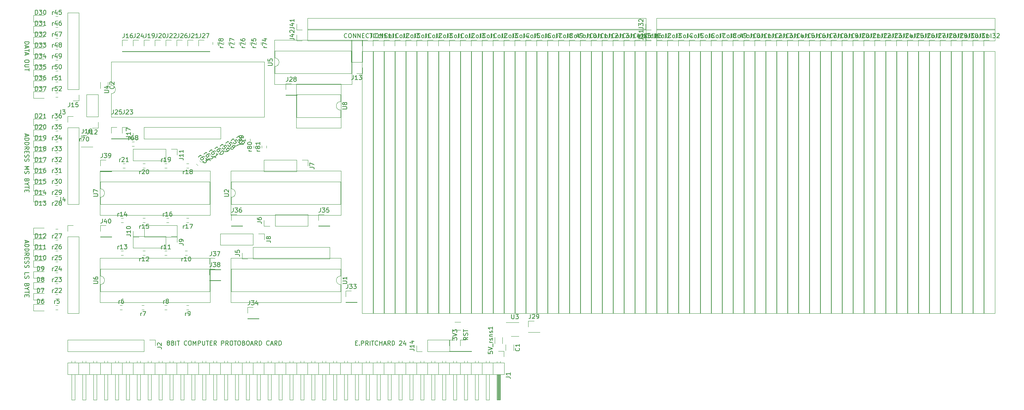
<source format=gbr>
%TF.GenerationSoftware,KiCad,Pcbnew,7.0.5*%
%TF.CreationDate,2024-08-12T05:07:02-04:00*%
%TF.ProjectId,smaller_card,736d616c-6c65-4725-9f63-6172642e6b69,rev?*%
%TF.SameCoordinates,Original*%
%TF.FileFunction,Legend,Top*%
%TF.FilePolarity,Positive*%
%FSLAX46Y46*%
G04 Gerber Fmt 4.6, Leading zero omitted, Abs format (unit mm)*
G04 Created by KiCad (PCBNEW 7.0.5) date 2024-08-12 05:07:02*
%MOMM*%
%LPD*%
G01*
G04 APERTURE LIST*
%ADD10C,0.150000*%
%ADD11C,0.120000*%
G04 APERTURE END LIST*
D10*
X147021779Y-136506009D02*
X147355112Y-136506009D01*
X147497969Y-137029819D02*
X147021779Y-137029819D01*
X147021779Y-137029819D02*
X147021779Y-136029819D01*
X147021779Y-136029819D02*
X147497969Y-136029819D01*
X147926541Y-136934580D02*
X147974160Y-136982200D01*
X147974160Y-136982200D02*
X147926541Y-137029819D01*
X147926541Y-137029819D02*
X147878922Y-136982200D01*
X147878922Y-136982200D02*
X147926541Y-136934580D01*
X147926541Y-136934580D02*
X147926541Y-137029819D01*
X148402731Y-137029819D02*
X148402731Y-136029819D01*
X148402731Y-136029819D02*
X148783683Y-136029819D01*
X148783683Y-136029819D02*
X148878921Y-136077438D01*
X148878921Y-136077438D02*
X148926540Y-136125057D01*
X148926540Y-136125057D02*
X148974159Y-136220295D01*
X148974159Y-136220295D02*
X148974159Y-136363152D01*
X148974159Y-136363152D02*
X148926540Y-136458390D01*
X148926540Y-136458390D02*
X148878921Y-136506009D01*
X148878921Y-136506009D02*
X148783683Y-136553628D01*
X148783683Y-136553628D02*
X148402731Y-136553628D01*
X149974159Y-137029819D02*
X149640826Y-136553628D01*
X149402731Y-137029819D02*
X149402731Y-136029819D01*
X149402731Y-136029819D02*
X149783683Y-136029819D01*
X149783683Y-136029819D02*
X149878921Y-136077438D01*
X149878921Y-136077438D02*
X149926540Y-136125057D01*
X149926540Y-136125057D02*
X149974159Y-136220295D01*
X149974159Y-136220295D02*
X149974159Y-136363152D01*
X149974159Y-136363152D02*
X149926540Y-136458390D01*
X149926540Y-136458390D02*
X149878921Y-136506009D01*
X149878921Y-136506009D02*
X149783683Y-136553628D01*
X149783683Y-136553628D02*
X149402731Y-136553628D01*
X150402731Y-137029819D02*
X150402731Y-136029819D01*
X150736064Y-136029819D02*
X151307492Y-136029819D01*
X151021778Y-137029819D02*
X151021778Y-136029819D01*
X152212254Y-136934580D02*
X152164635Y-136982200D01*
X152164635Y-136982200D02*
X152021778Y-137029819D01*
X152021778Y-137029819D02*
X151926540Y-137029819D01*
X151926540Y-137029819D02*
X151783683Y-136982200D01*
X151783683Y-136982200D02*
X151688445Y-136886961D01*
X151688445Y-136886961D02*
X151640826Y-136791723D01*
X151640826Y-136791723D02*
X151593207Y-136601247D01*
X151593207Y-136601247D02*
X151593207Y-136458390D01*
X151593207Y-136458390D02*
X151640826Y-136267914D01*
X151640826Y-136267914D02*
X151688445Y-136172676D01*
X151688445Y-136172676D02*
X151783683Y-136077438D01*
X151783683Y-136077438D02*
X151926540Y-136029819D01*
X151926540Y-136029819D02*
X152021778Y-136029819D01*
X152021778Y-136029819D02*
X152164635Y-136077438D01*
X152164635Y-136077438D02*
X152212254Y-136125057D01*
X152640826Y-137029819D02*
X152640826Y-136029819D01*
X152640826Y-136506009D02*
X153212254Y-136506009D01*
X153212254Y-137029819D02*
X153212254Y-136029819D01*
X153640826Y-136744104D02*
X154117016Y-136744104D01*
X153545588Y-137029819D02*
X153878921Y-136029819D01*
X153878921Y-136029819D02*
X154212254Y-137029819D01*
X155117016Y-137029819D02*
X154783683Y-136553628D01*
X154545588Y-137029819D02*
X154545588Y-136029819D01*
X154545588Y-136029819D02*
X154926540Y-136029819D01*
X154926540Y-136029819D02*
X155021778Y-136077438D01*
X155021778Y-136077438D02*
X155069397Y-136125057D01*
X155069397Y-136125057D02*
X155117016Y-136220295D01*
X155117016Y-136220295D02*
X155117016Y-136363152D01*
X155117016Y-136363152D02*
X155069397Y-136458390D01*
X155069397Y-136458390D02*
X155021778Y-136506009D01*
X155021778Y-136506009D02*
X154926540Y-136553628D01*
X154926540Y-136553628D02*
X154545588Y-136553628D01*
X155545588Y-137029819D02*
X155545588Y-136029819D01*
X155545588Y-136029819D02*
X155783683Y-136029819D01*
X155783683Y-136029819D02*
X155926540Y-136077438D01*
X155926540Y-136077438D02*
X156021778Y-136172676D01*
X156021778Y-136172676D02*
X156069397Y-136267914D01*
X156069397Y-136267914D02*
X156117016Y-136458390D01*
X156117016Y-136458390D02*
X156117016Y-136601247D01*
X156117016Y-136601247D02*
X156069397Y-136791723D01*
X156069397Y-136791723D02*
X156021778Y-136886961D01*
X156021778Y-136886961D02*
X155926540Y-136982200D01*
X155926540Y-136982200D02*
X155783683Y-137029819D01*
X155783683Y-137029819D02*
X155545588Y-137029819D01*
X157259874Y-136125057D02*
X157307493Y-136077438D01*
X157307493Y-136077438D02*
X157402731Y-136029819D01*
X157402731Y-136029819D02*
X157640826Y-136029819D01*
X157640826Y-136029819D02*
X157736064Y-136077438D01*
X157736064Y-136077438D02*
X157783683Y-136125057D01*
X157783683Y-136125057D02*
X157831302Y-136220295D01*
X157831302Y-136220295D02*
X157831302Y-136315533D01*
X157831302Y-136315533D02*
X157783683Y-136458390D01*
X157783683Y-136458390D02*
X157212255Y-137029819D01*
X157212255Y-137029819D02*
X157831302Y-137029819D01*
X158688445Y-136363152D02*
X158688445Y-137029819D01*
X158450350Y-135982200D02*
X158212255Y-136696485D01*
X158212255Y-136696485D02*
X158831302Y-136696485D01*
X103349636Y-136458390D02*
X103254398Y-136410771D01*
X103254398Y-136410771D02*
X103206779Y-136363152D01*
X103206779Y-136363152D02*
X103159160Y-136267914D01*
X103159160Y-136267914D02*
X103159160Y-136220295D01*
X103159160Y-136220295D02*
X103206779Y-136125057D01*
X103206779Y-136125057D02*
X103254398Y-136077438D01*
X103254398Y-136077438D02*
X103349636Y-136029819D01*
X103349636Y-136029819D02*
X103540112Y-136029819D01*
X103540112Y-136029819D02*
X103635350Y-136077438D01*
X103635350Y-136077438D02*
X103682969Y-136125057D01*
X103682969Y-136125057D02*
X103730588Y-136220295D01*
X103730588Y-136220295D02*
X103730588Y-136267914D01*
X103730588Y-136267914D02*
X103682969Y-136363152D01*
X103682969Y-136363152D02*
X103635350Y-136410771D01*
X103635350Y-136410771D02*
X103540112Y-136458390D01*
X103540112Y-136458390D02*
X103349636Y-136458390D01*
X103349636Y-136458390D02*
X103254398Y-136506009D01*
X103254398Y-136506009D02*
X103206779Y-136553628D01*
X103206779Y-136553628D02*
X103159160Y-136648866D01*
X103159160Y-136648866D02*
X103159160Y-136839342D01*
X103159160Y-136839342D02*
X103206779Y-136934580D01*
X103206779Y-136934580D02*
X103254398Y-136982200D01*
X103254398Y-136982200D02*
X103349636Y-137029819D01*
X103349636Y-137029819D02*
X103540112Y-137029819D01*
X103540112Y-137029819D02*
X103635350Y-136982200D01*
X103635350Y-136982200D02*
X103682969Y-136934580D01*
X103682969Y-136934580D02*
X103730588Y-136839342D01*
X103730588Y-136839342D02*
X103730588Y-136648866D01*
X103730588Y-136648866D02*
X103682969Y-136553628D01*
X103682969Y-136553628D02*
X103635350Y-136506009D01*
X103635350Y-136506009D02*
X103540112Y-136458390D01*
X104492493Y-136506009D02*
X104635350Y-136553628D01*
X104635350Y-136553628D02*
X104682969Y-136601247D01*
X104682969Y-136601247D02*
X104730588Y-136696485D01*
X104730588Y-136696485D02*
X104730588Y-136839342D01*
X104730588Y-136839342D02*
X104682969Y-136934580D01*
X104682969Y-136934580D02*
X104635350Y-136982200D01*
X104635350Y-136982200D02*
X104540112Y-137029819D01*
X104540112Y-137029819D02*
X104159160Y-137029819D01*
X104159160Y-137029819D02*
X104159160Y-136029819D01*
X104159160Y-136029819D02*
X104492493Y-136029819D01*
X104492493Y-136029819D02*
X104587731Y-136077438D01*
X104587731Y-136077438D02*
X104635350Y-136125057D01*
X104635350Y-136125057D02*
X104682969Y-136220295D01*
X104682969Y-136220295D02*
X104682969Y-136315533D01*
X104682969Y-136315533D02*
X104635350Y-136410771D01*
X104635350Y-136410771D02*
X104587731Y-136458390D01*
X104587731Y-136458390D02*
X104492493Y-136506009D01*
X104492493Y-136506009D02*
X104159160Y-136506009D01*
X105159160Y-137029819D02*
X105159160Y-136029819D01*
X105492493Y-136029819D02*
X106063921Y-136029819D01*
X105778207Y-137029819D02*
X105778207Y-136029819D01*
X107730588Y-136934580D02*
X107682969Y-136982200D01*
X107682969Y-136982200D02*
X107540112Y-137029819D01*
X107540112Y-137029819D02*
X107444874Y-137029819D01*
X107444874Y-137029819D02*
X107302017Y-136982200D01*
X107302017Y-136982200D02*
X107206779Y-136886961D01*
X107206779Y-136886961D02*
X107159160Y-136791723D01*
X107159160Y-136791723D02*
X107111541Y-136601247D01*
X107111541Y-136601247D02*
X107111541Y-136458390D01*
X107111541Y-136458390D02*
X107159160Y-136267914D01*
X107159160Y-136267914D02*
X107206779Y-136172676D01*
X107206779Y-136172676D02*
X107302017Y-136077438D01*
X107302017Y-136077438D02*
X107444874Y-136029819D01*
X107444874Y-136029819D02*
X107540112Y-136029819D01*
X107540112Y-136029819D02*
X107682969Y-136077438D01*
X107682969Y-136077438D02*
X107730588Y-136125057D01*
X108349636Y-136029819D02*
X108540112Y-136029819D01*
X108540112Y-136029819D02*
X108635350Y-136077438D01*
X108635350Y-136077438D02*
X108730588Y-136172676D01*
X108730588Y-136172676D02*
X108778207Y-136363152D01*
X108778207Y-136363152D02*
X108778207Y-136696485D01*
X108778207Y-136696485D02*
X108730588Y-136886961D01*
X108730588Y-136886961D02*
X108635350Y-136982200D01*
X108635350Y-136982200D02*
X108540112Y-137029819D01*
X108540112Y-137029819D02*
X108349636Y-137029819D01*
X108349636Y-137029819D02*
X108254398Y-136982200D01*
X108254398Y-136982200D02*
X108159160Y-136886961D01*
X108159160Y-136886961D02*
X108111541Y-136696485D01*
X108111541Y-136696485D02*
X108111541Y-136363152D01*
X108111541Y-136363152D02*
X108159160Y-136172676D01*
X108159160Y-136172676D02*
X108254398Y-136077438D01*
X108254398Y-136077438D02*
X108349636Y-136029819D01*
X109206779Y-137029819D02*
X109206779Y-136029819D01*
X109206779Y-136029819D02*
X109540112Y-136744104D01*
X109540112Y-136744104D02*
X109873445Y-136029819D01*
X109873445Y-136029819D02*
X109873445Y-137029819D01*
X110349636Y-137029819D02*
X110349636Y-136029819D01*
X110349636Y-136029819D02*
X110730588Y-136029819D01*
X110730588Y-136029819D02*
X110825826Y-136077438D01*
X110825826Y-136077438D02*
X110873445Y-136125057D01*
X110873445Y-136125057D02*
X110921064Y-136220295D01*
X110921064Y-136220295D02*
X110921064Y-136363152D01*
X110921064Y-136363152D02*
X110873445Y-136458390D01*
X110873445Y-136458390D02*
X110825826Y-136506009D01*
X110825826Y-136506009D02*
X110730588Y-136553628D01*
X110730588Y-136553628D02*
X110349636Y-136553628D01*
X111349636Y-136029819D02*
X111349636Y-136839342D01*
X111349636Y-136839342D02*
X111397255Y-136934580D01*
X111397255Y-136934580D02*
X111444874Y-136982200D01*
X111444874Y-136982200D02*
X111540112Y-137029819D01*
X111540112Y-137029819D02*
X111730588Y-137029819D01*
X111730588Y-137029819D02*
X111825826Y-136982200D01*
X111825826Y-136982200D02*
X111873445Y-136934580D01*
X111873445Y-136934580D02*
X111921064Y-136839342D01*
X111921064Y-136839342D02*
X111921064Y-136029819D01*
X112254398Y-136029819D02*
X112825826Y-136029819D01*
X112540112Y-137029819D02*
X112540112Y-136029819D01*
X113159160Y-136506009D02*
X113492493Y-136506009D01*
X113635350Y-137029819D02*
X113159160Y-137029819D01*
X113159160Y-137029819D02*
X113159160Y-136029819D01*
X113159160Y-136029819D02*
X113635350Y-136029819D01*
X114635350Y-137029819D02*
X114302017Y-136553628D01*
X114063922Y-137029819D02*
X114063922Y-136029819D01*
X114063922Y-136029819D02*
X114444874Y-136029819D01*
X114444874Y-136029819D02*
X114540112Y-136077438D01*
X114540112Y-136077438D02*
X114587731Y-136125057D01*
X114587731Y-136125057D02*
X114635350Y-136220295D01*
X114635350Y-136220295D02*
X114635350Y-136363152D01*
X114635350Y-136363152D02*
X114587731Y-136458390D01*
X114587731Y-136458390D02*
X114540112Y-136506009D01*
X114540112Y-136506009D02*
X114444874Y-136553628D01*
X114444874Y-136553628D02*
X114063922Y-136553628D01*
X115825827Y-137029819D02*
X115825827Y-136029819D01*
X115825827Y-136029819D02*
X116206779Y-136029819D01*
X116206779Y-136029819D02*
X116302017Y-136077438D01*
X116302017Y-136077438D02*
X116349636Y-136125057D01*
X116349636Y-136125057D02*
X116397255Y-136220295D01*
X116397255Y-136220295D02*
X116397255Y-136363152D01*
X116397255Y-136363152D02*
X116349636Y-136458390D01*
X116349636Y-136458390D02*
X116302017Y-136506009D01*
X116302017Y-136506009D02*
X116206779Y-136553628D01*
X116206779Y-136553628D02*
X115825827Y-136553628D01*
X117397255Y-137029819D02*
X117063922Y-136553628D01*
X116825827Y-137029819D02*
X116825827Y-136029819D01*
X116825827Y-136029819D02*
X117206779Y-136029819D01*
X117206779Y-136029819D02*
X117302017Y-136077438D01*
X117302017Y-136077438D02*
X117349636Y-136125057D01*
X117349636Y-136125057D02*
X117397255Y-136220295D01*
X117397255Y-136220295D02*
X117397255Y-136363152D01*
X117397255Y-136363152D02*
X117349636Y-136458390D01*
X117349636Y-136458390D02*
X117302017Y-136506009D01*
X117302017Y-136506009D02*
X117206779Y-136553628D01*
X117206779Y-136553628D02*
X116825827Y-136553628D01*
X118016303Y-136029819D02*
X118206779Y-136029819D01*
X118206779Y-136029819D02*
X118302017Y-136077438D01*
X118302017Y-136077438D02*
X118397255Y-136172676D01*
X118397255Y-136172676D02*
X118444874Y-136363152D01*
X118444874Y-136363152D02*
X118444874Y-136696485D01*
X118444874Y-136696485D02*
X118397255Y-136886961D01*
X118397255Y-136886961D02*
X118302017Y-136982200D01*
X118302017Y-136982200D02*
X118206779Y-137029819D01*
X118206779Y-137029819D02*
X118016303Y-137029819D01*
X118016303Y-137029819D02*
X117921065Y-136982200D01*
X117921065Y-136982200D02*
X117825827Y-136886961D01*
X117825827Y-136886961D02*
X117778208Y-136696485D01*
X117778208Y-136696485D02*
X117778208Y-136363152D01*
X117778208Y-136363152D02*
X117825827Y-136172676D01*
X117825827Y-136172676D02*
X117921065Y-136077438D01*
X117921065Y-136077438D02*
X118016303Y-136029819D01*
X118730589Y-136029819D02*
X119302017Y-136029819D01*
X119016303Y-137029819D02*
X119016303Y-136029819D01*
X119825827Y-136029819D02*
X120016303Y-136029819D01*
X120016303Y-136029819D02*
X120111541Y-136077438D01*
X120111541Y-136077438D02*
X120206779Y-136172676D01*
X120206779Y-136172676D02*
X120254398Y-136363152D01*
X120254398Y-136363152D02*
X120254398Y-136696485D01*
X120254398Y-136696485D02*
X120206779Y-136886961D01*
X120206779Y-136886961D02*
X120111541Y-136982200D01*
X120111541Y-136982200D02*
X120016303Y-137029819D01*
X120016303Y-137029819D02*
X119825827Y-137029819D01*
X119825827Y-137029819D02*
X119730589Y-136982200D01*
X119730589Y-136982200D02*
X119635351Y-136886961D01*
X119635351Y-136886961D02*
X119587732Y-136696485D01*
X119587732Y-136696485D02*
X119587732Y-136363152D01*
X119587732Y-136363152D02*
X119635351Y-136172676D01*
X119635351Y-136172676D02*
X119730589Y-136077438D01*
X119730589Y-136077438D02*
X119825827Y-136029819D01*
X121016303Y-136506009D02*
X121159160Y-136553628D01*
X121159160Y-136553628D02*
X121206779Y-136601247D01*
X121206779Y-136601247D02*
X121254398Y-136696485D01*
X121254398Y-136696485D02*
X121254398Y-136839342D01*
X121254398Y-136839342D02*
X121206779Y-136934580D01*
X121206779Y-136934580D02*
X121159160Y-136982200D01*
X121159160Y-136982200D02*
X121063922Y-137029819D01*
X121063922Y-137029819D02*
X120682970Y-137029819D01*
X120682970Y-137029819D02*
X120682970Y-136029819D01*
X120682970Y-136029819D02*
X121016303Y-136029819D01*
X121016303Y-136029819D02*
X121111541Y-136077438D01*
X121111541Y-136077438D02*
X121159160Y-136125057D01*
X121159160Y-136125057D02*
X121206779Y-136220295D01*
X121206779Y-136220295D02*
X121206779Y-136315533D01*
X121206779Y-136315533D02*
X121159160Y-136410771D01*
X121159160Y-136410771D02*
X121111541Y-136458390D01*
X121111541Y-136458390D02*
X121016303Y-136506009D01*
X121016303Y-136506009D02*
X120682970Y-136506009D01*
X121873446Y-136029819D02*
X122063922Y-136029819D01*
X122063922Y-136029819D02*
X122159160Y-136077438D01*
X122159160Y-136077438D02*
X122254398Y-136172676D01*
X122254398Y-136172676D02*
X122302017Y-136363152D01*
X122302017Y-136363152D02*
X122302017Y-136696485D01*
X122302017Y-136696485D02*
X122254398Y-136886961D01*
X122254398Y-136886961D02*
X122159160Y-136982200D01*
X122159160Y-136982200D02*
X122063922Y-137029819D01*
X122063922Y-137029819D02*
X121873446Y-137029819D01*
X121873446Y-137029819D02*
X121778208Y-136982200D01*
X121778208Y-136982200D02*
X121682970Y-136886961D01*
X121682970Y-136886961D02*
X121635351Y-136696485D01*
X121635351Y-136696485D02*
X121635351Y-136363152D01*
X121635351Y-136363152D02*
X121682970Y-136172676D01*
X121682970Y-136172676D02*
X121778208Y-136077438D01*
X121778208Y-136077438D02*
X121873446Y-136029819D01*
X122682970Y-136744104D02*
X123159160Y-136744104D01*
X122587732Y-137029819D02*
X122921065Y-136029819D01*
X122921065Y-136029819D02*
X123254398Y-137029819D01*
X124159160Y-137029819D02*
X123825827Y-136553628D01*
X123587732Y-137029819D02*
X123587732Y-136029819D01*
X123587732Y-136029819D02*
X123968684Y-136029819D01*
X123968684Y-136029819D02*
X124063922Y-136077438D01*
X124063922Y-136077438D02*
X124111541Y-136125057D01*
X124111541Y-136125057D02*
X124159160Y-136220295D01*
X124159160Y-136220295D02*
X124159160Y-136363152D01*
X124159160Y-136363152D02*
X124111541Y-136458390D01*
X124111541Y-136458390D02*
X124063922Y-136506009D01*
X124063922Y-136506009D02*
X123968684Y-136553628D01*
X123968684Y-136553628D02*
X123587732Y-136553628D01*
X124587732Y-137029819D02*
X124587732Y-136029819D01*
X124587732Y-136029819D02*
X124825827Y-136029819D01*
X124825827Y-136029819D02*
X124968684Y-136077438D01*
X124968684Y-136077438D02*
X125063922Y-136172676D01*
X125063922Y-136172676D02*
X125111541Y-136267914D01*
X125111541Y-136267914D02*
X125159160Y-136458390D01*
X125159160Y-136458390D02*
X125159160Y-136601247D01*
X125159160Y-136601247D02*
X125111541Y-136791723D01*
X125111541Y-136791723D02*
X125063922Y-136886961D01*
X125063922Y-136886961D02*
X124968684Y-136982200D01*
X124968684Y-136982200D02*
X124825827Y-137029819D01*
X124825827Y-137029819D02*
X124587732Y-137029819D01*
X126921065Y-136934580D02*
X126873446Y-136982200D01*
X126873446Y-136982200D02*
X126730589Y-137029819D01*
X126730589Y-137029819D02*
X126635351Y-137029819D01*
X126635351Y-137029819D02*
X126492494Y-136982200D01*
X126492494Y-136982200D02*
X126397256Y-136886961D01*
X126397256Y-136886961D02*
X126349637Y-136791723D01*
X126349637Y-136791723D02*
X126302018Y-136601247D01*
X126302018Y-136601247D02*
X126302018Y-136458390D01*
X126302018Y-136458390D02*
X126349637Y-136267914D01*
X126349637Y-136267914D02*
X126397256Y-136172676D01*
X126397256Y-136172676D02*
X126492494Y-136077438D01*
X126492494Y-136077438D02*
X126635351Y-136029819D01*
X126635351Y-136029819D02*
X126730589Y-136029819D01*
X126730589Y-136029819D02*
X126873446Y-136077438D01*
X126873446Y-136077438D02*
X126921065Y-136125057D01*
X127302018Y-136744104D02*
X127778208Y-136744104D01*
X127206780Y-137029819D02*
X127540113Y-136029819D01*
X127540113Y-136029819D02*
X127873446Y-137029819D01*
X128778208Y-137029819D02*
X128444875Y-136553628D01*
X128206780Y-137029819D02*
X128206780Y-136029819D01*
X128206780Y-136029819D02*
X128587732Y-136029819D01*
X128587732Y-136029819D02*
X128682970Y-136077438D01*
X128682970Y-136077438D02*
X128730589Y-136125057D01*
X128730589Y-136125057D02*
X128778208Y-136220295D01*
X128778208Y-136220295D02*
X128778208Y-136363152D01*
X128778208Y-136363152D02*
X128730589Y-136458390D01*
X128730589Y-136458390D02*
X128682970Y-136506009D01*
X128682970Y-136506009D02*
X128587732Y-136553628D01*
X128587732Y-136553628D02*
X128206780Y-136553628D01*
X129206780Y-137029819D02*
X129206780Y-136029819D01*
X129206780Y-136029819D02*
X129444875Y-136029819D01*
X129444875Y-136029819D02*
X129587732Y-136077438D01*
X129587732Y-136077438D02*
X129682970Y-136172676D01*
X129682970Y-136172676D02*
X129730589Y-136267914D01*
X129730589Y-136267914D02*
X129778208Y-136458390D01*
X129778208Y-136458390D02*
X129778208Y-136601247D01*
X129778208Y-136601247D02*
X129730589Y-136791723D01*
X129730589Y-136791723D02*
X129682970Y-136886961D01*
X129682970Y-136886961D02*
X129587732Y-136982200D01*
X129587732Y-136982200D02*
X129444875Y-137029819D01*
X129444875Y-137029819D02*
X129206780Y-137029819D01*
X70265895Y-112684160D02*
X70265895Y-113160350D01*
X69980180Y-112588922D02*
X70980180Y-112922255D01*
X70980180Y-112922255D02*
X69980180Y-113255588D01*
X69980180Y-113588922D02*
X70980180Y-113588922D01*
X70980180Y-113588922D02*
X70980180Y-113827017D01*
X70980180Y-113827017D02*
X70932561Y-113969874D01*
X70932561Y-113969874D02*
X70837323Y-114065112D01*
X70837323Y-114065112D02*
X70742085Y-114112731D01*
X70742085Y-114112731D02*
X70551609Y-114160350D01*
X70551609Y-114160350D02*
X70408752Y-114160350D01*
X70408752Y-114160350D02*
X70218276Y-114112731D01*
X70218276Y-114112731D02*
X70123038Y-114065112D01*
X70123038Y-114065112D02*
X70027800Y-113969874D01*
X70027800Y-113969874D02*
X69980180Y-113827017D01*
X69980180Y-113827017D02*
X69980180Y-113588922D01*
X69980180Y-114588922D02*
X70980180Y-114588922D01*
X70980180Y-114588922D02*
X70980180Y-114827017D01*
X70980180Y-114827017D02*
X70932561Y-114969874D01*
X70932561Y-114969874D02*
X70837323Y-115065112D01*
X70837323Y-115065112D02*
X70742085Y-115112731D01*
X70742085Y-115112731D02*
X70551609Y-115160350D01*
X70551609Y-115160350D02*
X70408752Y-115160350D01*
X70408752Y-115160350D02*
X70218276Y-115112731D01*
X70218276Y-115112731D02*
X70123038Y-115065112D01*
X70123038Y-115065112D02*
X70027800Y-114969874D01*
X70027800Y-114969874D02*
X69980180Y-114827017D01*
X69980180Y-114827017D02*
X69980180Y-114588922D01*
X69980180Y-116160350D02*
X70456371Y-115827017D01*
X69980180Y-115588922D02*
X70980180Y-115588922D01*
X70980180Y-115588922D02*
X70980180Y-115969874D01*
X70980180Y-115969874D02*
X70932561Y-116065112D01*
X70932561Y-116065112D02*
X70884942Y-116112731D01*
X70884942Y-116112731D02*
X70789704Y-116160350D01*
X70789704Y-116160350D02*
X70646847Y-116160350D01*
X70646847Y-116160350D02*
X70551609Y-116112731D01*
X70551609Y-116112731D02*
X70503990Y-116065112D01*
X70503990Y-116065112D02*
X70456371Y-115969874D01*
X70456371Y-115969874D02*
X70456371Y-115588922D01*
X70503990Y-116588922D02*
X70503990Y-116922255D01*
X69980180Y-117065112D02*
X69980180Y-116588922D01*
X69980180Y-116588922D02*
X70980180Y-116588922D01*
X70980180Y-116588922D02*
X70980180Y-117065112D01*
X70027800Y-117446065D02*
X69980180Y-117588922D01*
X69980180Y-117588922D02*
X69980180Y-117827017D01*
X69980180Y-117827017D02*
X70027800Y-117922255D01*
X70027800Y-117922255D02*
X70075419Y-117969874D01*
X70075419Y-117969874D02*
X70170657Y-118017493D01*
X70170657Y-118017493D02*
X70265895Y-118017493D01*
X70265895Y-118017493D02*
X70361133Y-117969874D01*
X70361133Y-117969874D02*
X70408752Y-117922255D01*
X70408752Y-117922255D02*
X70456371Y-117827017D01*
X70456371Y-117827017D02*
X70503990Y-117636541D01*
X70503990Y-117636541D02*
X70551609Y-117541303D01*
X70551609Y-117541303D02*
X70599228Y-117493684D01*
X70599228Y-117493684D02*
X70694466Y-117446065D01*
X70694466Y-117446065D02*
X70789704Y-117446065D01*
X70789704Y-117446065D02*
X70884942Y-117493684D01*
X70884942Y-117493684D02*
X70932561Y-117541303D01*
X70932561Y-117541303D02*
X70980180Y-117636541D01*
X70980180Y-117636541D02*
X70980180Y-117874636D01*
X70980180Y-117874636D02*
X70932561Y-118017493D01*
X70027800Y-118398446D02*
X69980180Y-118541303D01*
X69980180Y-118541303D02*
X69980180Y-118779398D01*
X69980180Y-118779398D02*
X70027800Y-118874636D01*
X70027800Y-118874636D02*
X70075419Y-118922255D01*
X70075419Y-118922255D02*
X70170657Y-118969874D01*
X70170657Y-118969874D02*
X70265895Y-118969874D01*
X70265895Y-118969874D02*
X70361133Y-118922255D01*
X70361133Y-118922255D02*
X70408752Y-118874636D01*
X70408752Y-118874636D02*
X70456371Y-118779398D01*
X70456371Y-118779398D02*
X70503990Y-118588922D01*
X70503990Y-118588922D02*
X70551609Y-118493684D01*
X70551609Y-118493684D02*
X70599228Y-118446065D01*
X70599228Y-118446065D02*
X70694466Y-118398446D01*
X70694466Y-118398446D02*
X70789704Y-118398446D01*
X70789704Y-118398446D02*
X70884942Y-118446065D01*
X70884942Y-118446065D02*
X70932561Y-118493684D01*
X70932561Y-118493684D02*
X70980180Y-118588922D01*
X70980180Y-118588922D02*
X70980180Y-118827017D01*
X70980180Y-118827017D02*
X70932561Y-118969874D01*
X69980180Y-120636541D02*
X69980180Y-120160351D01*
X69980180Y-120160351D02*
X70980180Y-120160351D01*
X70027800Y-120922256D02*
X69980180Y-121065113D01*
X69980180Y-121065113D02*
X69980180Y-121303208D01*
X69980180Y-121303208D02*
X70027800Y-121398446D01*
X70027800Y-121398446D02*
X70075419Y-121446065D01*
X70075419Y-121446065D02*
X70170657Y-121493684D01*
X70170657Y-121493684D02*
X70265895Y-121493684D01*
X70265895Y-121493684D02*
X70361133Y-121446065D01*
X70361133Y-121446065D02*
X70408752Y-121398446D01*
X70408752Y-121398446D02*
X70456371Y-121303208D01*
X70456371Y-121303208D02*
X70503990Y-121112732D01*
X70503990Y-121112732D02*
X70551609Y-121017494D01*
X70551609Y-121017494D02*
X70599228Y-120969875D01*
X70599228Y-120969875D02*
X70694466Y-120922256D01*
X70694466Y-120922256D02*
X70789704Y-120922256D01*
X70789704Y-120922256D02*
X70884942Y-120969875D01*
X70884942Y-120969875D02*
X70932561Y-121017494D01*
X70932561Y-121017494D02*
X70980180Y-121112732D01*
X70980180Y-121112732D02*
X70980180Y-121350827D01*
X70980180Y-121350827D02*
X70932561Y-121493684D01*
X70503990Y-123017494D02*
X70456371Y-123160351D01*
X70456371Y-123160351D02*
X70408752Y-123207970D01*
X70408752Y-123207970D02*
X70313514Y-123255589D01*
X70313514Y-123255589D02*
X70170657Y-123255589D01*
X70170657Y-123255589D02*
X70075419Y-123207970D01*
X70075419Y-123207970D02*
X70027800Y-123160351D01*
X70027800Y-123160351D02*
X69980180Y-123065113D01*
X69980180Y-123065113D02*
X69980180Y-122684161D01*
X69980180Y-122684161D02*
X70980180Y-122684161D01*
X70980180Y-122684161D02*
X70980180Y-123017494D01*
X70980180Y-123017494D02*
X70932561Y-123112732D01*
X70932561Y-123112732D02*
X70884942Y-123160351D01*
X70884942Y-123160351D02*
X70789704Y-123207970D01*
X70789704Y-123207970D02*
X70694466Y-123207970D01*
X70694466Y-123207970D02*
X70599228Y-123160351D01*
X70599228Y-123160351D02*
X70551609Y-123112732D01*
X70551609Y-123112732D02*
X70503990Y-123017494D01*
X70503990Y-123017494D02*
X70503990Y-122684161D01*
X70456371Y-123874637D02*
X69980180Y-123874637D01*
X70980180Y-123541304D02*
X70456371Y-123874637D01*
X70456371Y-123874637D02*
X70980180Y-124207970D01*
X70980180Y-124398447D02*
X70980180Y-124969875D01*
X69980180Y-124684161D02*
X70980180Y-124684161D01*
X70503990Y-125303209D02*
X70503990Y-125636542D01*
X69980180Y-125779399D02*
X69980180Y-125303209D01*
X69980180Y-125303209D02*
X70980180Y-125303209D01*
X70980180Y-125303209D02*
X70980180Y-125779399D01*
X70265895Y-87919160D02*
X70265895Y-88395350D01*
X69980180Y-87823922D02*
X70980180Y-88157255D01*
X70980180Y-88157255D02*
X69980180Y-88490588D01*
X69980180Y-88823922D02*
X70980180Y-88823922D01*
X70980180Y-88823922D02*
X70980180Y-89062017D01*
X70980180Y-89062017D02*
X70932561Y-89204874D01*
X70932561Y-89204874D02*
X70837323Y-89300112D01*
X70837323Y-89300112D02*
X70742085Y-89347731D01*
X70742085Y-89347731D02*
X70551609Y-89395350D01*
X70551609Y-89395350D02*
X70408752Y-89395350D01*
X70408752Y-89395350D02*
X70218276Y-89347731D01*
X70218276Y-89347731D02*
X70123038Y-89300112D01*
X70123038Y-89300112D02*
X70027800Y-89204874D01*
X70027800Y-89204874D02*
X69980180Y-89062017D01*
X69980180Y-89062017D02*
X69980180Y-88823922D01*
X69980180Y-89823922D02*
X70980180Y-89823922D01*
X70980180Y-89823922D02*
X70980180Y-90062017D01*
X70980180Y-90062017D02*
X70932561Y-90204874D01*
X70932561Y-90204874D02*
X70837323Y-90300112D01*
X70837323Y-90300112D02*
X70742085Y-90347731D01*
X70742085Y-90347731D02*
X70551609Y-90395350D01*
X70551609Y-90395350D02*
X70408752Y-90395350D01*
X70408752Y-90395350D02*
X70218276Y-90347731D01*
X70218276Y-90347731D02*
X70123038Y-90300112D01*
X70123038Y-90300112D02*
X70027800Y-90204874D01*
X70027800Y-90204874D02*
X69980180Y-90062017D01*
X69980180Y-90062017D02*
X69980180Y-89823922D01*
X69980180Y-91395350D02*
X70456371Y-91062017D01*
X69980180Y-90823922D02*
X70980180Y-90823922D01*
X70980180Y-90823922D02*
X70980180Y-91204874D01*
X70980180Y-91204874D02*
X70932561Y-91300112D01*
X70932561Y-91300112D02*
X70884942Y-91347731D01*
X70884942Y-91347731D02*
X70789704Y-91395350D01*
X70789704Y-91395350D02*
X70646847Y-91395350D01*
X70646847Y-91395350D02*
X70551609Y-91347731D01*
X70551609Y-91347731D02*
X70503990Y-91300112D01*
X70503990Y-91300112D02*
X70456371Y-91204874D01*
X70456371Y-91204874D02*
X70456371Y-90823922D01*
X70503990Y-91823922D02*
X70503990Y-92157255D01*
X69980180Y-92300112D02*
X69980180Y-91823922D01*
X69980180Y-91823922D02*
X70980180Y-91823922D01*
X70980180Y-91823922D02*
X70980180Y-92300112D01*
X70027800Y-92681065D02*
X69980180Y-92823922D01*
X69980180Y-92823922D02*
X69980180Y-93062017D01*
X69980180Y-93062017D02*
X70027800Y-93157255D01*
X70027800Y-93157255D02*
X70075419Y-93204874D01*
X70075419Y-93204874D02*
X70170657Y-93252493D01*
X70170657Y-93252493D02*
X70265895Y-93252493D01*
X70265895Y-93252493D02*
X70361133Y-93204874D01*
X70361133Y-93204874D02*
X70408752Y-93157255D01*
X70408752Y-93157255D02*
X70456371Y-93062017D01*
X70456371Y-93062017D02*
X70503990Y-92871541D01*
X70503990Y-92871541D02*
X70551609Y-92776303D01*
X70551609Y-92776303D02*
X70599228Y-92728684D01*
X70599228Y-92728684D02*
X70694466Y-92681065D01*
X70694466Y-92681065D02*
X70789704Y-92681065D01*
X70789704Y-92681065D02*
X70884942Y-92728684D01*
X70884942Y-92728684D02*
X70932561Y-92776303D01*
X70932561Y-92776303D02*
X70980180Y-92871541D01*
X70980180Y-92871541D02*
X70980180Y-93109636D01*
X70980180Y-93109636D02*
X70932561Y-93252493D01*
X70027800Y-93633446D02*
X69980180Y-93776303D01*
X69980180Y-93776303D02*
X69980180Y-94014398D01*
X69980180Y-94014398D02*
X70027800Y-94109636D01*
X70027800Y-94109636D02*
X70075419Y-94157255D01*
X70075419Y-94157255D02*
X70170657Y-94204874D01*
X70170657Y-94204874D02*
X70265895Y-94204874D01*
X70265895Y-94204874D02*
X70361133Y-94157255D01*
X70361133Y-94157255D02*
X70408752Y-94109636D01*
X70408752Y-94109636D02*
X70456371Y-94014398D01*
X70456371Y-94014398D02*
X70503990Y-93823922D01*
X70503990Y-93823922D02*
X70551609Y-93728684D01*
X70551609Y-93728684D02*
X70599228Y-93681065D01*
X70599228Y-93681065D02*
X70694466Y-93633446D01*
X70694466Y-93633446D02*
X70789704Y-93633446D01*
X70789704Y-93633446D02*
X70884942Y-93681065D01*
X70884942Y-93681065D02*
X70932561Y-93728684D01*
X70932561Y-93728684D02*
X70980180Y-93823922D01*
X70980180Y-93823922D02*
X70980180Y-94062017D01*
X70980180Y-94062017D02*
X70932561Y-94204874D01*
X69980180Y-95395351D02*
X70980180Y-95395351D01*
X70980180Y-95395351D02*
X70265895Y-95728684D01*
X70265895Y-95728684D02*
X70980180Y-96062017D01*
X70980180Y-96062017D02*
X69980180Y-96062017D01*
X70027800Y-96490589D02*
X69980180Y-96633446D01*
X69980180Y-96633446D02*
X69980180Y-96871541D01*
X69980180Y-96871541D02*
X70027800Y-96966779D01*
X70027800Y-96966779D02*
X70075419Y-97014398D01*
X70075419Y-97014398D02*
X70170657Y-97062017D01*
X70170657Y-97062017D02*
X70265895Y-97062017D01*
X70265895Y-97062017D02*
X70361133Y-97014398D01*
X70361133Y-97014398D02*
X70408752Y-96966779D01*
X70408752Y-96966779D02*
X70456371Y-96871541D01*
X70456371Y-96871541D02*
X70503990Y-96681065D01*
X70503990Y-96681065D02*
X70551609Y-96585827D01*
X70551609Y-96585827D02*
X70599228Y-96538208D01*
X70599228Y-96538208D02*
X70694466Y-96490589D01*
X70694466Y-96490589D02*
X70789704Y-96490589D01*
X70789704Y-96490589D02*
X70884942Y-96538208D01*
X70884942Y-96538208D02*
X70932561Y-96585827D01*
X70932561Y-96585827D02*
X70980180Y-96681065D01*
X70980180Y-96681065D02*
X70980180Y-96919160D01*
X70980180Y-96919160D02*
X70932561Y-97062017D01*
X70503990Y-98585827D02*
X70456371Y-98728684D01*
X70456371Y-98728684D02*
X70408752Y-98776303D01*
X70408752Y-98776303D02*
X70313514Y-98823922D01*
X70313514Y-98823922D02*
X70170657Y-98823922D01*
X70170657Y-98823922D02*
X70075419Y-98776303D01*
X70075419Y-98776303D02*
X70027800Y-98728684D01*
X70027800Y-98728684D02*
X69980180Y-98633446D01*
X69980180Y-98633446D02*
X69980180Y-98252494D01*
X69980180Y-98252494D02*
X70980180Y-98252494D01*
X70980180Y-98252494D02*
X70980180Y-98585827D01*
X70980180Y-98585827D02*
X70932561Y-98681065D01*
X70932561Y-98681065D02*
X70884942Y-98728684D01*
X70884942Y-98728684D02*
X70789704Y-98776303D01*
X70789704Y-98776303D02*
X70694466Y-98776303D01*
X70694466Y-98776303D02*
X70599228Y-98728684D01*
X70599228Y-98728684D02*
X70551609Y-98681065D01*
X70551609Y-98681065D02*
X70503990Y-98585827D01*
X70503990Y-98585827D02*
X70503990Y-98252494D01*
X70456371Y-99442970D02*
X69980180Y-99442970D01*
X70980180Y-99109637D02*
X70456371Y-99442970D01*
X70456371Y-99442970D02*
X70980180Y-99776303D01*
X70980180Y-99966780D02*
X70980180Y-100538208D01*
X69980180Y-100252494D02*
X70980180Y-100252494D01*
X70503990Y-100871542D02*
X70503990Y-101204875D01*
X69980180Y-101347732D02*
X69980180Y-100871542D01*
X69980180Y-100871542D02*
X70980180Y-100871542D01*
X70980180Y-100871542D02*
X70980180Y-101347732D01*
X69980180Y-66376779D02*
X70980180Y-66376779D01*
X70980180Y-66376779D02*
X70980180Y-66614874D01*
X70980180Y-66614874D02*
X70932561Y-66757731D01*
X70932561Y-66757731D02*
X70837323Y-66852969D01*
X70837323Y-66852969D02*
X70742085Y-66900588D01*
X70742085Y-66900588D02*
X70551609Y-66948207D01*
X70551609Y-66948207D02*
X70408752Y-66948207D01*
X70408752Y-66948207D02*
X70218276Y-66900588D01*
X70218276Y-66900588D02*
X70123038Y-66852969D01*
X70123038Y-66852969D02*
X70027800Y-66757731D01*
X70027800Y-66757731D02*
X69980180Y-66614874D01*
X69980180Y-66614874D02*
X69980180Y-66376779D01*
X70265895Y-67329160D02*
X70265895Y-67805350D01*
X69980180Y-67233922D02*
X70980180Y-67567255D01*
X70980180Y-67567255D02*
X69980180Y-67900588D01*
X70980180Y-68091065D02*
X70980180Y-68662493D01*
X69980180Y-68376779D02*
X70980180Y-68376779D01*
X70265895Y-68948208D02*
X70265895Y-69424398D01*
X69980180Y-68852970D02*
X70980180Y-69186303D01*
X70980180Y-69186303D02*
X69980180Y-69519636D01*
X70980180Y-70805351D02*
X70980180Y-70995827D01*
X70980180Y-70995827D02*
X70932561Y-71091065D01*
X70932561Y-71091065D02*
X70837323Y-71186303D01*
X70837323Y-71186303D02*
X70646847Y-71233922D01*
X70646847Y-71233922D02*
X70313514Y-71233922D01*
X70313514Y-71233922D02*
X70123038Y-71186303D01*
X70123038Y-71186303D02*
X70027800Y-71091065D01*
X70027800Y-71091065D02*
X69980180Y-70995827D01*
X69980180Y-70995827D02*
X69980180Y-70805351D01*
X69980180Y-70805351D02*
X70027800Y-70710113D01*
X70027800Y-70710113D02*
X70123038Y-70614875D01*
X70123038Y-70614875D02*
X70313514Y-70567256D01*
X70313514Y-70567256D02*
X70646847Y-70567256D01*
X70646847Y-70567256D02*
X70837323Y-70614875D01*
X70837323Y-70614875D02*
X70932561Y-70710113D01*
X70932561Y-70710113D02*
X70980180Y-70805351D01*
X70980180Y-71662494D02*
X70170657Y-71662494D01*
X70170657Y-71662494D02*
X70075419Y-71710113D01*
X70075419Y-71710113D02*
X70027800Y-71757732D01*
X70027800Y-71757732D02*
X69980180Y-71852970D01*
X69980180Y-71852970D02*
X69980180Y-72043446D01*
X69980180Y-72043446D02*
X70027800Y-72138684D01*
X70027800Y-72138684D02*
X70075419Y-72186303D01*
X70075419Y-72186303D02*
X70170657Y-72233922D01*
X70170657Y-72233922D02*
X70980180Y-72233922D01*
X70980180Y-72567256D02*
X70980180Y-73138684D01*
X69980180Y-72852970D02*
X70980180Y-72852970D01*
%TO.C,J29*%
X187785476Y-129839819D02*
X187785476Y-130554104D01*
X187785476Y-130554104D02*
X187737857Y-130696961D01*
X187737857Y-130696961D02*
X187642619Y-130792200D01*
X187642619Y-130792200D02*
X187499762Y-130839819D01*
X187499762Y-130839819D02*
X187404524Y-130839819D01*
X188214048Y-129935057D02*
X188261667Y-129887438D01*
X188261667Y-129887438D02*
X188356905Y-129839819D01*
X188356905Y-129839819D02*
X188595000Y-129839819D01*
X188595000Y-129839819D02*
X188690238Y-129887438D01*
X188690238Y-129887438D02*
X188737857Y-129935057D01*
X188737857Y-129935057D02*
X188785476Y-130030295D01*
X188785476Y-130030295D02*
X188785476Y-130125533D01*
X188785476Y-130125533D02*
X188737857Y-130268390D01*
X188737857Y-130268390D02*
X188166429Y-130839819D01*
X188166429Y-130839819D02*
X188785476Y-130839819D01*
X189261667Y-130839819D02*
X189452143Y-130839819D01*
X189452143Y-130839819D02*
X189547381Y-130792200D01*
X189547381Y-130792200D02*
X189595000Y-130744580D01*
X189595000Y-130744580D02*
X189690238Y-130601723D01*
X189690238Y-130601723D02*
X189737857Y-130411247D01*
X189737857Y-130411247D02*
X189737857Y-130030295D01*
X189737857Y-130030295D02*
X189690238Y-129935057D01*
X189690238Y-129935057D02*
X189642619Y-129887438D01*
X189642619Y-129887438D02*
X189547381Y-129839819D01*
X189547381Y-129839819D02*
X189356905Y-129839819D01*
X189356905Y-129839819D02*
X189261667Y-129887438D01*
X189261667Y-129887438D02*
X189214048Y-129935057D01*
X189214048Y-129935057D02*
X189166429Y-130030295D01*
X189166429Y-130030295D02*
X189166429Y-130268390D01*
X189166429Y-130268390D02*
X189214048Y-130363628D01*
X189214048Y-130363628D02*
X189261667Y-130411247D01*
X189261667Y-130411247D02*
X189356905Y-130458866D01*
X189356905Y-130458866D02*
X189547381Y-130458866D01*
X189547381Y-130458866D02*
X189642619Y-130411247D01*
X189642619Y-130411247D02*
X189690238Y-130363628D01*
X189690238Y-130363628D02*
X189737857Y-130268390D01*
%TO.C,C2*%
X90688320Y-76670367D02*
X90735940Y-76717986D01*
X90735940Y-76717986D02*
X90783559Y-76860843D01*
X90783559Y-76860843D02*
X90783559Y-76956081D01*
X90783559Y-76956081D02*
X90735940Y-77098938D01*
X90735940Y-77098938D02*
X90640701Y-77194176D01*
X90640701Y-77194176D02*
X90545463Y-77241795D01*
X90545463Y-77241795D02*
X90354987Y-77289414D01*
X90354987Y-77289414D02*
X90212130Y-77289414D01*
X90212130Y-77289414D02*
X90021654Y-77241795D01*
X90021654Y-77241795D02*
X89926416Y-77194176D01*
X89926416Y-77194176D02*
X89831178Y-77098938D01*
X89831178Y-77098938D02*
X89783559Y-76956081D01*
X89783559Y-76956081D02*
X89783559Y-76860843D01*
X89783559Y-76860843D02*
X89831178Y-76717986D01*
X89831178Y-76717986D02*
X89878797Y-76670367D01*
X89878797Y-76289414D02*
X89831178Y-76241795D01*
X89831178Y-76241795D02*
X89783559Y-76146557D01*
X89783559Y-76146557D02*
X89783559Y-75908462D01*
X89783559Y-75908462D02*
X89831178Y-75813224D01*
X89831178Y-75813224D02*
X89878797Y-75765605D01*
X89878797Y-75765605D02*
X89974035Y-75717986D01*
X89974035Y-75717986D02*
X90069273Y-75717986D01*
X90069273Y-75717986D02*
X90212130Y-75765605D01*
X90212130Y-75765605D02*
X90783559Y-76337033D01*
X90783559Y-76337033D02*
X90783559Y-75717986D01*
%TO.C,J12*%
X84915476Y-86874819D02*
X84915476Y-87589104D01*
X84915476Y-87589104D02*
X84867857Y-87731961D01*
X84867857Y-87731961D02*
X84772619Y-87827200D01*
X84772619Y-87827200D02*
X84629762Y-87874819D01*
X84629762Y-87874819D02*
X84534524Y-87874819D01*
X85915476Y-87874819D02*
X85344048Y-87874819D01*
X85629762Y-87874819D02*
X85629762Y-86874819D01*
X85629762Y-86874819D02*
X85534524Y-87017676D01*
X85534524Y-87017676D02*
X85439286Y-87112914D01*
X85439286Y-87112914D02*
X85344048Y-87160533D01*
X86296429Y-86970057D02*
X86344048Y-86922438D01*
X86344048Y-86922438D02*
X86439286Y-86874819D01*
X86439286Y-86874819D02*
X86677381Y-86874819D01*
X86677381Y-86874819D02*
X86772619Y-86922438D01*
X86772619Y-86922438D02*
X86820238Y-86970057D01*
X86820238Y-86970057D02*
X86867857Y-87065295D01*
X86867857Y-87065295D02*
X86867857Y-87160533D01*
X86867857Y-87160533D02*
X86820238Y-87303390D01*
X86820238Y-87303390D02*
X86248810Y-87874819D01*
X86248810Y-87874819D02*
X86867857Y-87874819D01*
%TO.C,J18*%
X83645476Y-86659819D02*
X83645476Y-87374104D01*
X83645476Y-87374104D02*
X83597857Y-87516961D01*
X83597857Y-87516961D02*
X83502619Y-87612200D01*
X83502619Y-87612200D02*
X83359762Y-87659819D01*
X83359762Y-87659819D02*
X83264524Y-87659819D01*
X84645476Y-87659819D02*
X84074048Y-87659819D01*
X84359762Y-87659819D02*
X84359762Y-86659819D01*
X84359762Y-86659819D02*
X84264524Y-86802676D01*
X84264524Y-86802676D02*
X84169286Y-86897914D01*
X84169286Y-86897914D02*
X84074048Y-86945533D01*
X85216905Y-87088390D02*
X85121667Y-87040771D01*
X85121667Y-87040771D02*
X85074048Y-86993152D01*
X85074048Y-86993152D02*
X85026429Y-86897914D01*
X85026429Y-86897914D02*
X85026429Y-86850295D01*
X85026429Y-86850295D02*
X85074048Y-86755057D01*
X85074048Y-86755057D02*
X85121667Y-86707438D01*
X85121667Y-86707438D02*
X85216905Y-86659819D01*
X85216905Y-86659819D02*
X85407381Y-86659819D01*
X85407381Y-86659819D02*
X85502619Y-86707438D01*
X85502619Y-86707438D02*
X85550238Y-86755057D01*
X85550238Y-86755057D02*
X85597857Y-86850295D01*
X85597857Y-86850295D02*
X85597857Y-86897914D01*
X85597857Y-86897914D02*
X85550238Y-86993152D01*
X85550238Y-86993152D02*
X85502619Y-87040771D01*
X85502619Y-87040771D02*
X85407381Y-87088390D01*
X85407381Y-87088390D02*
X85216905Y-87088390D01*
X85216905Y-87088390D02*
X85121667Y-87136009D01*
X85121667Y-87136009D02*
X85074048Y-87183628D01*
X85074048Y-87183628D02*
X85026429Y-87278866D01*
X85026429Y-87278866D02*
X85026429Y-87469342D01*
X85026429Y-87469342D02*
X85074048Y-87564580D01*
X85074048Y-87564580D02*
X85121667Y-87612200D01*
X85121667Y-87612200D02*
X85216905Y-87659819D01*
X85216905Y-87659819D02*
X85407381Y-87659819D01*
X85407381Y-87659819D02*
X85502619Y-87612200D01*
X85502619Y-87612200D02*
X85550238Y-87564580D01*
X85550238Y-87564580D02*
X85597857Y-87469342D01*
X85597857Y-87469342D02*
X85597857Y-87278866D01*
X85597857Y-87278866D02*
X85550238Y-87183628D01*
X85550238Y-87183628D02*
X85502619Y-87136009D01*
X85502619Y-87136009D02*
X85407381Y-87088390D01*
%TO.C,U5*%
X126664819Y-71881904D02*
X127474342Y-71881904D01*
X127474342Y-71881904D02*
X127569580Y-71834285D01*
X127569580Y-71834285D02*
X127617200Y-71786666D01*
X127617200Y-71786666D02*
X127664819Y-71691428D01*
X127664819Y-71691428D02*
X127664819Y-71500952D01*
X127664819Y-71500952D02*
X127617200Y-71405714D01*
X127617200Y-71405714D02*
X127569580Y-71358095D01*
X127569580Y-71358095D02*
X127474342Y-71310476D01*
X127474342Y-71310476D02*
X126664819Y-71310476D01*
X126664819Y-70358095D02*
X126664819Y-70834285D01*
X126664819Y-70834285D02*
X127141009Y-70881904D01*
X127141009Y-70881904D02*
X127093390Y-70834285D01*
X127093390Y-70834285D02*
X127045771Y-70739047D01*
X127045771Y-70739047D02*
X127045771Y-70500952D01*
X127045771Y-70500952D02*
X127093390Y-70405714D01*
X127093390Y-70405714D02*
X127141009Y-70358095D01*
X127141009Y-70358095D02*
X127236247Y-70310476D01*
X127236247Y-70310476D02*
X127474342Y-70310476D01*
X127474342Y-70310476D02*
X127569580Y-70358095D01*
X127569580Y-70358095D02*
X127617200Y-70405714D01*
X127617200Y-70405714D02*
X127664819Y-70500952D01*
X127664819Y-70500952D02*
X127664819Y-70739047D01*
X127664819Y-70739047D02*
X127617200Y-70834285D01*
X127617200Y-70834285D02*
X127569580Y-70881904D01*
%TO.C,J42*%
X131744819Y-65579523D02*
X132459104Y-65579523D01*
X132459104Y-65579523D02*
X132601961Y-65627142D01*
X132601961Y-65627142D02*
X132697200Y-65722380D01*
X132697200Y-65722380D02*
X132744819Y-65865237D01*
X132744819Y-65865237D02*
X132744819Y-65960475D01*
X132078152Y-64674761D02*
X132744819Y-64674761D01*
X131697200Y-64912856D02*
X132411485Y-65150951D01*
X132411485Y-65150951D02*
X132411485Y-64531904D01*
X131840057Y-64198570D02*
X131792438Y-64150951D01*
X131792438Y-64150951D02*
X131744819Y-64055713D01*
X131744819Y-64055713D02*
X131744819Y-63817618D01*
X131744819Y-63817618D02*
X131792438Y-63722380D01*
X131792438Y-63722380D02*
X131840057Y-63674761D01*
X131840057Y-63674761D02*
X131935295Y-63627142D01*
X131935295Y-63627142D02*
X132030533Y-63627142D01*
X132030533Y-63627142D02*
X132173390Y-63674761D01*
X132173390Y-63674761D02*
X132744819Y-64246189D01*
X132744819Y-64246189D02*
X132744819Y-63627142D01*
%TO.C,J41*%
X131744819Y-63039523D02*
X132459104Y-63039523D01*
X132459104Y-63039523D02*
X132601961Y-63087142D01*
X132601961Y-63087142D02*
X132697200Y-63182380D01*
X132697200Y-63182380D02*
X132744819Y-63325237D01*
X132744819Y-63325237D02*
X132744819Y-63420475D01*
X132078152Y-62134761D02*
X132744819Y-62134761D01*
X131697200Y-62372856D02*
X132411485Y-62610951D01*
X132411485Y-62610951D02*
X132411485Y-61991904D01*
X132744819Y-61087142D02*
X132744819Y-61658570D01*
X132744819Y-61372856D02*
X131744819Y-61372856D01*
X131744819Y-61372856D02*
X131887676Y-61468094D01*
X131887676Y-61468094D02*
X131982914Y-61563332D01*
X131982914Y-61563332D02*
X132030533Y-61658570D01*
%TO.C,J40*%
X88090476Y-107614819D02*
X88090476Y-108329104D01*
X88090476Y-108329104D02*
X88042857Y-108471961D01*
X88042857Y-108471961D02*
X87947619Y-108567200D01*
X87947619Y-108567200D02*
X87804762Y-108614819D01*
X87804762Y-108614819D02*
X87709524Y-108614819D01*
X88995238Y-107948152D02*
X88995238Y-108614819D01*
X88757143Y-107567200D02*
X88519048Y-108281485D01*
X88519048Y-108281485D02*
X89138095Y-108281485D01*
X89709524Y-107614819D02*
X89804762Y-107614819D01*
X89804762Y-107614819D02*
X89900000Y-107662438D01*
X89900000Y-107662438D02*
X89947619Y-107710057D01*
X89947619Y-107710057D02*
X89995238Y-107805295D01*
X89995238Y-107805295D02*
X90042857Y-107995771D01*
X90042857Y-107995771D02*
X90042857Y-108233866D01*
X90042857Y-108233866D02*
X89995238Y-108424342D01*
X89995238Y-108424342D02*
X89947619Y-108519580D01*
X89947619Y-108519580D02*
X89900000Y-108567200D01*
X89900000Y-108567200D02*
X89804762Y-108614819D01*
X89804762Y-108614819D02*
X89709524Y-108614819D01*
X89709524Y-108614819D02*
X89614286Y-108567200D01*
X89614286Y-108567200D02*
X89566667Y-108519580D01*
X89566667Y-108519580D02*
X89519048Y-108424342D01*
X89519048Y-108424342D02*
X89471429Y-108233866D01*
X89471429Y-108233866D02*
X89471429Y-107995771D01*
X89471429Y-107995771D02*
X89519048Y-107805295D01*
X89519048Y-107805295D02*
X89566667Y-107710057D01*
X89566667Y-107710057D02*
X89614286Y-107662438D01*
X89614286Y-107662438D02*
X89709524Y-107614819D01*
%TO.C,J39*%
X88090476Y-92374819D02*
X88090476Y-93089104D01*
X88090476Y-93089104D02*
X88042857Y-93231961D01*
X88042857Y-93231961D02*
X87947619Y-93327200D01*
X87947619Y-93327200D02*
X87804762Y-93374819D01*
X87804762Y-93374819D02*
X87709524Y-93374819D01*
X88471429Y-92374819D02*
X89090476Y-92374819D01*
X89090476Y-92374819D02*
X88757143Y-92755771D01*
X88757143Y-92755771D02*
X88900000Y-92755771D01*
X88900000Y-92755771D02*
X88995238Y-92803390D01*
X88995238Y-92803390D02*
X89042857Y-92851009D01*
X89042857Y-92851009D02*
X89090476Y-92946247D01*
X89090476Y-92946247D02*
X89090476Y-93184342D01*
X89090476Y-93184342D02*
X89042857Y-93279580D01*
X89042857Y-93279580D02*
X88995238Y-93327200D01*
X88995238Y-93327200D02*
X88900000Y-93374819D01*
X88900000Y-93374819D02*
X88614286Y-93374819D01*
X88614286Y-93374819D02*
X88519048Y-93327200D01*
X88519048Y-93327200D02*
X88471429Y-93279580D01*
X89566667Y-93374819D02*
X89757143Y-93374819D01*
X89757143Y-93374819D02*
X89852381Y-93327200D01*
X89852381Y-93327200D02*
X89900000Y-93279580D01*
X89900000Y-93279580D02*
X89995238Y-93136723D01*
X89995238Y-93136723D02*
X90042857Y-92946247D01*
X90042857Y-92946247D02*
X90042857Y-92565295D01*
X90042857Y-92565295D02*
X89995238Y-92470057D01*
X89995238Y-92470057D02*
X89947619Y-92422438D01*
X89947619Y-92422438D02*
X89852381Y-92374819D01*
X89852381Y-92374819D02*
X89661905Y-92374819D01*
X89661905Y-92374819D02*
X89566667Y-92422438D01*
X89566667Y-92422438D02*
X89519048Y-92470057D01*
X89519048Y-92470057D02*
X89471429Y-92565295D01*
X89471429Y-92565295D02*
X89471429Y-92803390D01*
X89471429Y-92803390D02*
X89519048Y-92898628D01*
X89519048Y-92898628D02*
X89566667Y-92946247D01*
X89566667Y-92946247D02*
X89661905Y-92993866D01*
X89661905Y-92993866D02*
X89852381Y-92993866D01*
X89852381Y-92993866D02*
X89947619Y-92946247D01*
X89947619Y-92946247D02*
X89995238Y-92898628D01*
X89995238Y-92898628D02*
X90042857Y-92803390D01*
%TO.C,J38*%
X113490476Y-117774819D02*
X113490476Y-118489104D01*
X113490476Y-118489104D02*
X113442857Y-118631961D01*
X113442857Y-118631961D02*
X113347619Y-118727200D01*
X113347619Y-118727200D02*
X113204762Y-118774819D01*
X113204762Y-118774819D02*
X113109524Y-118774819D01*
X113871429Y-117774819D02*
X114490476Y-117774819D01*
X114490476Y-117774819D02*
X114157143Y-118155771D01*
X114157143Y-118155771D02*
X114300000Y-118155771D01*
X114300000Y-118155771D02*
X114395238Y-118203390D01*
X114395238Y-118203390D02*
X114442857Y-118251009D01*
X114442857Y-118251009D02*
X114490476Y-118346247D01*
X114490476Y-118346247D02*
X114490476Y-118584342D01*
X114490476Y-118584342D02*
X114442857Y-118679580D01*
X114442857Y-118679580D02*
X114395238Y-118727200D01*
X114395238Y-118727200D02*
X114300000Y-118774819D01*
X114300000Y-118774819D02*
X114014286Y-118774819D01*
X114014286Y-118774819D02*
X113919048Y-118727200D01*
X113919048Y-118727200D02*
X113871429Y-118679580D01*
X115061905Y-118203390D02*
X114966667Y-118155771D01*
X114966667Y-118155771D02*
X114919048Y-118108152D01*
X114919048Y-118108152D02*
X114871429Y-118012914D01*
X114871429Y-118012914D02*
X114871429Y-117965295D01*
X114871429Y-117965295D02*
X114919048Y-117870057D01*
X114919048Y-117870057D02*
X114966667Y-117822438D01*
X114966667Y-117822438D02*
X115061905Y-117774819D01*
X115061905Y-117774819D02*
X115252381Y-117774819D01*
X115252381Y-117774819D02*
X115347619Y-117822438D01*
X115347619Y-117822438D02*
X115395238Y-117870057D01*
X115395238Y-117870057D02*
X115442857Y-117965295D01*
X115442857Y-117965295D02*
X115442857Y-118012914D01*
X115442857Y-118012914D02*
X115395238Y-118108152D01*
X115395238Y-118108152D02*
X115347619Y-118155771D01*
X115347619Y-118155771D02*
X115252381Y-118203390D01*
X115252381Y-118203390D02*
X115061905Y-118203390D01*
X115061905Y-118203390D02*
X114966667Y-118251009D01*
X114966667Y-118251009D02*
X114919048Y-118298628D01*
X114919048Y-118298628D02*
X114871429Y-118393866D01*
X114871429Y-118393866D02*
X114871429Y-118584342D01*
X114871429Y-118584342D02*
X114919048Y-118679580D01*
X114919048Y-118679580D02*
X114966667Y-118727200D01*
X114966667Y-118727200D02*
X115061905Y-118774819D01*
X115061905Y-118774819D02*
X115252381Y-118774819D01*
X115252381Y-118774819D02*
X115347619Y-118727200D01*
X115347619Y-118727200D02*
X115395238Y-118679580D01*
X115395238Y-118679580D02*
X115442857Y-118584342D01*
X115442857Y-118584342D02*
X115442857Y-118393866D01*
X115442857Y-118393866D02*
X115395238Y-118298628D01*
X115395238Y-118298628D02*
X115347619Y-118251009D01*
X115347619Y-118251009D02*
X115252381Y-118203390D01*
%TO.C,J37*%
X113490476Y-115234819D02*
X113490476Y-115949104D01*
X113490476Y-115949104D02*
X113442857Y-116091961D01*
X113442857Y-116091961D02*
X113347619Y-116187200D01*
X113347619Y-116187200D02*
X113204762Y-116234819D01*
X113204762Y-116234819D02*
X113109524Y-116234819D01*
X113871429Y-115234819D02*
X114490476Y-115234819D01*
X114490476Y-115234819D02*
X114157143Y-115615771D01*
X114157143Y-115615771D02*
X114300000Y-115615771D01*
X114300000Y-115615771D02*
X114395238Y-115663390D01*
X114395238Y-115663390D02*
X114442857Y-115711009D01*
X114442857Y-115711009D02*
X114490476Y-115806247D01*
X114490476Y-115806247D02*
X114490476Y-116044342D01*
X114490476Y-116044342D02*
X114442857Y-116139580D01*
X114442857Y-116139580D02*
X114395238Y-116187200D01*
X114395238Y-116187200D02*
X114300000Y-116234819D01*
X114300000Y-116234819D02*
X114014286Y-116234819D01*
X114014286Y-116234819D02*
X113919048Y-116187200D01*
X113919048Y-116187200D02*
X113871429Y-116139580D01*
X114823810Y-115234819D02*
X115490476Y-115234819D01*
X115490476Y-115234819D02*
X115061905Y-116234819D01*
%TO.C,J36*%
X118570476Y-105074819D02*
X118570476Y-105789104D01*
X118570476Y-105789104D02*
X118522857Y-105931961D01*
X118522857Y-105931961D02*
X118427619Y-106027200D01*
X118427619Y-106027200D02*
X118284762Y-106074819D01*
X118284762Y-106074819D02*
X118189524Y-106074819D01*
X118951429Y-105074819D02*
X119570476Y-105074819D01*
X119570476Y-105074819D02*
X119237143Y-105455771D01*
X119237143Y-105455771D02*
X119380000Y-105455771D01*
X119380000Y-105455771D02*
X119475238Y-105503390D01*
X119475238Y-105503390D02*
X119522857Y-105551009D01*
X119522857Y-105551009D02*
X119570476Y-105646247D01*
X119570476Y-105646247D02*
X119570476Y-105884342D01*
X119570476Y-105884342D02*
X119522857Y-105979580D01*
X119522857Y-105979580D02*
X119475238Y-106027200D01*
X119475238Y-106027200D02*
X119380000Y-106074819D01*
X119380000Y-106074819D02*
X119094286Y-106074819D01*
X119094286Y-106074819D02*
X118999048Y-106027200D01*
X118999048Y-106027200D02*
X118951429Y-105979580D01*
X120427619Y-105074819D02*
X120237143Y-105074819D01*
X120237143Y-105074819D02*
X120141905Y-105122438D01*
X120141905Y-105122438D02*
X120094286Y-105170057D01*
X120094286Y-105170057D02*
X119999048Y-105312914D01*
X119999048Y-105312914D02*
X119951429Y-105503390D01*
X119951429Y-105503390D02*
X119951429Y-105884342D01*
X119951429Y-105884342D02*
X119999048Y-105979580D01*
X119999048Y-105979580D02*
X120046667Y-106027200D01*
X120046667Y-106027200D02*
X120141905Y-106074819D01*
X120141905Y-106074819D02*
X120332381Y-106074819D01*
X120332381Y-106074819D02*
X120427619Y-106027200D01*
X120427619Y-106027200D02*
X120475238Y-105979580D01*
X120475238Y-105979580D02*
X120522857Y-105884342D01*
X120522857Y-105884342D02*
X120522857Y-105646247D01*
X120522857Y-105646247D02*
X120475238Y-105551009D01*
X120475238Y-105551009D02*
X120427619Y-105503390D01*
X120427619Y-105503390D02*
X120332381Y-105455771D01*
X120332381Y-105455771D02*
X120141905Y-105455771D01*
X120141905Y-105455771D02*
X120046667Y-105503390D01*
X120046667Y-105503390D02*
X119999048Y-105551009D01*
X119999048Y-105551009D02*
X119951429Y-105646247D01*
%TO.C,J35*%
X138890476Y-105074819D02*
X138890476Y-105789104D01*
X138890476Y-105789104D02*
X138842857Y-105931961D01*
X138842857Y-105931961D02*
X138747619Y-106027200D01*
X138747619Y-106027200D02*
X138604762Y-106074819D01*
X138604762Y-106074819D02*
X138509524Y-106074819D01*
X139271429Y-105074819D02*
X139890476Y-105074819D01*
X139890476Y-105074819D02*
X139557143Y-105455771D01*
X139557143Y-105455771D02*
X139700000Y-105455771D01*
X139700000Y-105455771D02*
X139795238Y-105503390D01*
X139795238Y-105503390D02*
X139842857Y-105551009D01*
X139842857Y-105551009D02*
X139890476Y-105646247D01*
X139890476Y-105646247D02*
X139890476Y-105884342D01*
X139890476Y-105884342D02*
X139842857Y-105979580D01*
X139842857Y-105979580D02*
X139795238Y-106027200D01*
X139795238Y-106027200D02*
X139700000Y-106074819D01*
X139700000Y-106074819D02*
X139414286Y-106074819D01*
X139414286Y-106074819D02*
X139319048Y-106027200D01*
X139319048Y-106027200D02*
X139271429Y-105979580D01*
X140795238Y-105074819D02*
X140319048Y-105074819D01*
X140319048Y-105074819D02*
X140271429Y-105551009D01*
X140271429Y-105551009D02*
X140319048Y-105503390D01*
X140319048Y-105503390D02*
X140414286Y-105455771D01*
X140414286Y-105455771D02*
X140652381Y-105455771D01*
X140652381Y-105455771D02*
X140747619Y-105503390D01*
X140747619Y-105503390D02*
X140795238Y-105551009D01*
X140795238Y-105551009D02*
X140842857Y-105646247D01*
X140842857Y-105646247D02*
X140842857Y-105884342D01*
X140842857Y-105884342D02*
X140795238Y-105979580D01*
X140795238Y-105979580D02*
X140747619Y-106027200D01*
X140747619Y-106027200D02*
X140652381Y-106074819D01*
X140652381Y-106074819D02*
X140414286Y-106074819D01*
X140414286Y-106074819D02*
X140319048Y-106027200D01*
X140319048Y-106027200D02*
X140271429Y-105979580D01*
%TO.C,J34*%
X122380476Y-126664819D02*
X122380476Y-127379104D01*
X122380476Y-127379104D02*
X122332857Y-127521961D01*
X122332857Y-127521961D02*
X122237619Y-127617200D01*
X122237619Y-127617200D02*
X122094762Y-127664819D01*
X122094762Y-127664819D02*
X121999524Y-127664819D01*
X122761429Y-126664819D02*
X123380476Y-126664819D01*
X123380476Y-126664819D02*
X123047143Y-127045771D01*
X123047143Y-127045771D02*
X123190000Y-127045771D01*
X123190000Y-127045771D02*
X123285238Y-127093390D01*
X123285238Y-127093390D02*
X123332857Y-127141009D01*
X123332857Y-127141009D02*
X123380476Y-127236247D01*
X123380476Y-127236247D02*
X123380476Y-127474342D01*
X123380476Y-127474342D02*
X123332857Y-127569580D01*
X123332857Y-127569580D02*
X123285238Y-127617200D01*
X123285238Y-127617200D02*
X123190000Y-127664819D01*
X123190000Y-127664819D02*
X122904286Y-127664819D01*
X122904286Y-127664819D02*
X122809048Y-127617200D01*
X122809048Y-127617200D02*
X122761429Y-127569580D01*
X124237619Y-126998152D02*
X124237619Y-127664819D01*
X123999524Y-126617200D02*
X123761429Y-127331485D01*
X123761429Y-127331485D02*
X124380476Y-127331485D01*
%TO.C,J33*%
X145240476Y-122854819D02*
X145240476Y-123569104D01*
X145240476Y-123569104D02*
X145192857Y-123711961D01*
X145192857Y-123711961D02*
X145097619Y-123807200D01*
X145097619Y-123807200D02*
X144954762Y-123854819D01*
X144954762Y-123854819D02*
X144859524Y-123854819D01*
X145621429Y-122854819D02*
X146240476Y-122854819D01*
X146240476Y-122854819D02*
X145907143Y-123235771D01*
X145907143Y-123235771D02*
X146050000Y-123235771D01*
X146050000Y-123235771D02*
X146145238Y-123283390D01*
X146145238Y-123283390D02*
X146192857Y-123331009D01*
X146192857Y-123331009D02*
X146240476Y-123426247D01*
X146240476Y-123426247D02*
X146240476Y-123664342D01*
X146240476Y-123664342D02*
X146192857Y-123759580D01*
X146192857Y-123759580D02*
X146145238Y-123807200D01*
X146145238Y-123807200D02*
X146050000Y-123854819D01*
X146050000Y-123854819D02*
X145764286Y-123854819D01*
X145764286Y-123854819D02*
X145669048Y-123807200D01*
X145669048Y-123807200D02*
X145621429Y-123759580D01*
X146573810Y-122854819D02*
X147192857Y-122854819D01*
X147192857Y-122854819D02*
X146859524Y-123235771D01*
X146859524Y-123235771D02*
X147002381Y-123235771D01*
X147002381Y-123235771D02*
X147097619Y-123283390D01*
X147097619Y-123283390D02*
X147145238Y-123331009D01*
X147145238Y-123331009D02*
X147192857Y-123426247D01*
X147192857Y-123426247D02*
X147192857Y-123664342D01*
X147192857Y-123664342D02*
X147145238Y-123759580D01*
X147145238Y-123759580D02*
X147097619Y-123807200D01*
X147097619Y-123807200D02*
X147002381Y-123854819D01*
X147002381Y-123854819D02*
X146716667Y-123854819D01*
X146716667Y-123854819D02*
X146621429Y-123807200D01*
X146621429Y-123807200D02*
X146573810Y-123759580D01*
%TO.C,J32*%
X213024819Y-63039523D02*
X213739104Y-63039523D01*
X213739104Y-63039523D02*
X213881961Y-63087142D01*
X213881961Y-63087142D02*
X213977200Y-63182380D01*
X213977200Y-63182380D02*
X214024819Y-63325237D01*
X214024819Y-63325237D02*
X214024819Y-63420475D01*
X213024819Y-62658570D02*
X213024819Y-62039523D01*
X213024819Y-62039523D02*
X213405771Y-62372856D01*
X213405771Y-62372856D02*
X213405771Y-62229999D01*
X213405771Y-62229999D02*
X213453390Y-62134761D01*
X213453390Y-62134761D02*
X213501009Y-62087142D01*
X213501009Y-62087142D02*
X213596247Y-62039523D01*
X213596247Y-62039523D02*
X213834342Y-62039523D01*
X213834342Y-62039523D02*
X213929580Y-62087142D01*
X213929580Y-62087142D02*
X213977200Y-62134761D01*
X213977200Y-62134761D02*
X214024819Y-62229999D01*
X214024819Y-62229999D02*
X214024819Y-62515713D01*
X214024819Y-62515713D02*
X213977200Y-62610951D01*
X213977200Y-62610951D02*
X213929580Y-62658570D01*
X213120057Y-61658570D02*
X213072438Y-61610951D01*
X213072438Y-61610951D02*
X213024819Y-61515713D01*
X213024819Y-61515713D02*
X213024819Y-61277618D01*
X213024819Y-61277618D02*
X213072438Y-61182380D01*
X213072438Y-61182380D02*
X213120057Y-61134761D01*
X213120057Y-61134761D02*
X213215295Y-61087142D01*
X213215295Y-61087142D02*
X213310533Y-61087142D01*
X213310533Y-61087142D02*
X213453390Y-61134761D01*
X213453390Y-61134761D02*
X214024819Y-61706189D01*
X214024819Y-61706189D02*
X214024819Y-61087142D01*
%TO.C,J31*%
X213024819Y-65579523D02*
X213739104Y-65579523D01*
X213739104Y-65579523D02*
X213881961Y-65627142D01*
X213881961Y-65627142D02*
X213977200Y-65722380D01*
X213977200Y-65722380D02*
X214024819Y-65865237D01*
X214024819Y-65865237D02*
X214024819Y-65960475D01*
X213024819Y-65198570D02*
X213024819Y-64579523D01*
X213024819Y-64579523D02*
X213405771Y-64912856D01*
X213405771Y-64912856D02*
X213405771Y-64769999D01*
X213405771Y-64769999D02*
X213453390Y-64674761D01*
X213453390Y-64674761D02*
X213501009Y-64627142D01*
X213501009Y-64627142D02*
X213596247Y-64579523D01*
X213596247Y-64579523D02*
X213834342Y-64579523D01*
X213834342Y-64579523D02*
X213929580Y-64627142D01*
X213929580Y-64627142D02*
X213977200Y-64674761D01*
X213977200Y-64674761D02*
X214024819Y-64769999D01*
X214024819Y-64769999D02*
X214024819Y-65055713D01*
X214024819Y-65055713D02*
X213977200Y-65150951D01*
X213977200Y-65150951D02*
X213929580Y-65198570D01*
X214024819Y-63627142D02*
X214024819Y-64198570D01*
X214024819Y-63912856D02*
X213024819Y-63912856D01*
X213024819Y-63912856D02*
X213167676Y-64008094D01*
X213167676Y-64008094D02*
X213262914Y-64103332D01*
X213262914Y-64103332D02*
X213310533Y-64198570D01*
%TO.C,JCol1*%
X150852380Y-64439819D02*
X150852380Y-65154104D01*
X150852380Y-65154104D02*
X150804761Y-65296961D01*
X150804761Y-65296961D02*
X150709523Y-65392200D01*
X150709523Y-65392200D02*
X150566666Y-65439819D01*
X150566666Y-65439819D02*
X150471428Y-65439819D01*
X151899999Y-65344580D02*
X151852380Y-65392200D01*
X151852380Y-65392200D02*
X151709523Y-65439819D01*
X151709523Y-65439819D02*
X151614285Y-65439819D01*
X151614285Y-65439819D02*
X151471428Y-65392200D01*
X151471428Y-65392200D02*
X151376190Y-65296961D01*
X151376190Y-65296961D02*
X151328571Y-65201723D01*
X151328571Y-65201723D02*
X151280952Y-65011247D01*
X151280952Y-65011247D02*
X151280952Y-64868390D01*
X151280952Y-64868390D02*
X151328571Y-64677914D01*
X151328571Y-64677914D02*
X151376190Y-64582676D01*
X151376190Y-64582676D02*
X151471428Y-64487438D01*
X151471428Y-64487438D02*
X151614285Y-64439819D01*
X151614285Y-64439819D02*
X151709523Y-64439819D01*
X151709523Y-64439819D02*
X151852380Y-64487438D01*
X151852380Y-64487438D02*
X151899999Y-64535057D01*
X152471428Y-65439819D02*
X152376190Y-65392200D01*
X152376190Y-65392200D02*
X152328571Y-65344580D01*
X152328571Y-65344580D02*
X152280952Y-65249342D01*
X152280952Y-65249342D02*
X152280952Y-64963628D01*
X152280952Y-64963628D02*
X152328571Y-64868390D01*
X152328571Y-64868390D02*
X152376190Y-64820771D01*
X152376190Y-64820771D02*
X152471428Y-64773152D01*
X152471428Y-64773152D02*
X152614285Y-64773152D01*
X152614285Y-64773152D02*
X152709523Y-64820771D01*
X152709523Y-64820771D02*
X152757142Y-64868390D01*
X152757142Y-64868390D02*
X152804761Y-64963628D01*
X152804761Y-64963628D02*
X152804761Y-65249342D01*
X152804761Y-65249342D02*
X152757142Y-65344580D01*
X152757142Y-65344580D02*
X152709523Y-65392200D01*
X152709523Y-65392200D02*
X152614285Y-65439819D01*
X152614285Y-65439819D02*
X152471428Y-65439819D01*
X153376190Y-65439819D02*
X153280952Y-65392200D01*
X153280952Y-65392200D02*
X153233333Y-65296961D01*
X153233333Y-65296961D02*
X153233333Y-64439819D01*
X154280952Y-65439819D02*
X153709524Y-65439819D01*
X153995238Y-65439819D02*
X153995238Y-64439819D01*
X153995238Y-64439819D02*
X153900000Y-64582676D01*
X153900000Y-64582676D02*
X153804762Y-64677914D01*
X153804762Y-64677914D02*
X153709524Y-64725533D01*
%TO.C,CONNECTIONS1*%
X145026666Y-65339580D02*
X144979047Y-65387200D01*
X144979047Y-65387200D02*
X144836190Y-65434819D01*
X144836190Y-65434819D02*
X144740952Y-65434819D01*
X144740952Y-65434819D02*
X144598095Y-65387200D01*
X144598095Y-65387200D02*
X144502857Y-65291961D01*
X144502857Y-65291961D02*
X144455238Y-65196723D01*
X144455238Y-65196723D02*
X144407619Y-65006247D01*
X144407619Y-65006247D02*
X144407619Y-64863390D01*
X144407619Y-64863390D02*
X144455238Y-64672914D01*
X144455238Y-64672914D02*
X144502857Y-64577676D01*
X144502857Y-64577676D02*
X144598095Y-64482438D01*
X144598095Y-64482438D02*
X144740952Y-64434819D01*
X144740952Y-64434819D02*
X144836190Y-64434819D01*
X144836190Y-64434819D02*
X144979047Y-64482438D01*
X144979047Y-64482438D02*
X145026666Y-64530057D01*
X145645714Y-64434819D02*
X145836190Y-64434819D01*
X145836190Y-64434819D02*
X145931428Y-64482438D01*
X145931428Y-64482438D02*
X146026666Y-64577676D01*
X146026666Y-64577676D02*
X146074285Y-64768152D01*
X146074285Y-64768152D02*
X146074285Y-65101485D01*
X146074285Y-65101485D02*
X146026666Y-65291961D01*
X146026666Y-65291961D02*
X145931428Y-65387200D01*
X145931428Y-65387200D02*
X145836190Y-65434819D01*
X145836190Y-65434819D02*
X145645714Y-65434819D01*
X145645714Y-65434819D02*
X145550476Y-65387200D01*
X145550476Y-65387200D02*
X145455238Y-65291961D01*
X145455238Y-65291961D02*
X145407619Y-65101485D01*
X145407619Y-65101485D02*
X145407619Y-64768152D01*
X145407619Y-64768152D02*
X145455238Y-64577676D01*
X145455238Y-64577676D02*
X145550476Y-64482438D01*
X145550476Y-64482438D02*
X145645714Y-64434819D01*
X146502857Y-65434819D02*
X146502857Y-64434819D01*
X146502857Y-64434819D02*
X147074285Y-65434819D01*
X147074285Y-65434819D02*
X147074285Y-64434819D01*
X147550476Y-65434819D02*
X147550476Y-64434819D01*
X147550476Y-64434819D02*
X148121904Y-65434819D01*
X148121904Y-65434819D02*
X148121904Y-64434819D01*
X148598095Y-64911009D02*
X148931428Y-64911009D01*
X149074285Y-65434819D02*
X148598095Y-65434819D01*
X148598095Y-65434819D02*
X148598095Y-64434819D01*
X148598095Y-64434819D02*
X149074285Y-64434819D01*
X150074285Y-65339580D02*
X150026666Y-65387200D01*
X150026666Y-65387200D02*
X149883809Y-65434819D01*
X149883809Y-65434819D02*
X149788571Y-65434819D01*
X149788571Y-65434819D02*
X149645714Y-65387200D01*
X149645714Y-65387200D02*
X149550476Y-65291961D01*
X149550476Y-65291961D02*
X149502857Y-65196723D01*
X149502857Y-65196723D02*
X149455238Y-65006247D01*
X149455238Y-65006247D02*
X149455238Y-64863390D01*
X149455238Y-64863390D02*
X149502857Y-64672914D01*
X149502857Y-64672914D02*
X149550476Y-64577676D01*
X149550476Y-64577676D02*
X149645714Y-64482438D01*
X149645714Y-64482438D02*
X149788571Y-64434819D01*
X149788571Y-64434819D02*
X149883809Y-64434819D01*
X149883809Y-64434819D02*
X150026666Y-64482438D01*
X150026666Y-64482438D02*
X150074285Y-64530057D01*
X150360000Y-64434819D02*
X150931428Y-64434819D01*
X150645714Y-65434819D02*
X150645714Y-64434819D01*
X151264762Y-65434819D02*
X151264762Y-64434819D01*
X151931428Y-64434819D02*
X152121904Y-64434819D01*
X152121904Y-64434819D02*
X152217142Y-64482438D01*
X152217142Y-64482438D02*
X152312380Y-64577676D01*
X152312380Y-64577676D02*
X152359999Y-64768152D01*
X152359999Y-64768152D02*
X152359999Y-65101485D01*
X152359999Y-65101485D02*
X152312380Y-65291961D01*
X152312380Y-65291961D02*
X152217142Y-65387200D01*
X152217142Y-65387200D02*
X152121904Y-65434819D01*
X152121904Y-65434819D02*
X151931428Y-65434819D01*
X151931428Y-65434819D02*
X151836190Y-65387200D01*
X151836190Y-65387200D02*
X151740952Y-65291961D01*
X151740952Y-65291961D02*
X151693333Y-65101485D01*
X151693333Y-65101485D02*
X151693333Y-64768152D01*
X151693333Y-64768152D02*
X151740952Y-64577676D01*
X151740952Y-64577676D02*
X151836190Y-64482438D01*
X151836190Y-64482438D02*
X151931428Y-64434819D01*
X152788571Y-65434819D02*
X152788571Y-64434819D01*
X152788571Y-64434819D02*
X153359999Y-65434819D01*
X153359999Y-65434819D02*
X153359999Y-64434819D01*
X153788571Y-65387200D02*
X153931428Y-65434819D01*
X153931428Y-65434819D02*
X154169523Y-65434819D01*
X154169523Y-65434819D02*
X154264761Y-65387200D01*
X154264761Y-65387200D02*
X154312380Y-65339580D01*
X154312380Y-65339580D02*
X154359999Y-65244342D01*
X154359999Y-65244342D02*
X154359999Y-65149104D01*
X154359999Y-65149104D02*
X154312380Y-65053866D01*
X154312380Y-65053866D02*
X154264761Y-65006247D01*
X154264761Y-65006247D02*
X154169523Y-64958628D01*
X154169523Y-64958628D02*
X153979047Y-64911009D01*
X153979047Y-64911009D02*
X153883809Y-64863390D01*
X153883809Y-64863390D02*
X153836190Y-64815771D01*
X153836190Y-64815771D02*
X153788571Y-64720533D01*
X153788571Y-64720533D02*
X153788571Y-64625295D01*
X153788571Y-64625295D02*
X153836190Y-64530057D01*
X153836190Y-64530057D02*
X153883809Y-64482438D01*
X153883809Y-64482438D02*
X153979047Y-64434819D01*
X153979047Y-64434819D02*
X154217142Y-64434819D01*
X154217142Y-64434819D02*
X154359999Y-64482438D01*
X155312380Y-65434819D02*
X154740952Y-65434819D01*
X155026666Y-65434819D02*
X155026666Y-64434819D01*
X155026666Y-64434819D02*
X154931428Y-64577676D01*
X154931428Y-64577676D02*
X154836190Y-64672914D01*
X154836190Y-64672914D02*
X154740952Y-64720533D01*
%TO.C,3V3*%
X169634819Y-135858094D02*
X169634819Y-135239047D01*
X169634819Y-135239047D02*
X170015771Y-135572380D01*
X170015771Y-135572380D02*
X170015771Y-135429523D01*
X170015771Y-135429523D02*
X170063390Y-135334285D01*
X170063390Y-135334285D02*
X170111009Y-135286666D01*
X170111009Y-135286666D02*
X170206247Y-135239047D01*
X170206247Y-135239047D02*
X170444342Y-135239047D01*
X170444342Y-135239047D02*
X170539580Y-135286666D01*
X170539580Y-135286666D02*
X170587200Y-135334285D01*
X170587200Y-135334285D02*
X170634819Y-135429523D01*
X170634819Y-135429523D02*
X170634819Y-135715237D01*
X170634819Y-135715237D02*
X170587200Y-135810475D01*
X170587200Y-135810475D02*
X170539580Y-135858094D01*
X169634819Y-134953332D02*
X170634819Y-134619999D01*
X170634819Y-134619999D02*
X169634819Y-134286666D01*
X169634819Y-134048570D02*
X169634819Y-133429523D01*
X169634819Y-133429523D02*
X170015771Y-133762856D01*
X170015771Y-133762856D02*
X170015771Y-133619999D01*
X170015771Y-133619999D02*
X170063390Y-133524761D01*
X170063390Y-133524761D02*
X170111009Y-133477142D01*
X170111009Y-133477142D02*
X170206247Y-133429523D01*
X170206247Y-133429523D02*
X170444342Y-133429523D01*
X170444342Y-133429523D02*
X170539580Y-133477142D01*
X170539580Y-133477142D02*
X170587200Y-133524761D01*
X170587200Y-133524761D02*
X170634819Y-133619999D01*
X170634819Y-133619999D02*
X170634819Y-133905713D01*
X170634819Y-133905713D02*
X170587200Y-134000951D01*
X170587200Y-134000951D02*
X170539580Y-134048570D01*
%TO.C,RST*%
X173174819Y-135167619D02*
X172698628Y-135500952D01*
X173174819Y-135739047D02*
X172174819Y-135739047D01*
X172174819Y-135739047D02*
X172174819Y-135358095D01*
X172174819Y-135358095D02*
X172222438Y-135262857D01*
X172222438Y-135262857D02*
X172270057Y-135215238D01*
X172270057Y-135215238D02*
X172365295Y-135167619D01*
X172365295Y-135167619D02*
X172508152Y-135167619D01*
X172508152Y-135167619D02*
X172603390Y-135215238D01*
X172603390Y-135215238D02*
X172651009Y-135262857D01*
X172651009Y-135262857D02*
X172698628Y-135358095D01*
X172698628Y-135358095D02*
X172698628Y-135739047D01*
X173127200Y-134786666D02*
X173174819Y-134643809D01*
X173174819Y-134643809D02*
X173174819Y-134405714D01*
X173174819Y-134405714D02*
X173127200Y-134310476D01*
X173127200Y-134310476D02*
X173079580Y-134262857D01*
X173079580Y-134262857D02*
X172984342Y-134215238D01*
X172984342Y-134215238D02*
X172889104Y-134215238D01*
X172889104Y-134215238D02*
X172793866Y-134262857D01*
X172793866Y-134262857D02*
X172746247Y-134310476D01*
X172746247Y-134310476D02*
X172698628Y-134405714D01*
X172698628Y-134405714D02*
X172651009Y-134596190D01*
X172651009Y-134596190D02*
X172603390Y-134691428D01*
X172603390Y-134691428D02*
X172555771Y-134739047D01*
X172555771Y-134739047D02*
X172460533Y-134786666D01*
X172460533Y-134786666D02*
X172365295Y-134786666D01*
X172365295Y-134786666D02*
X172270057Y-134739047D01*
X172270057Y-134739047D02*
X172222438Y-134691428D01*
X172222438Y-134691428D02*
X172174819Y-134596190D01*
X172174819Y-134596190D02*
X172174819Y-134358095D01*
X172174819Y-134358095D02*
X172222438Y-134215238D01*
X172174819Y-133929523D02*
X172174819Y-133358095D01*
X173174819Y-133643809D02*
X172174819Y-133643809D01*
%TO.C,J28*%
X131270476Y-74594819D02*
X131270476Y-75309104D01*
X131270476Y-75309104D02*
X131222857Y-75451961D01*
X131222857Y-75451961D02*
X131127619Y-75547200D01*
X131127619Y-75547200D02*
X130984762Y-75594819D01*
X130984762Y-75594819D02*
X130889524Y-75594819D01*
X131699048Y-74690057D02*
X131746667Y-74642438D01*
X131746667Y-74642438D02*
X131841905Y-74594819D01*
X131841905Y-74594819D02*
X132080000Y-74594819D01*
X132080000Y-74594819D02*
X132175238Y-74642438D01*
X132175238Y-74642438D02*
X132222857Y-74690057D01*
X132222857Y-74690057D02*
X132270476Y-74785295D01*
X132270476Y-74785295D02*
X132270476Y-74880533D01*
X132270476Y-74880533D02*
X132222857Y-75023390D01*
X132222857Y-75023390D02*
X131651429Y-75594819D01*
X131651429Y-75594819D02*
X132270476Y-75594819D01*
X132841905Y-75023390D02*
X132746667Y-74975771D01*
X132746667Y-74975771D02*
X132699048Y-74928152D01*
X132699048Y-74928152D02*
X132651429Y-74832914D01*
X132651429Y-74832914D02*
X132651429Y-74785295D01*
X132651429Y-74785295D02*
X132699048Y-74690057D01*
X132699048Y-74690057D02*
X132746667Y-74642438D01*
X132746667Y-74642438D02*
X132841905Y-74594819D01*
X132841905Y-74594819D02*
X133032381Y-74594819D01*
X133032381Y-74594819D02*
X133127619Y-74642438D01*
X133127619Y-74642438D02*
X133175238Y-74690057D01*
X133175238Y-74690057D02*
X133222857Y-74785295D01*
X133222857Y-74785295D02*
X133222857Y-74832914D01*
X133222857Y-74832914D02*
X133175238Y-74928152D01*
X133175238Y-74928152D02*
X133127619Y-74975771D01*
X133127619Y-74975771D02*
X133032381Y-75023390D01*
X133032381Y-75023390D02*
X132841905Y-75023390D01*
X132841905Y-75023390D02*
X132746667Y-75071009D01*
X132746667Y-75071009D02*
X132699048Y-75118628D01*
X132699048Y-75118628D02*
X132651429Y-75213866D01*
X132651429Y-75213866D02*
X132651429Y-75404342D01*
X132651429Y-75404342D02*
X132699048Y-75499580D01*
X132699048Y-75499580D02*
X132746667Y-75547200D01*
X132746667Y-75547200D02*
X132841905Y-75594819D01*
X132841905Y-75594819D02*
X133032381Y-75594819D01*
X133032381Y-75594819D02*
X133127619Y-75547200D01*
X133127619Y-75547200D02*
X133175238Y-75499580D01*
X133175238Y-75499580D02*
X133222857Y-75404342D01*
X133222857Y-75404342D02*
X133222857Y-75213866D01*
X133222857Y-75213866D02*
X133175238Y-75118628D01*
X133175238Y-75118628D02*
X133127619Y-75071009D01*
X133127619Y-75071009D02*
X133032381Y-75023390D01*
%TO.C,r81*%
X124754819Y-91828809D02*
X124088152Y-91828809D01*
X124278628Y-91828809D02*
X124183390Y-91781190D01*
X124183390Y-91781190D02*
X124135771Y-91733571D01*
X124135771Y-91733571D02*
X124088152Y-91638333D01*
X124088152Y-91638333D02*
X124088152Y-91543095D01*
X124183390Y-91066904D02*
X124135771Y-91162142D01*
X124135771Y-91162142D02*
X124088152Y-91209761D01*
X124088152Y-91209761D02*
X123992914Y-91257380D01*
X123992914Y-91257380D02*
X123945295Y-91257380D01*
X123945295Y-91257380D02*
X123850057Y-91209761D01*
X123850057Y-91209761D02*
X123802438Y-91162142D01*
X123802438Y-91162142D02*
X123754819Y-91066904D01*
X123754819Y-91066904D02*
X123754819Y-90876428D01*
X123754819Y-90876428D02*
X123802438Y-90781190D01*
X123802438Y-90781190D02*
X123850057Y-90733571D01*
X123850057Y-90733571D02*
X123945295Y-90685952D01*
X123945295Y-90685952D02*
X123992914Y-90685952D01*
X123992914Y-90685952D02*
X124088152Y-90733571D01*
X124088152Y-90733571D02*
X124135771Y-90781190D01*
X124135771Y-90781190D02*
X124183390Y-90876428D01*
X124183390Y-90876428D02*
X124183390Y-91066904D01*
X124183390Y-91066904D02*
X124231009Y-91162142D01*
X124231009Y-91162142D02*
X124278628Y-91209761D01*
X124278628Y-91209761D02*
X124373866Y-91257380D01*
X124373866Y-91257380D02*
X124564342Y-91257380D01*
X124564342Y-91257380D02*
X124659580Y-91209761D01*
X124659580Y-91209761D02*
X124707200Y-91162142D01*
X124707200Y-91162142D02*
X124754819Y-91066904D01*
X124754819Y-91066904D02*
X124754819Y-90876428D01*
X124754819Y-90876428D02*
X124707200Y-90781190D01*
X124707200Y-90781190D02*
X124659580Y-90733571D01*
X124659580Y-90733571D02*
X124564342Y-90685952D01*
X124564342Y-90685952D02*
X124373866Y-90685952D01*
X124373866Y-90685952D02*
X124278628Y-90733571D01*
X124278628Y-90733571D02*
X124231009Y-90781190D01*
X124231009Y-90781190D02*
X124183390Y-90876428D01*
X124754819Y-89733571D02*
X124754819Y-90304999D01*
X124754819Y-90019285D02*
X123754819Y-90019285D01*
X123754819Y-90019285D02*
X123897676Y-90114523D01*
X123897676Y-90114523D02*
X123992914Y-90209761D01*
X123992914Y-90209761D02*
X124040533Y-90304999D01*
%TO.C,r80*%
X122849819Y-91828809D02*
X122183152Y-91828809D01*
X122373628Y-91828809D02*
X122278390Y-91781190D01*
X122278390Y-91781190D02*
X122230771Y-91733571D01*
X122230771Y-91733571D02*
X122183152Y-91638333D01*
X122183152Y-91638333D02*
X122183152Y-91543095D01*
X122278390Y-91066904D02*
X122230771Y-91162142D01*
X122230771Y-91162142D02*
X122183152Y-91209761D01*
X122183152Y-91209761D02*
X122087914Y-91257380D01*
X122087914Y-91257380D02*
X122040295Y-91257380D01*
X122040295Y-91257380D02*
X121945057Y-91209761D01*
X121945057Y-91209761D02*
X121897438Y-91162142D01*
X121897438Y-91162142D02*
X121849819Y-91066904D01*
X121849819Y-91066904D02*
X121849819Y-90876428D01*
X121849819Y-90876428D02*
X121897438Y-90781190D01*
X121897438Y-90781190D02*
X121945057Y-90733571D01*
X121945057Y-90733571D02*
X122040295Y-90685952D01*
X122040295Y-90685952D02*
X122087914Y-90685952D01*
X122087914Y-90685952D02*
X122183152Y-90733571D01*
X122183152Y-90733571D02*
X122230771Y-90781190D01*
X122230771Y-90781190D02*
X122278390Y-90876428D01*
X122278390Y-90876428D02*
X122278390Y-91066904D01*
X122278390Y-91066904D02*
X122326009Y-91162142D01*
X122326009Y-91162142D02*
X122373628Y-91209761D01*
X122373628Y-91209761D02*
X122468866Y-91257380D01*
X122468866Y-91257380D02*
X122659342Y-91257380D01*
X122659342Y-91257380D02*
X122754580Y-91209761D01*
X122754580Y-91209761D02*
X122802200Y-91162142D01*
X122802200Y-91162142D02*
X122849819Y-91066904D01*
X122849819Y-91066904D02*
X122849819Y-90876428D01*
X122849819Y-90876428D02*
X122802200Y-90781190D01*
X122802200Y-90781190D02*
X122754580Y-90733571D01*
X122754580Y-90733571D02*
X122659342Y-90685952D01*
X122659342Y-90685952D02*
X122468866Y-90685952D01*
X122468866Y-90685952D02*
X122373628Y-90733571D01*
X122373628Y-90733571D02*
X122326009Y-90781190D01*
X122326009Y-90781190D02*
X122278390Y-90876428D01*
X121849819Y-90066904D02*
X121849819Y-89971666D01*
X121849819Y-89971666D02*
X121897438Y-89876428D01*
X121897438Y-89876428D02*
X121945057Y-89828809D01*
X121945057Y-89828809D02*
X122040295Y-89781190D01*
X122040295Y-89781190D02*
X122230771Y-89733571D01*
X122230771Y-89733571D02*
X122468866Y-89733571D01*
X122468866Y-89733571D02*
X122659342Y-89781190D01*
X122659342Y-89781190D02*
X122754580Y-89828809D01*
X122754580Y-89828809D02*
X122802200Y-89876428D01*
X122802200Y-89876428D02*
X122849819Y-89971666D01*
X122849819Y-89971666D02*
X122849819Y-90066904D01*
X122849819Y-90066904D02*
X122802200Y-90162142D01*
X122802200Y-90162142D02*
X122754580Y-90209761D01*
X122754580Y-90209761D02*
X122659342Y-90257380D01*
X122659342Y-90257380D02*
X122468866Y-90304999D01*
X122468866Y-90304999D02*
X122230771Y-90304999D01*
X122230771Y-90304999D02*
X122040295Y-90257380D01*
X122040295Y-90257380D02*
X121945057Y-90209761D01*
X121945057Y-90209761D02*
X121897438Y-90162142D01*
X121897438Y-90162142D02*
X121849819Y-90066904D01*
%TO.C,r79*%
X120944819Y-90281309D02*
X120278152Y-90281309D01*
X120468628Y-90281309D02*
X120373390Y-90233690D01*
X120373390Y-90233690D02*
X120325771Y-90186071D01*
X120325771Y-90186071D02*
X120278152Y-90090833D01*
X120278152Y-90090833D02*
X120278152Y-89995595D01*
X119944819Y-89757499D02*
X119944819Y-89090833D01*
X119944819Y-89090833D02*
X120944819Y-89519404D01*
X120944819Y-88662261D02*
X120944819Y-88471785D01*
X120944819Y-88471785D02*
X120897200Y-88376547D01*
X120897200Y-88376547D02*
X120849580Y-88328928D01*
X120849580Y-88328928D02*
X120706723Y-88233690D01*
X120706723Y-88233690D02*
X120516247Y-88186071D01*
X120516247Y-88186071D02*
X120135295Y-88186071D01*
X120135295Y-88186071D02*
X120040057Y-88233690D01*
X120040057Y-88233690D02*
X119992438Y-88281309D01*
X119992438Y-88281309D02*
X119944819Y-88376547D01*
X119944819Y-88376547D02*
X119944819Y-88567023D01*
X119944819Y-88567023D02*
X119992438Y-88662261D01*
X119992438Y-88662261D02*
X120040057Y-88709880D01*
X120040057Y-88709880D02*
X120135295Y-88757499D01*
X120135295Y-88757499D02*
X120373390Y-88757499D01*
X120373390Y-88757499D02*
X120468628Y-88709880D01*
X120468628Y-88709880D02*
X120516247Y-88662261D01*
X120516247Y-88662261D02*
X120563866Y-88567023D01*
X120563866Y-88567023D02*
X120563866Y-88376547D01*
X120563866Y-88376547D02*
X120516247Y-88281309D01*
X120516247Y-88281309D02*
X120468628Y-88233690D01*
X120468628Y-88233690D02*
X120373390Y-88186071D01*
%TO.C,J27*%
X110950476Y-64434819D02*
X110950476Y-65149104D01*
X110950476Y-65149104D02*
X110902857Y-65291961D01*
X110902857Y-65291961D02*
X110807619Y-65387200D01*
X110807619Y-65387200D02*
X110664762Y-65434819D01*
X110664762Y-65434819D02*
X110569524Y-65434819D01*
X111379048Y-64530057D02*
X111426667Y-64482438D01*
X111426667Y-64482438D02*
X111521905Y-64434819D01*
X111521905Y-64434819D02*
X111760000Y-64434819D01*
X111760000Y-64434819D02*
X111855238Y-64482438D01*
X111855238Y-64482438D02*
X111902857Y-64530057D01*
X111902857Y-64530057D02*
X111950476Y-64625295D01*
X111950476Y-64625295D02*
X111950476Y-64720533D01*
X111950476Y-64720533D02*
X111902857Y-64863390D01*
X111902857Y-64863390D02*
X111331429Y-65434819D01*
X111331429Y-65434819D02*
X111950476Y-65434819D01*
X112283810Y-64434819D02*
X112950476Y-64434819D01*
X112950476Y-64434819D02*
X112521905Y-65434819D01*
%TO.C,J26*%
X105870476Y-64434819D02*
X105870476Y-65149104D01*
X105870476Y-65149104D02*
X105822857Y-65291961D01*
X105822857Y-65291961D02*
X105727619Y-65387200D01*
X105727619Y-65387200D02*
X105584762Y-65434819D01*
X105584762Y-65434819D02*
X105489524Y-65434819D01*
X106299048Y-64530057D02*
X106346667Y-64482438D01*
X106346667Y-64482438D02*
X106441905Y-64434819D01*
X106441905Y-64434819D02*
X106680000Y-64434819D01*
X106680000Y-64434819D02*
X106775238Y-64482438D01*
X106775238Y-64482438D02*
X106822857Y-64530057D01*
X106822857Y-64530057D02*
X106870476Y-64625295D01*
X106870476Y-64625295D02*
X106870476Y-64720533D01*
X106870476Y-64720533D02*
X106822857Y-64863390D01*
X106822857Y-64863390D02*
X106251429Y-65434819D01*
X106251429Y-65434819D02*
X106870476Y-65434819D01*
X107727619Y-64434819D02*
X107537143Y-64434819D01*
X107537143Y-64434819D02*
X107441905Y-64482438D01*
X107441905Y-64482438D02*
X107394286Y-64530057D01*
X107394286Y-64530057D02*
X107299048Y-64672914D01*
X107299048Y-64672914D02*
X107251429Y-64863390D01*
X107251429Y-64863390D02*
X107251429Y-65244342D01*
X107251429Y-65244342D02*
X107299048Y-65339580D01*
X107299048Y-65339580D02*
X107346667Y-65387200D01*
X107346667Y-65387200D02*
X107441905Y-65434819D01*
X107441905Y-65434819D02*
X107632381Y-65434819D01*
X107632381Y-65434819D02*
X107727619Y-65387200D01*
X107727619Y-65387200D02*
X107775238Y-65339580D01*
X107775238Y-65339580D02*
X107822857Y-65244342D01*
X107822857Y-65244342D02*
X107822857Y-65006247D01*
X107822857Y-65006247D02*
X107775238Y-64911009D01*
X107775238Y-64911009D02*
X107727619Y-64863390D01*
X107727619Y-64863390D02*
X107632381Y-64815771D01*
X107632381Y-64815771D02*
X107441905Y-64815771D01*
X107441905Y-64815771D02*
X107346667Y-64863390D01*
X107346667Y-64863390D02*
X107299048Y-64911009D01*
X107299048Y-64911009D02*
X107251429Y-65006247D01*
%TO.C,J16*%
X93170476Y-64434819D02*
X93170476Y-65149104D01*
X93170476Y-65149104D02*
X93122857Y-65291961D01*
X93122857Y-65291961D02*
X93027619Y-65387200D01*
X93027619Y-65387200D02*
X92884762Y-65434819D01*
X92884762Y-65434819D02*
X92789524Y-65434819D01*
X94170476Y-65434819D02*
X93599048Y-65434819D01*
X93884762Y-65434819D02*
X93884762Y-64434819D01*
X93884762Y-64434819D02*
X93789524Y-64577676D01*
X93789524Y-64577676D02*
X93694286Y-64672914D01*
X93694286Y-64672914D02*
X93599048Y-64720533D01*
X95027619Y-64434819D02*
X94837143Y-64434819D01*
X94837143Y-64434819D02*
X94741905Y-64482438D01*
X94741905Y-64482438D02*
X94694286Y-64530057D01*
X94694286Y-64530057D02*
X94599048Y-64672914D01*
X94599048Y-64672914D02*
X94551429Y-64863390D01*
X94551429Y-64863390D02*
X94551429Y-65244342D01*
X94551429Y-65244342D02*
X94599048Y-65339580D01*
X94599048Y-65339580D02*
X94646667Y-65387200D01*
X94646667Y-65387200D02*
X94741905Y-65434819D01*
X94741905Y-65434819D02*
X94932381Y-65434819D01*
X94932381Y-65434819D02*
X95027619Y-65387200D01*
X95027619Y-65387200D02*
X95075238Y-65339580D01*
X95075238Y-65339580D02*
X95122857Y-65244342D01*
X95122857Y-65244342D02*
X95122857Y-65006247D01*
X95122857Y-65006247D02*
X95075238Y-64911009D01*
X95075238Y-64911009D02*
X95027619Y-64863390D01*
X95027619Y-64863390D02*
X94932381Y-64815771D01*
X94932381Y-64815771D02*
X94741905Y-64815771D01*
X94741905Y-64815771D02*
X94646667Y-64863390D01*
X94646667Y-64863390D02*
X94599048Y-64911009D01*
X94599048Y-64911009D02*
X94551429Y-65006247D01*
%TO.C,J25*%
X90630476Y-82214819D02*
X90630476Y-82929104D01*
X90630476Y-82929104D02*
X90582857Y-83071961D01*
X90582857Y-83071961D02*
X90487619Y-83167200D01*
X90487619Y-83167200D02*
X90344762Y-83214819D01*
X90344762Y-83214819D02*
X90249524Y-83214819D01*
X91059048Y-82310057D02*
X91106667Y-82262438D01*
X91106667Y-82262438D02*
X91201905Y-82214819D01*
X91201905Y-82214819D02*
X91440000Y-82214819D01*
X91440000Y-82214819D02*
X91535238Y-82262438D01*
X91535238Y-82262438D02*
X91582857Y-82310057D01*
X91582857Y-82310057D02*
X91630476Y-82405295D01*
X91630476Y-82405295D02*
X91630476Y-82500533D01*
X91630476Y-82500533D02*
X91582857Y-82643390D01*
X91582857Y-82643390D02*
X91011429Y-83214819D01*
X91011429Y-83214819D02*
X91630476Y-83214819D01*
X92535238Y-82214819D02*
X92059048Y-82214819D01*
X92059048Y-82214819D02*
X92011429Y-82691009D01*
X92011429Y-82691009D02*
X92059048Y-82643390D01*
X92059048Y-82643390D02*
X92154286Y-82595771D01*
X92154286Y-82595771D02*
X92392381Y-82595771D01*
X92392381Y-82595771D02*
X92487619Y-82643390D01*
X92487619Y-82643390D02*
X92535238Y-82691009D01*
X92535238Y-82691009D02*
X92582857Y-82786247D01*
X92582857Y-82786247D02*
X92582857Y-83024342D01*
X92582857Y-83024342D02*
X92535238Y-83119580D01*
X92535238Y-83119580D02*
X92487619Y-83167200D01*
X92487619Y-83167200D02*
X92392381Y-83214819D01*
X92392381Y-83214819D02*
X92154286Y-83214819D01*
X92154286Y-83214819D02*
X92059048Y-83167200D01*
X92059048Y-83167200D02*
X92011429Y-83119580D01*
%TO.C,J24*%
X95710476Y-64434819D02*
X95710476Y-65149104D01*
X95710476Y-65149104D02*
X95662857Y-65291961D01*
X95662857Y-65291961D02*
X95567619Y-65387200D01*
X95567619Y-65387200D02*
X95424762Y-65434819D01*
X95424762Y-65434819D02*
X95329524Y-65434819D01*
X96139048Y-64530057D02*
X96186667Y-64482438D01*
X96186667Y-64482438D02*
X96281905Y-64434819D01*
X96281905Y-64434819D02*
X96520000Y-64434819D01*
X96520000Y-64434819D02*
X96615238Y-64482438D01*
X96615238Y-64482438D02*
X96662857Y-64530057D01*
X96662857Y-64530057D02*
X96710476Y-64625295D01*
X96710476Y-64625295D02*
X96710476Y-64720533D01*
X96710476Y-64720533D02*
X96662857Y-64863390D01*
X96662857Y-64863390D02*
X96091429Y-65434819D01*
X96091429Y-65434819D02*
X96710476Y-65434819D01*
X97567619Y-64768152D02*
X97567619Y-65434819D01*
X97329524Y-64387200D02*
X97091429Y-65101485D01*
X97091429Y-65101485D02*
X97710476Y-65101485D01*
%TO.C,J23*%
X93170476Y-82214819D02*
X93170476Y-82929104D01*
X93170476Y-82929104D02*
X93122857Y-83071961D01*
X93122857Y-83071961D02*
X93027619Y-83167200D01*
X93027619Y-83167200D02*
X92884762Y-83214819D01*
X92884762Y-83214819D02*
X92789524Y-83214819D01*
X93599048Y-82310057D02*
X93646667Y-82262438D01*
X93646667Y-82262438D02*
X93741905Y-82214819D01*
X93741905Y-82214819D02*
X93980000Y-82214819D01*
X93980000Y-82214819D02*
X94075238Y-82262438D01*
X94075238Y-82262438D02*
X94122857Y-82310057D01*
X94122857Y-82310057D02*
X94170476Y-82405295D01*
X94170476Y-82405295D02*
X94170476Y-82500533D01*
X94170476Y-82500533D02*
X94122857Y-82643390D01*
X94122857Y-82643390D02*
X93551429Y-83214819D01*
X93551429Y-83214819D02*
X94170476Y-83214819D01*
X94503810Y-82214819D02*
X95122857Y-82214819D01*
X95122857Y-82214819D02*
X94789524Y-82595771D01*
X94789524Y-82595771D02*
X94932381Y-82595771D01*
X94932381Y-82595771D02*
X95027619Y-82643390D01*
X95027619Y-82643390D02*
X95075238Y-82691009D01*
X95075238Y-82691009D02*
X95122857Y-82786247D01*
X95122857Y-82786247D02*
X95122857Y-83024342D01*
X95122857Y-83024342D02*
X95075238Y-83119580D01*
X95075238Y-83119580D02*
X95027619Y-83167200D01*
X95027619Y-83167200D02*
X94932381Y-83214819D01*
X94932381Y-83214819D02*
X94646667Y-83214819D01*
X94646667Y-83214819D02*
X94551429Y-83167200D01*
X94551429Y-83167200D02*
X94503810Y-83119580D01*
%TO.C,J22*%
X103330476Y-64434819D02*
X103330476Y-65149104D01*
X103330476Y-65149104D02*
X103282857Y-65291961D01*
X103282857Y-65291961D02*
X103187619Y-65387200D01*
X103187619Y-65387200D02*
X103044762Y-65434819D01*
X103044762Y-65434819D02*
X102949524Y-65434819D01*
X103759048Y-64530057D02*
X103806667Y-64482438D01*
X103806667Y-64482438D02*
X103901905Y-64434819D01*
X103901905Y-64434819D02*
X104140000Y-64434819D01*
X104140000Y-64434819D02*
X104235238Y-64482438D01*
X104235238Y-64482438D02*
X104282857Y-64530057D01*
X104282857Y-64530057D02*
X104330476Y-64625295D01*
X104330476Y-64625295D02*
X104330476Y-64720533D01*
X104330476Y-64720533D02*
X104282857Y-64863390D01*
X104282857Y-64863390D02*
X103711429Y-65434819D01*
X103711429Y-65434819D02*
X104330476Y-65434819D01*
X104711429Y-64530057D02*
X104759048Y-64482438D01*
X104759048Y-64482438D02*
X104854286Y-64434819D01*
X104854286Y-64434819D02*
X105092381Y-64434819D01*
X105092381Y-64434819D02*
X105187619Y-64482438D01*
X105187619Y-64482438D02*
X105235238Y-64530057D01*
X105235238Y-64530057D02*
X105282857Y-64625295D01*
X105282857Y-64625295D02*
X105282857Y-64720533D01*
X105282857Y-64720533D02*
X105235238Y-64863390D01*
X105235238Y-64863390D02*
X104663810Y-65434819D01*
X104663810Y-65434819D02*
X105282857Y-65434819D01*
%TO.C,J21*%
X108410476Y-64434819D02*
X108410476Y-65149104D01*
X108410476Y-65149104D02*
X108362857Y-65291961D01*
X108362857Y-65291961D02*
X108267619Y-65387200D01*
X108267619Y-65387200D02*
X108124762Y-65434819D01*
X108124762Y-65434819D02*
X108029524Y-65434819D01*
X108839048Y-64530057D02*
X108886667Y-64482438D01*
X108886667Y-64482438D02*
X108981905Y-64434819D01*
X108981905Y-64434819D02*
X109220000Y-64434819D01*
X109220000Y-64434819D02*
X109315238Y-64482438D01*
X109315238Y-64482438D02*
X109362857Y-64530057D01*
X109362857Y-64530057D02*
X109410476Y-64625295D01*
X109410476Y-64625295D02*
X109410476Y-64720533D01*
X109410476Y-64720533D02*
X109362857Y-64863390D01*
X109362857Y-64863390D02*
X108791429Y-65434819D01*
X108791429Y-65434819D02*
X109410476Y-65434819D01*
X110362857Y-65434819D02*
X109791429Y-65434819D01*
X110077143Y-65434819D02*
X110077143Y-64434819D01*
X110077143Y-64434819D02*
X109981905Y-64577676D01*
X109981905Y-64577676D02*
X109886667Y-64672914D01*
X109886667Y-64672914D02*
X109791429Y-64720533D01*
%TO.C,J20*%
X100790476Y-64434819D02*
X100790476Y-65149104D01*
X100790476Y-65149104D02*
X100742857Y-65291961D01*
X100742857Y-65291961D02*
X100647619Y-65387200D01*
X100647619Y-65387200D02*
X100504762Y-65434819D01*
X100504762Y-65434819D02*
X100409524Y-65434819D01*
X101219048Y-64530057D02*
X101266667Y-64482438D01*
X101266667Y-64482438D02*
X101361905Y-64434819D01*
X101361905Y-64434819D02*
X101600000Y-64434819D01*
X101600000Y-64434819D02*
X101695238Y-64482438D01*
X101695238Y-64482438D02*
X101742857Y-64530057D01*
X101742857Y-64530057D02*
X101790476Y-64625295D01*
X101790476Y-64625295D02*
X101790476Y-64720533D01*
X101790476Y-64720533D02*
X101742857Y-64863390D01*
X101742857Y-64863390D02*
X101171429Y-65434819D01*
X101171429Y-65434819D02*
X101790476Y-65434819D01*
X102409524Y-64434819D02*
X102504762Y-64434819D01*
X102504762Y-64434819D02*
X102600000Y-64482438D01*
X102600000Y-64482438D02*
X102647619Y-64530057D01*
X102647619Y-64530057D02*
X102695238Y-64625295D01*
X102695238Y-64625295D02*
X102742857Y-64815771D01*
X102742857Y-64815771D02*
X102742857Y-65053866D01*
X102742857Y-65053866D02*
X102695238Y-65244342D01*
X102695238Y-65244342D02*
X102647619Y-65339580D01*
X102647619Y-65339580D02*
X102600000Y-65387200D01*
X102600000Y-65387200D02*
X102504762Y-65434819D01*
X102504762Y-65434819D02*
X102409524Y-65434819D01*
X102409524Y-65434819D02*
X102314286Y-65387200D01*
X102314286Y-65387200D02*
X102266667Y-65339580D01*
X102266667Y-65339580D02*
X102219048Y-65244342D01*
X102219048Y-65244342D02*
X102171429Y-65053866D01*
X102171429Y-65053866D02*
X102171429Y-64815771D01*
X102171429Y-64815771D02*
X102219048Y-64625295D01*
X102219048Y-64625295D02*
X102266667Y-64530057D01*
X102266667Y-64530057D02*
X102314286Y-64482438D01*
X102314286Y-64482438D02*
X102409524Y-64434819D01*
%TO.C,J19*%
X98250476Y-64434819D02*
X98250476Y-65149104D01*
X98250476Y-65149104D02*
X98202857Y-65291961D01*
X98202857Y-65291961D02*
X98107619Y-65387200D01*
X98107619Y-65387200D02*
X97964762Y-65434819D01*
X97964762Y-65434819D02*
X97869524Y-65434819D01*
X99250476Y-65434819D02*
X98679048Y-65434819D01*
X98964762Y-65434819D02*
X98964762Y-64434819D01*
X98964762Y-64434819D02*
X98869524Y-64577676D01*
X98869524Y-64577676D02*
X98774286Y-64672914D01*
X98774286Y-64672914D02*
X98679048Y-64720533D01*
X99726667Y-65434819D02*
X99917143Y-65434819D01*
X99917143Y-65434819D02*
X100012381Y-65387200D01*
X100012381Y-65387200D02*
X100060000Y-65339580D01*
X100060000Y-65339580D02*
X100155238Y-65196723D01*
X100155238Y-65196723D02*
X100202857Y-65006247D01*
X100202857Y-65006247D02*
X100202857Y-64625295D01*
X100202857Y-64625295D02*
X100155238Y-64530057D01*
X100155238Y-64530057D02*
X100107619Y-64482438D01*
X100107619Y-64482438D02*
X100012381Y-64434819D01*
X100012381Y-64434819D02*
X99821905Y-64434819D01*
X99821905Y-64434819D02*
X99726667Y-64482438D01*
X99726667Y-64482438D02*
X99679048Y-64530057D01*
X99679048Y-64530057D02*
X99631429Y-64625295D01*
X99631429Y-64625295D02*
X99631429Y-64863390D01*
X99631429Y-64863390D02*
X99679048Y-64958628D01*
X99679048Y-64958628D02*
X99726667Y-65006247D01*
X99726667Y-65006247D02*
X99821905Y-65053866D01*
X99821905Y-65053866D02*
X100012381Y-65053866D01*
X100012381Y-65053866D02*
X100107619Y-65006247D01*
X100107619Y-65006247D02*
X100155238Y-64958628D01*
X100155238Y-64958628D02*
X100202857Y-64863390D01*
%TO.C,J17*%
X93644819Y-88439523D02*
X94359104Y-88439523D01*
X94359104Y-88439523D02*
X94501961Y-88487142D01*
X94501961Y-88487142D02*
X94597200Y-88582380D01*
X94597200Y-88582380D02*
X94644819Y-88725237D01*
X94644819Y-88725237D02*
X94644819Y-88820475D01*
X94644819Y-87439523D02*
X94644819Y-88010951D01*
X94644819Y-87725237D02*
X93644819Y-87725237D01*
X93644819Y-87725237D02*
X93787676Y-87820475D01*
X93787676Y-87820475D02*
X93882914Y-87915713D01*
X93882914Y-87915713D02*
X93930533Y-88010951D01*
X93644819Y-87106189D02*
X93644819Y-86439523D01*
X93644819Y-86439523D02*
X94644819Y-86868094D01*
%TO.C,U4*%
X88564819Y-78231904D02*
X89374342Y-78231904D01*
X89374342Y-78231904D02*
X89469580Y-78184285D01*
X89469580Y-78184285D02*
X89517200Y-78136666D01*
X89517200Y-78136666D02*
X89564819Y-78041428D01*
X89564819Y-78041428D02*
X89564819Y-77850952D01*
X89564819Y-77850952D02*
X89517200Y-77755714D01*
X89517200Y-77755714D02*
X89469580Y-77708095D01*
X89469580Y-77708095D02*
X89374342Y-77660476D01*
X89374342Y-77660476D02*
X88564819Y-77660476D01*
X88898152Y-76755714D02*
X89564819Y-76755714D01*
X88517200Y-76993809D02*
X89231485Y-77231904D01*
X89231485Y-77231904D02*
X89231485Y-76612857D01*
%TO.C,r78*%
X116184819Y-67698809D02*
X115518152Y-67698809D01*
X115708628Y-67698809D02*
X115613390Y-67651190D01*
X115613390Y-67651190D02*
X115565771Y-67603571D01*
X115565771Y-67603571D02*
X115518152Y-67508333D01*
X115518152Y-67508333D02*
X115518152Y-67413095D01*
X115184819Y-67174999D02*
X115184819Y-66508333D01*
X115184819Y-66508333D02*
X116184819Y-66936904D01*
X115613390Y-65984523D02*
X115565771Y-66079761D01*
X115565771Y-66079761D02*
X115518152Y-66127380D01*
X115518152Y-66127380D02*
X115422914Y-66174999D01*
X115422914Y-66174999D02*
X115375295Y-66174999D01*
X115375295Y-66174999D02*
X115280057Y-66127380D01*
X115280057Y-66127380D02*
X115232438Y-66079761D01*
X115232438Y-66079761D02*
X115184819Y-65984523D01*
X115184819Y-65984523D02*
X115184819Y-65794047D01*
X115184819Y-65794047D02*
X115232438Y-65698809D01*
X115232438Y-65698809D02*
X115280057Y-65651190D01*
X115280057Y-65651190D02*
X115375295Y-65603571D01*
X115375295Y-65603571D02*
X115422914Y-65603571D01*
X115422914Y-65603571D02*
X115518152Y-65651190D01*
X115518152Y-65651190D02*
X115565771Y-65698809D01*
X115565771Y-65698809D02*
X115613390Y-65794047D01*
X115613390Y-65794047D02*
X115613390Y-65984523D01*
X115613390Y-65984523D02*
X115661009Y-66079761D01*
X115661009Y-66079761D02*
X115708628Y-66127380D01*
X115708628Y-66127380D02*
X115803866Y-66174999D01*
X115803866Y-66174999D02*
X115994342Y-66174999D01*
X115994342Y-66174999D02*
X116089580Y-66127380D01*
X116089580Y-66127380D02*
X116137200Y-66079761D01*
X116137200Y-66079761D02*
X116184819Y-65984523D01*
X116184819Y-65984523D02*
X116184819Y-65794047D01*
X116184819Y-65794047D02*
X116137200Y-65698809D01*
X116137200Y-65698809D02*
X116089580Y-65651190D01*
X116089580Y-65651190D02*
X115994342Y-65603571D01*
X115994342Y-65603571D02*
X115803866Y-65603571D01*
X115803866Y-65603571D02*
X115708628Y-65651190D01*
X115708628Y-65651190D02*
X115661009Y-65698809D01*
X115661009Y-65698809D02*
X115613390Y-65794047D01*
%TO.C,r77*%
X118724819Y-67698809D02*
X118058152Y-67698809D01*
X118248628Y-67698809D02*
X118153390Y-67651190D01*
X118153390Y-67651190D02*
X118105771Y-67603571D01*
X118105771Y-67603571D02*
X118058152Y-67508333D01*
X118058152Y-67508333D02*
X118058152Y-67413095D01*
X117724819Y-67174999D02*
X117724819Y-66508333D01*
X117724819Y-66508333D02*
X118724819Y-66936904D01*
X117724819Y-66222618D02*
X117724819Y-65555952D01*
X117724819Y-65555952D02*
X118724819Y-65984523D01*
%TO.C,r76*%
X121264819Y-67698809D02*
X120598152Y-67698809D01*
X120788628Y-67698809D02*
X120693390Y-67651190D01*
X120693390Y-67651190D02*
X120645771Y-67603571D01*
X120645771Y-67603571D02*
X120598152Y-67508333D01*
X120598152Y-67508333D02*
X120598152Y-67413095D01*
X120264819Y-67174999D02*
X120264819Y-66508333D01*
X120264819Y-66508333D02*
X121264819Y-66936904D01*
X120264819Y-65698809D02*
X120264819Y-65889285D01*
X120264819Y-65889285D02*
X120312438Y-65984523D01*
X120312438Y-65984523D02*
X120360057Y-66032142D01*
X120360057Y-66032142D02*
X120502914Y-66127380D01*
X120502914Y-66127380D02*
X120693390Y-66174999D01*
X120693390Y-66174999D02*
X121074342Y-66174999D01*
X121074342Y-66174999D02*
X121169580Y-66127380D01*
X121169580Y-66127380D02*
X121217200Y-66079761D01*
X121217200Y-66079761D02*
X121264819Y-65984523D01*
X121264819Y-65984523D02*
X121264819Y-65794047D01*
X121264819Y-65794047D02*
X121217200Y-65698809D01*
X121217200Y-65698809D02*
X121169580Y-65651190D01*
X121169580Y-65651190D02*
X121074342Y-65603571D01*
X121074342Y-65603571D02*
X120836247Y-65603571D01*
X120836247Y-65603571D02*
X120741009Y-65651190D01*
X120741009Y-65651190D02*
X120693390Y-65698809D01*
X120693390Y-65698809D02*
X120645771Y-65794047D01*
X120645771Y-65794047D02*
X120645771Y-65984523D01*
X120645771Y-65984523D02*
X120693390Y-66079761D01*
X120693390Y-66079761D02*
X120741009Y-66127380D01*
X120741009Y-66127380D02*
X120836247Y-66174999D01*
%TO.C,r75*%
X123804819Y-67698809D02*
X123138152Y-67698809D01*
X123328628Y-67698809D02*
X123233390Y-67651190D01*
X123233390Y-67651190D02*
X123185771Y-67603571D01*
X123185771Y-67603571D02*
X123138152Y-67508333D01*
X123138152Y-67508333D02*
X123138152Y-67413095D01*
X122804819Y-67174999D02*
X122804819Y-66508333D01*
X122804819Y-66508333D02*
X123804819Y-66936904D01*
X122804819Y-65651190D02*
X122804819Y-66127380D01*
X122804819Y-66127380D02*
X123281009Y-66174999D01*
X123281009Y-66174999D02*
X123233390Y-66127380D01*
X123233390Y-66127380D02*
X123185771Y-66032142D01*
X123185771Y-66032142D02*
X123185771Y-65794047D01*
X123185771Y-65794047D02*
X123233390Y-65698809D01*
X123233390Y-65698809D02*
X123281009Y-65651190D01*
X123281009Y-65651190D02*
X123376247Y-65603571D01*
X123376247Y-65603571D02*
X123614342Y-65603571D01*
X123614342Y-65603571D02*
X123709580Y-65651190D01*
X123709580Y-65651190D02*
X123757200Y-65698809D01*
X123757200Y-65698809D02*
X123804819Y-65794047D01*
X123804819Y-65794047D02*
X123804819Y-66032142D01*
X123804819Y-66032142D02*
X123757200Y-66127380D01*
X123757200Y-66127380D02*
X123709580Y-66174999D01*
%TO.C,r74*%
X126344819Y-67698809D02*
X125678152Y-67698809D01*
X125868628Y-67698809D02*
X125773390Y-67651190D01*
X125773390Y-67651190D02*
X125725771Y-67603571D01*
X125725771Y-67603571D02*
X125678152Y-67508333D01*
X125678152Y-67508333D02*
X125678152Y-67413095D01*
X125344819Y-67174999D02*
X125344819Y-66508333D01*
X125344819Y-66508333D02*
X126344819Y-66936904D01*
X125678152Y-65698809D02*
X126344819Y-65698809D01*
X125297200Y-65936904D02*
X126011485Y-66174999D01*
X126011485Y-66174999D02*
X126011485Y-65555952D01*
%TO.C,r70*%
X82796190Y-89514819D02*
X82796190Y-88848152D01*
X82796190Y-89038628D02*
X82843809Y-88943390D01*
X82843809Y-88943390D02*
X82891428Y-88895771D01*
X82891428Y-88895771D02*
X82986666Y-88848152D01*
X82986666Y-88848152D02*
X83081904Y-88848152D01*
X83320000Y-88514819D02*
X83986666Y-88514819D01*
X83986666Y-88514819D02*
X83558095Y-89514819D01*
X84558095Y-88514819D02*
X84653333Y-88514819D01*
X84653333Y-88514819D02*
X84748571Y-88562438D01*
X84748571Y-88562438D02*
X84796190Y-88610057D01*
X84796190Y-88610057D02*
X84843809Y-88705295D01*
X84843809Y-88705295D02*
X84891428Y-88895771D01*
X84891428Y-88895771D02*
X84891428Y-89133866D01*
X84891428Y-89133866D02*
X84843809Y-89324342D01*
X84843809Y-89324342D02*
X84796190Y-89419580D01*
X84796190Y-89419580D02*
X84748571Y-89467200D01*
X84748571Y-89467200D02*
X84653333Y-89514819D01*
X84653333Y-89514819D02*
X84558095Y-89514819D01*
X84558095Y-89514819D02*
X84462857Y-89467200D01*
X84462857Y-89467200D02*
X84415238Y-89419580D01*
X84415238Y-89419580D02*
X84367619Y-89324342D01*
X84367619Y-89324342D02*
X84320000Y-89133866D01*
X84320000Y-89133866D02*
X84320000Y-88895771D01*
X84320000Y-88895771D02*
X84367619Y-88705295D01*
X84367619Y-88705295D02*
X84415238Y-88610057D01*
X84415238Y-88610057D02*
X84462857Y-88562438D01*
X84462857Y-88562438D02*
X84558095Y-88514819D01*
%TO.C,r68*%
X94226190Y-89194819D02*
X94226190Y-88528152D01*
X94226190Y-88718628D02*
X94273809Y-88623390D01*
X94273809Y-88623390D02*
X94321428Y-88575771D01*
X94321428Y-88575771D02*
X94416666Y-88528152D01*
X94416666Y-88528152D02*
X94511904Y-88528152D01*
X95273809Y-88194819D02*
X95083333Y-88194819D01*
X95083333Y-88194819D02*
X94988095Y-88242438D01*
X94988095Y-88242438D02*
X94940476Y-88290057D01*
X94940476Y-88290057D02*
X94845238Y-88432914D01*
X94845238Y-88432914D02*
X94797619Y-88623390D01*
X94797619Y-88623390D02*
X94797619Y-89004342D01*
X94797619Y-89004342D02*
X94845238Y-89099580D01*
X94845238Y-89099580D02*
X94892857Y-89147200D01*
X94892857Y-89147200D02*
X94988095Y-89194819D01*
X94988095Y-89194819D02*
X95178571Y-89194819D01*
X95178571Y-89194819D02*
X95273809Y-89147200D01*
X95273809Y-89147200D02*
X95321428Y-89099580D01*
X95321428Y-89099580D02*
X95369047Y-89004342D01*
X95369047Y-89004342D02*
X95369047Y-88766247D01*
X95369047Y-88766247D02*
X95321428Y-88671009D01*
X95321428Y-88671009D02*
X95273809Y-88623390D01*
X95273809Y-88623390D02*
X95178571Y-88575771D01*
X95178571Y-88575771D02*
X94988095Y-88575771D01*
X94988095Y-88575771D02*
X94892857Y-88623390D01*
X94892857Y-88623390D02*
X94845238Y-88671009D01*
X94845238Y-88671009D02*
X94797619Y-88766247D01*
X95940476Y-88623390D02*
X95845238Y-88575771D01*
X95845238Y-88575771D02*
X95797619Y-88528152D01*
X95797619Y-88528152D02*
X95750000Y-88432914D01*
X95750000Y-88432914D02*
X95750000Y-88385295D01*
X95750000Y-88385295D02*
X95797619Y-88290057D01*
X95797619Y-88290057D02*
X95845238Y-88242438D01*
X95845238Y-88242438D02*
X95940476Y-88194819D01*
X95940476Y-88194819D02*
X96130952Y-88194819D01*
X96130952Y-88194819D02*
X96226190Y-88242438D01*
X96226190Y-88242438D02*
X96273809Y-88290057D01*
X96273809Y-88290057D02*
X96321428Y-88385295D01*
X96321428Y-88385295D02*
X96321428Y-88432914D01*
X96321428Y-88432914D02*
X96273809Y-88528152D01*
X96273809Y-88528152D02*
X96226190Y-88575771D01*
X96226190Y-88575771D02*
X96130952Y-88623390D01*
X96130952Y-88623390D02*
X95940476Y-88623390D01*
X95940476Y-88623390D02*
X95845238Y-88671009D01*
X95845238Y-88671009D02*
X95797619Y-88718628D01*
X95797619Y-88718628D02*
X95750000Y-88813866D01*
X95750000Y-88813866D02*
X95750000Y-89004342D01*
X95750000Y-89004342D02*
X95797619Y-89099580D01*
X95797619Y-89099580D02*
X95845238Y-89147200D01*
X95845238Y-89147200D02*
X95940476Y-89194819D01*
X95940476Y-89194819D02*
X96130952Y-89194819D01*
X96130952Y-89194819D02*
X96226190Y-89147200D01*
X96226190Y-89147200D02*
X96273809Y-89099580D01*
X96273809Y-89099580D02*
X96321428Y-89004342D01*
X96321428Y-89004342D02*
X96321428Y-88813866D01*
X96321428Y-88813866D02*
X96273809Y-88718628D01*
X96273809Y-88718628D02*
X96226190Y-88671009D01*
X96226190Y-88671009D02*
X96130952Y-88623390D01*
%TO.C,r63*%
X110455614Y-93201499D02*
X110927019Y-92730095D01*
X110792332Y-92864782D02*
X110893347Y-92831110D01*
X110893347Y-92831110D02*
X110960690Y-92831110D01*
X110960690Y-92831110D02*
X111061706Y-92864782D01*
X111061706Y-92864782D02*
X111129049Y-92932125D01*
X111903500Y-93235171D02*
X111768813Y-93100484D01*
X111768813Y-93100484D02*
X111667797Y-93066813D01*
X111667797Y-93066813D02*
X111600454Y-93066813D01*
X111600454Y-93066813D02*
X111432095Y-93100484D01*
X111432095Y-93100484D02*
X111263736Y-93201500D01*
X111263736Y-93201500D02*
X110994362Y-93470874D01*
X110994362Y-93470874D02*
X110960691Y-93571889D01*
X110960691Y-93571889D02*
X110960691Y-93639232D01*
X110960691Y-93639232D02*
X110994362Y-93740248D01*
X110994362Y-93740248D02*
X111129049Y-93874935D01*
X111129049Y-93874935D02*
X111230065Y-93908606D01*
X111230065Y-93908606D02*
X111297408Y-93908606D01*
X111297408Y-93908606D02*
X111398423Y-93874935D01*
X111398423Y-93874935D02*
X111566782Y-93706576D01*
X111566782Y-93706576D02*
X111600454Y-93605561D01*
X111600454Y-93605561D02*
X111600454Y-93538217D01*
X111600454Y-93538217D02*
X111566782Y-93437202D01*
X111566782Y-93437202D02*
X111432095Y-93302515D01*
X111432095Y-93302515D02*
X111331080Y-93268843D01*
X111331080Y-93268843D02*
X111263736Y-93268843D01*
X111263736Y-93268843D02*
X111162721Y-93302515D01*
X112206545Y-93538217D02*
X112644278Y-93975950D01*
X112644278Y-93975950D02*
X112139202Y-94009622D01*
X112139202Y-94009622D02*
X112240217Y-94110637D01*
X112240217Y-94110637D02*
X112273889Y-94211652D01*
X112273889Y-94211652D02*
X112273889Y-94278996D01*
X112273889Y-94278996D02*
X112240217Y-94380011D01*
X112240217Y-94380011D02*
X112071858Y-94548370D01*
X112071858Y-94548370D02*
X111970843Y-94582041D01*
X111970843Y-94582041D02*
X111903500Y-94582041D01*
X111903500Y-94582041D02*
X111802484Y-94548370D01*
X111802484Y-94548370D02*
X111600454Y-94346339D01*
X111600454Y-94346339D02*
X111566782Y-94245324D01*
X111566782Y-94245324D02*
X111566782Y-94177980D01*
%TO.C,r62*%
X111725614Y-92566499D02*
X112197019Y-92095095D01*
X112062332Y-92229782D02*
X112163347Y-92196110D01*
X112163347Y-92196110D02*
X112230690Y-92196110D01*
X112230690Y-92196110D02*
X112331706Y-92229782D01*
X112331706Y-92229782D02*
X112399049Y-92297125D01*
X113173500Y-92600171D02*
X113038813Y-92465484D01*
X113038813Y-92465484D02*
X112937797Y-92431813D01*
X112937797Y-92431813D02*
X112870454Y-92431813D01*
X112870454Y-92431813D02*
X112702095Y-92465484D01*
X112702095Y-92465484D02*
X112533736Y-92566500D01*
X112533736Y-92566500D02*
X112264362Y-92835874D01*
X112264362Y-92835874D02*
X112230691Y-92936889D01*
X112230691Y-92936889D02*
X112230691Y-93004232D01*
X112230691Y-93004232D02*
X112264362Y-93105248D01*
X112264362Y-93105248D02*
X112399049Y-93239935D01*
X112399049Y-93239935D02*
X112500065Y-93273606D01*
X112500065Y-93273606D02*
X112567408Y-93273606D01*
X112567408Y-93273606D02*
X112668423Y-93239935D01*
X112668423Y-93239935D02*
X112836782Y-93071576D01*
X112836782Y-93071576D02*
X112870454Y-92970561D01*
X112870454Y-92970561D02*
X112870454Y-92903217D01*
X112870454Y-92903217D02*
X112836782Y-92802202D01*
X112836782Y-92802202D02*
X112702095Y-92667515D01*
X112702095Y-92667515D02*
X112601080Y-92633843D01*
X112601080Y-92633843D02*
X112533736Y-92633843D01*
X112533736Y-92633843D02*
X112432721Y-92667515D01*
X113442874Y-93004232D02*
X113510217Y-93004232D01*
X113510217Y-93004232D02*
X113611232Y-93037904D01*
X113611232Y-93037904D02*
X113779591Y-93206263D01*
X113779591Y-93206263D02*
X113813263Y-93307278D01*
X113813263Y-93307278D02*
X113813263Y-93374622D01*
X113813263Y-93374622D02*
X113779591Y-93475637D01*
X113779591Y-93475637D02*
X113712248Y-93542980D01*
X113712248Y-93542980D02*
X113577561Y-93610324D01*
X113577561Y-93610324D02*
X112769439Y-93610324D01*
X112769439Y-93610324D02*
X113207171Y-94048057D01*
%TO.C,r61*%
X112995614Y-91931499D02*
X113467019Y-91460095D01*
X113332332Y-91594782D02*
X113433347Y-91561110D01*
X113433347Y-91561110D02*
X113500690Y-91561110D01*
X113500690Y-91561110D02*
X113601706Y-91594782D01*
X113601706Y-91594782D02*
X113669049Y-91662125D01*
X114443500Y-91965171D02*
X114308813Y-91830484D01*
X114308813Y-91830484D02*
X114207797Y-91796813D01*
X114207797Y-91796813D02*
X114140454Y-91796813D01*
X114140454Y-91796813D02*
X113972095Y-91830484D01*
X113972095Y-91830484D02*
X113803736Y-91931500D01*
X113803736Y-91931500D02*
X113534362Y-92200874D01*
X113534362Y-92200874D02*
X113500691Y-92301889D01*
X113500691Y-92301889D02*
X113500691Y-92369232D01*
X113500691Y-92369232D02*
X113534362Y-92470248D01*
X113534362Y-92470248D02*
X113669049Y-92604935D01*
X113669049Y-92604935D02*
X113770065Y-92638606D01*
X113770065Y-92638606D02*
X113837408Y-92638606D01*
X113837408Y-92638606D02*
X113938423Y-92604935D01*
X113938423Y-92604935D02*
X114106782Y-92436576D01*
X114106782Y-92436576D02*
X114140454Y-92335561D01*
X114140454Y-92335561D02*
X114140454Y-92268217D01*
X114140454Y-92268217D02*
X114106782Y-92167202D01*
X114106782Y-92167202D02*
X113972095Y-92032515D01*
X113972095Y-92032515D02*
X113871080Y-91998843D01*
X113871080Y-91998843D02*
X113803736Y-91998843D01*
X113803736Y-91998843D02*
X113702721Y-92032515D01*
X114477171Y-93413057D02*
X114073110Y-93008996D01*
X114275141Y-93211026D02*
X114982248Y-92503919D01*
X114982248Y-92503919D02*
X114813889Y-92537591D01*
X114813889Y-92537591D02*
X114679202Y-92537591D01*
X114679202Y-92537591D02*
X114578187Y-92503919D01*
%TO.C,r60*%
X114265614Y-91296499D02*
X114737019Y-90825095D01*
X114602332Y-90959782D02*
X114703347Y-90926110D01*
X114703347Y-90926110D02*
X114770690Y-90926110D01*
X114770690Y-90926110D02*
X114871706Y-90959782D01*
X114871706Y-90959782D02*
X114939049Y-91027125D01*
X115713500Y-91330171D02*
X115578813Y-91195484D01*
X115578813Y-91195484D02*
X115477797Y-91161813D01*
X115477797Y-91161813D02*
X115410454Y-91161813D01*
X115410454Y-91161813D02*
X115242095Y-91195484D01*
X115242095Y-91195484D02*
X115073736Y-91296500D01*
X115073736Y-91296500D02*
X114804362Y-91565874D01*
X114804362Y-91565874D02*
X114770691Y-91666889D01*
X114770691Y-91666889D02*
X114770691Y-91734232D01*
X114770691Y-91734232D02*
X114804362Y-91835248D01*
X114804362Y-91835248D02*
X114939049Y-91969935D01*
X114939049Y-91969935D02*
X115040065Y-92003606D01*
X115040065Y-92003606D02*
X115107408Y-92003606D01*
X115107408Y-92003606D02*
X115208423Y-91969935D01*
X115208423Y-91969935D02*
X115376782Y-91801576D01*
X115376782Y-91801576D02*
X115410454Y-91700561D01*
X115410454Y-91700561D02*
X115410454Y-91633217D01*
X115410454Y-91633217D02*
X115376782Y-91532202D01*
X115376782Y-91532202D02*
X115242095Y-91397515D01*
X115242095Y-91397515D02*
X115141080Y-91363843D01*
X115141080Y-91363843D02*
X115073736Y-91363843D01*
X115073736Y-91363843D02*
X114972721Y-91397515D01*
X116218576Y-91835248D02*
X116285919Y-91902591D01*
X116285919Y-91902591D02*
X116319591Y-92003606D01*
X116319591Y-92003606D02*
X116319591Y-92070950D01*
X116319591Y-92070950D02*
X116285919Y-92171965D01*
X116285919Y-92171965D02*
X116184904Y-92340324D01*
X116184904Y-92340324D02*
X116016545Y-92508683D01*
X116016545Y-92508683D02*
X115848187Y-92609698D01*
X115848187Y-92609698D02*
X115747171Y-92643370D01*
X115747171Y-92643370D02*
X115679828Y-92643370D01*
X115679828Y-92643370D02*
X115578813Y-92609698D01*
X115578813Y-92609698D02*
X115511469Y-92542354D01*
X115511469Y-92542354D02*
X115477797Y-92441339D01*
X115477797Y-92441339D02*
X115477797Y-92373996D01*
X115477797Y-92373996D02*
X115511469Y-92272980D01*
X115511469Y-92272980D02*
X115612484Y-92104622D01*
X115612484Y-92104622D02*
X115780843Y-91936263D01*
X115780843Y-91936263D02*
X115949202Y-91835248D01*
X115949202Y-91835248D02*
X116050217Y-91801576D01*
X116050217Y-91801576D02*
X116117561Y-91801576D01*
X116117561Y-91801576D02*
X116218576Y-91835248D01*
%TO.C,r59*%
X115535614Y-90661499D02*
X116007019Y-90190095D01*
X115872332Y-90324782D02*
X115973347Y-90291110D01*
X115973347Y-90291110D02*
X116040690Y-90291110D01*
X116040690Y-90291110D02*
X116141706Y-90324782D01*
X116141706Y-90324782D02*
X116209049Y-90392125D01*
X117017171Y-90728843D02*
X116680454Y-90392126D01*
X116680454Y-90392126D02*
X116310065Y-90695171D01*
X116310065Y-90695171D02*
X116377408Y-90695171D01*
X116377408Y-90695171D02*
X116478423Y-90728843D01*
X116478423Y-90728843D02*
X116646782Y-90897202D01*
X116646782Y-90897202D02*
X116680454Y-90998217D01*
X116680454Y-90998217D02*
X116680454Y-91065561D01*
X116680454Y-91065561D02*
X116646782Y-91166576D01*
X116646782Y-91166576D02*
X116478423Y-91334935D01*
X116478423Y-91334935D02*
X116377408Y-91368606D01*
X116377408Y-91368606D02*
X116310065Y-91368606D01*
X116310065Y-91368606D02*
X116209049Y-91334935D01*
X116209049Y-91334935D02*
X116040691Y-91166576D01*
X116040691Y-91166576D02*
X116007019Y-91065561D01*
X116007019Y-91065561D02*
X116007019Y-90998217D01*
X116680454Y-91806339D02*
X116815141Y-91941026D01*
X116815141Y-91941026D02*
X116916156Y-91974698D01*
X116916156Y-91974698D02*
X116983500Y-91974698D01*
X116983500Y-91974698D02*
X117151858Y-91941026D01*
X117151858Y-91941026D02*
X117320217Y-91840011D01*
X117320217Y-91840011D02*
X117589591Y-91570637D01*
X117589591Y-91570637D02*
X117623263Y-91469622D01*
X117623263Y-91469622D02*
X117623263Y-91402278D01*
X117623263Y-91402278D02*
X117589591Y-91301263D01*
X117589591Y-91301263D02*
X117454904Y-91166576D01*
X117454904Y-91166576D02*
X117353889Y-91132904D01*
X117353889Y-91132904D02*
X117286545Y-91132904D01*
X117286545Y-91132904D02*
X117185530Y-91166576D01*
X117185530Y-91166576D02*
X117017171Y-91334935D01*
X117017171Y-91334935D02*
X116983500Y-91435950D01*
X116983500Y-91435950D02*
X116983500Y-91503293D01*
X116983500Y-91503293D02*
X117017171Y-91604309D01*
X117017171Y-91604309D02*
X117151858Y-91738996D01*
X117151858Y-91738996D02*
X117252874Y-91772667D01*
X117252874Y-91772667D02*
X117320217Y-91772667D01*
X117320217Y-91772667D02*
X117421232Y-91738996D01*
%TO.C,r58*%
X116805614Y-90026499D02*
X117277019Y-89555095D01*
X117142332Y-89689782D02*
X117243347Y-89656110D01*
X117243347Y-89656110D02*
X117310690Y-89656110D01*
X117310690Y-89656110D02*
X117411706Y-89689782D01*
X117411706Y-89689782D02*
X117479049Y-89757125D01*
X118287171Y-90093843D02*
X117950454Y-89757126D01*
X117950454Y-89757126D02*
X117580065Y-90060171D01*
X117580065Y-90060171D02*
X117647408Y-90060171D01*
X117647408Y-90060171D02*
X117748423Y-90093843D01*
X117748423Y-90093843D02*
X117916782Y-90262202D01*
X117916782Y-90262202D02*
X117950454Y-90363217D01*
X117950454Y-90363217D02*
X117950454Y-90430561D01*
X117950454Y-90430561D02*
X117916782Y-90531576D01*
X117916782Y-90531576D02*
X117748423Y-90699935D01*
X117748423Y-90699935D02*
X117647408Y-90733606D01*
X117647408Y-90733606D02*
X117580065Y-90733606D01*
X117580065Y-90733606D02*
X117479049Y-90699935D01*
X117479049Y-90699935D02*
X117310691Y-90531576D01*
X117310691Y-90531576D02*
X117277019Y-90430561D01*
X117277019Y-90430561D02*
X117277019Y-90363217D01*
X118421858Y-90834622D02*
X118388187Y-90733606D01*
X118388187Y-90733606D02*
X118388187Y-90666263D01*
X118388187Y-90666263D02*
X118421858Y-90565248D01*
X118421858Y-90565248D02*
X118455530Y-90531576D01*
X118455530Y-90531576D02*
X118556545Y-90497904D01*
X118556545Y-90497904D02*
X118623889Y-90497904D01*
X118623889Y-90497904D02*
X118724904Y-90531576D01*
X118724904Y-90531576D02*
X118859591Y-90666263D01*
X118859591Y-90666263D02*
X118893263Y-90767278D01*
X118893263Y-90767278D02*
X118893263Y-90834622D01*
X118893263Y-90834622D02*
X118859591Y-90935637D01*
X118859591Y-90935637D02*
X118825919Y-90969309D01*
X118825919Y-90969309D02*
X118724904Y-91002980D01*
X118724904Y-91002980D02*
X118657561Y-91002980D01*
X118657561Y-91002980D02*
X118556545Y-90969309D01*
X118556545Y-90969309D02*
X118421858Y-90834622D01*
X118421858Y-90834622D02*
X118320843Y-90800950D01*
X118320843Y-90800950D02*
X118253500Y-90800950D01*
X118253500Y-90800950D02*
X118152484Y-90834622D01*
X118152484Y-90834622D02*
X118017797Y-90969309D01*
X118017797Y-90969309D02*
X117984126Y-91070324D01*
X117984126Y-91070324D02*
X117984126Y-91137667D01*
X117984126Y-91137667D02*
X118017797Y-91238683D01*
X118017797Y-91238683D02*
X118152484Y-91373370D01*
X118152484Y-91373370D02*
X118253500Y-91407041D01*
X118253500Y-91407041D02*
X118320843Y-91407041D01*
X118320843Y-91407041D02*
X118421858Y-91373370D01*
X118421858Y-91373370D02*
X118556545Y-91238683D01*
X118556545Y-91238683D02*
X118590217Y-91137667D01*
X118590217Y-91137667D02*
X118590217Y-91070324D01*
X118590217Y-91070324D02*
X118556545Y-90969309D01*
%TO.C,r57*%
X118075614Y-89391499D02*
X118547019Y-88920095D01*
X118412332Y-89054782D02*
X118513347Y-89021110D01*
X118513347Y-89021110D02*
X118580690Y-89021110D01*
X118580690Y-89021110D02*
X118681706Y-89054782D01*
X118681706Y-89054782D02*
X118749049Y-89122125D01*
X119557171Y-89458843D02*
X119220454Y-89122126D01*
X119220454Y-89122126D02*
X118850065Y-89425171D01*
X118850065Y-89425171D02*
X118917408Y-89425171D01*
X118917408Y-89425171D02*
X119018423Y-89458843D01*
X119018423Y-89458843D02*
X119186782Y-89627202D01*
X119186782Y-89627202D02*
X119220454Y-89728217D01*
X119220454Y-89728217D02*
X119220454Y-89795561D01*
X119220454Y-89795561D02*
X119186782Y-89896576D01*
X119186782Y-89896576D02*
X119018423Y-90064935D01*
X119018423Y-90064935D02*
X118917408Y-90098606D01*
X118917408Y-90098606D02*
X118850065Y-90098606D01*
X118850065Y-90098606D02*
X118749049Y-90064935D01*
X118749049Y-90064935D02*
X118580691Y-89896576D01*
X118580691Y-89896576D02*
X118547019Y-89795561D01*
X118547019Y-89795561D02*
X118547019Y-89728217D01*
X119826545Y-89728217D02*
X120297950Y-90199622D01*
X120297950Y-90199622D02*
X119287797Y-90603683D01*
%TO.C,r56*%
X119345614Y-88756499D02*
X119817019Y-88285095D01*
X119682332Y-88419782D02*
X119783347Y-88386110D01*
X119783347Y-88386110D02*
X119850690Y-88386110D01*
X119850690Y-88386110D02*
X119951706Y-88419782D01*
X119951706Y-88419782D02*
X120019049Y-88487125D01*
X120827171Y-88823843D02*
X120490454Y-88487126D01*
X120490454Y-88487126D02*
X120120065Y-88790171D01*
X120120065Y-88790171D02*
X120187408Y-88790171D01*
X120187408Y-88790171D02*
X120288423Y-88823843D01*
X120288423Y-88823843D02*
X120456782Y-88992202D01*
X120456782Y-88992202D02*
X120490454Y-89093217D01*
X120490454Y-89093217D02*
X120490454Y-89160561D01*
X120490454Y-89160561D02*
X120456782Y-89261576D01*
X120456782Y-89261576D02*
X120288423Y-89429935D01*
X120288423Y-89429935D02*
X120187408Y-89463606D01*
X120187408Y-89463606D02*
X120120065Y-89463606D01*
X120120065Y-89463606D02*
X120019049Y-89429935D01*
X120019049Y-89429935D02*
X119850691Y-89261576D01*
X119850691Y-89261576D02*
X119817019Y-89160561D01*
X119817019Y-89160561D02*
X119817019Y-89093217D01*
X121466935Y-89463606D02*
X121332248Y-89328919D01*
X121332248Y-89328919D02*
X121231232Y-89295248D01*
X121231232Y-89295248D02*
X121163889Y-89295248D01*
X121163889Y-89295248D02*
X120995530Y-89328919D01*
X120995530Y-89328919D02*
X120827171Y-89429935D01*
X120827171Y-89429935D02*
X120557797Y-89699309D01*
X120557797Y-89699309D02*
X120524126Y-89800324D01*
X120524126Y-89800324D02*
X120524126Y-89867667D01*
X120524126Y-89867667D02*
X120557797Y-89968683D01*
X120557797Y-89968683D02*
X120692484Y-90103370D01*
X120692484Y-90103370D02*
X120793500Y-90137041D01*
X120793500Y-90137041D02*
X120860843Y-90137041D01*
X120860843Y-90137041D02*
X120961858Y-90103370D01*
X120961858Y-90103370D02*
X121130217Y-89935011D01*
X121130217Y-89935011D02*
X121163889Y-89833996D01*
X121163889Y-89833996D02*
X121163889Y-89766652D01*
X121163889Y-89766652D02*
X121130217Y-89665637D01*
X121130217Y-89665637D02*
X120995530Y-89530950D01*
X120995530Y-89530950D02*
X120894515Y-89497278D01*
X120894515Y-89497278D02*
X120827171Y-89497278D01*
X120827171Y-89497278D02*
X120726156Y-89530950D01*
%TO.C,J15*%
X80470476Y-80524819D02*
X80470476Y-81239104D01*
X80470476Y-81239104D02*
X80422857Y-81381961D01*
X80422857Y-81381961D02*
X80327619Y-81477200D01*
X80327619Y-81477200D02*
X80184762Y-81524819D01*
X80184762Y-81524819D02*
X80089524Y-81524819D01*
X81470476Y-81524819D02*
X80899048Y-81524819D01*
X81184762Y-81524819D02*
X81184762Y-80524819D01*
X81184762Y-80524819D02*
X81089524Y-80667676D01*
X81089524Y-80667676D02*
X80994286Y-80762914D01*
X80994286Y-80762914D02*
X80899048Y-80810533D01*
X82375238Y-80524819D02*
X81899048Y-80524819D01*
X81899048Y-80524819D02*
X81851429Y-81001009D01*
X81851429Y-81001009D02*
X81899048Y-80953390D01*
X81899048Y-80953390D02*
X81994286Y-80905771D01*
X81994286Y-80905771D02*
X82232381Y-80905771D01*
X82232381Y-80905771D02*
X82327619Y-80953390D01*
X82327619Y-80953390D02*
X82375238Y-81001009D01*
X82375238Y-81001009D02*
X82422857Y-81096247D01*
X82422857Y-81096247D02*
X82422857Y-81334342D01*
X82422857Y-81334342D02*
X82375238Y-81429580D01*
X82375238Y-81429580D02*
X82327619Y-81477200D01*
X82327619Y-81477200D02*
X82232381Y-81524819D01*
X82232381Y-81524819D02*
X81994286Y-81524819D01*
X81994286Y-81524819D02*
X81899048Y-81477200D01*
X81899048Y-81477200D02*
X81851429Y-81429580D01*
%TO.C,J14*%
X159684819Y-137969523D02*
X160399104Y-137969523D01*
X160399104Y-137969523D02*
X160541961Y-138017142D01*
X160541961Y-138017142D02*
X160637200Y-138112380D01*
X160637200Y-138112380D02*
X160684819Y-138255237D01*
X160684819Y-138255237D02*
X160684819Y-138350475D01*
X160684819Y-136969523D02*
X160684819Y-137540951D01*
X160684819Y-137255237D02*
X159684819Y-137255237D01*
X159684819Y-137255237D02*
X159827676Y-137350475D01*
X159827676Y-137350475D02*
X159922914Y-137445713D01*
X159922914Y-137445713D02*
X159970533Y-137540951D01*
X160018152Y-136112380D02*
X160684819Y-136112380D01*
X159637200Y-136350475D02*
X160351485Y-136588570D01*
X160351485Y-136588570D02*
X160351485Y-135969523D01*
%TO.C,J13*%
X146510476Y-74174819D02*
X146510476Y-74889104D01*
X146510476Y-74889104D02*
X146462857Y-75031961D01*
X146462857Y-75031961D02*
X146367619Y-75127200D01*
X146367619Y-75127200D02*
X146224762Y-75174819D01*
X146224762Y-75174819D02*
X146129524Y-75174819D01*
X147510476Y-75174819D02*
X146939048Y-75174819D01*
X147224762Y-75174819D02*
X147224762Y-74174819D01*
X147224762Y-74174819D02*
X147129524Y-74317676D01*
X147129524Y-74317676D02*
X147034286Y-74412914D01*
X147034286Y-74412914D02*
X146939048Y-74460533D01*
X147843810Y-74174819D02*
X148462857Y-74174819D01*
X148462857Y-74174819D02*
X148129524Y-74555771D01*
X148129524Y-74555771D02*
X148272381Y-74555771D01*
X148272381Y-74555771D02*
X148367619Y-74603390D01*
X148367619Y-74603390D02*
X148415238Y-74651009D01*
X148415238Y-74651009D02*
X148462857Y-74746247D01*
X148462857Y-74746247D02*
X148462857Y-74984342D01*
X148462857Y-74984342D02*
X148415238Y-75079580D01*
X148415238Y-75079580D02*
X148367619Y-75127200D01*
X148367619Y-75127200D02*
X148272381Y-75174819D01*
X148272381Y-75174819D02*
X147986667Y-75174819D01*
X147986667Y-75174819D02*
X147891429Y-75127200D01*
X147891429Y-75127200D02*
X147843810Y-75079580D01*
%TO.C,J11*%
X105924819Y-93519523D02*
X106639104Y-93519523D01*
X106639104Y-93519523D02*
X106781961Y-93567142D01*
X106781961Y-93567142D02*
X106877200Y-93662380D01*
X106877200Y-93662380D02*
X106924819Y-93805237D01*
X106924819Y-93805237D02*
X106924819Y-93900475D01*
X106924819Y-92519523D02*
X106924819Y-93090951D01*
X106924819Y-92805237D02*
X105924819Y-92805237D01*
X105924819Y-92805237D02*
X106067676Y-92900475D01*
X106067676Y-92900475D02*
X106162914Y-92995713D01*
X106162914Y-92995713D02*
X106210533Y-93090951D01*
X106924819Y-91567142D02*
X106924819Y-92138570D01*
X106924819Y-91852856D02*
X105924819Y-91852856D01*
X105924819Y-91852856D02*
X106067676Y-91948094D01*
X106067676Y-91948094D02*
X106162914Y-92043332D01*
X106162914Y-92043332D02*
X106210533Y-92138570D01*
%TO.C,J10*%
X93654819Y-111299523D02*
X94369104Y-111299523D01*
X94369104Y-111299523D02*
X94511961Y-111347142D01*
X94511961Y-111347142D02*
X94607200Y-111442380D01*
X94607200Y-111442380D02*
X94654819Y-111585237D01*
X94654819Y-111585237D02*
X94654819Y-111680475D01*
X94654819Y-110299523D02*
X94654819Y-110870951D01*
X94654819Y-110585237D02*
X93654819Y-110585237D01*
X93654819Y-110585237D02*
X93797676Y-110680475D01*
X93797676Y-110680475D02*
X93892914Y-110775713D01*
X93892914Y-110775713D02*
X93940533Y-110870951D01*
X93654819Y-109680475D02*
X93654819Y-109585237D01*
X93654819Y-109585237D02*
X93702438Y-109489999D01*
X93702438Y-109489999D02*
X93750057Y-109442380D01*
X93750057Y-109442380D02*
X93845295Y-109394761D01*
X93845295Y-109394761D02*
X94035771Y-109347142D01*
X94035771Y-109347142D02*
X94273866Y-109347142D01*
X94273866Y-109347142D02*
X94464342Y-109394761D01*
X94464342Y-109394761D02*
X94559580Y-109442380D01*
X94559580Y-109442380D02*
X94607200Y-109489999D01*
X94607200Y-109489999D02*
X94654819Y-109585237D01*
X94654819Y-109585237D02*
X94654819Y-109680475D01*
X94654819Y-109680475D02*
X94607200Y-109775713D01*
X94607200Y-109775713D02*
X94559580Y-109823332D01*
X94559580Y-109823332D02*
X94464342Y-109870951D01*
X94464342Y-109870951D02*
X94273866Y-109918570D01*
X94273866Y-109918570D02*
X94035771Y-109918570D01*
X94035771Y-109918570D02*
X93845295Y-109870951D01*
X93845295Y-109870951D02*
X93750057Y-109823332D01*
X93750057Y-109823332D02*
X93702438Y-109775713D01*
X93702438Y-109775713D02*
X93654819Y-109680475D01*
%TO.C,J9*%
X105924819Y-113363333D02*
X106639104Y-113363333D01*
X106639104Y-113363333D02*
X106781961Y-113410952D01*
X106781961Y-113410952D02*
X106877200Y-113506190D01*
X106877200Y-113506190D02*
X106924819Y-113649047D01*
X106924819Y-113649047D02*
X106924819Y-113744285D01*
X106924819Y-112839523D02*
X106924819Y-112649047D01*
X106924819Y-112649047D02*
X106877200Y-112553809D01*
X106877200Y-112553809D02*
X106829580Y-112506190D01*
X106829580Y-112506190D02*
X106686723Y-112410952D01*
X106686723Y-112410952D02*
X106496247Y-112363333D01*
X106496247Y-112363333D02*
X106115295Y-112363333D01*
X106115295Y-112363333D02*
X106020057Y-112410952D01*
X106020057Y-112410952D02*
X105972438Y-112458571D01*
X105972438Y-112458571D02*
X105924819Y-112553809D01*
X105924819Y-112553809D02*
X105924819Y-112744285D01*
X105924819Y-112744285D02*
X105972438Y-112839523D01*
X105972438Y-112839523D02*
X106020057Y-112887142D01*
X106020057Y-112887142D02*
X106115295Y-112934761D01*
X106115295Y-112934761D02*
X106353390Y-112934761D01*
X106353390Y-112934761D02*
X106448628Y-112887142D01*
X106448628Y-112887142D02*
X106496247Y-112839523D01*
X106496247Y-112839523D02*
X106543866Y-112744285D01*
X106543866Y-112744285D02*
X106543866Y-112553809D01*
X106543866Y-112553809D02*
X106496247Y-112458571D01*
X106496247Y-112458571D02*
X106448628Y-112410952D01*
X106448628Y-112410952D02*
X106353390Y-112363333D01*
%TO.C,J8*%
X126244819Y-112728333D02*
X126959104Y-112728333D01*
X126959104Y-112728333D02*
X127101961Y-112775952D01*
X127101961Y-112775952D02*
X127197200Y-112871190D01*
X127197200Y-112871190D02*
X127244819Y-113014047D01*
X127244819Y-113014047D02*
X127244819Y-113109285D01*
X126673390Y-112109285D02*
X126625771Y-112204523D01*
X126625771Y-112204523D02*
X126578152Y-112252142D01*
X126578152Y-112252142D02*
X126482914Y-112299761D01*
X126482914Y-112299761D02*
X126435295Y-112299761D01*
X126435295Y-112299761D02*
X126340057Y-112252142D01*
X126340057Y-112252142D02*
X126292438Y-112204523D01*
X126292438Y-112204523D02*
X126244819Y-112109285D01*
X126244819Y-112109285D02*
X126244819Y-111918809D01*
X126244819Y-111918809D02*
X126292438Y-111823571D01*
X126292438Y-111823571D02*
X126340057Y-111775952D01*
X126340057Y-111775952D02*
X126435295Y-111728333D01*
X126435295Y-111728333D02*
X126482914Y-111728333D01*
X126482914Y-111728333D02*
X126578152Y-111775952D01*
X126578152Y-111775952D02*
X126625771Y-111823571D01*
X126625771Y-111823571D02*
X126673390Y-111918809D01*
X126673390Y-111918809D02*
X126673390Y-112109285D01*
X126673390Y-112109285D02*
X126721009Y-112204523D01*
X126721009Y-112204523D02*
X126768628Y-112252142D01*
X126768628Y-112252142D02*
X126863866Y-112299761D01*
X126863866Y-112299761D02*
X127054342Y-112299761D01*
X127054342Y-112299761D02*
X127149580Y-112252142D01*
X127149580Y-112252142D02*
X127197200Y-112204523D01*
X127197200Y-112204523D02*
X127244819Y-112109285D01*
X127244819Y-112109285D02*
X127244819Y-111918809D01*
X127244819Y-111918809D02*
X127197200Y-111823571D01*
X127197200Y-111823571D02*
X127149580Y-111775952D01*
X127149580Y-111775952D02*
X127054342Y-111728333D01*
X127054342Y-111728333D02*
X126863866Y-111728333D01*
X126863866Y-111728333D02*
X126768628Y-111775952D01*
X126768628Y-111775952D02*
X126721009Y-111823571D01*
X126721009Y-111823571D02*
X126673390Y-111918809D01*
%TO.C,J7*%
X136394819Y-95583333D02*
X137109104Y-95583333D01*
X137109104Y-95583333D02*
X137251961Y-95630952D01*
X137251961Y-95630952D02*
X137347200Y-95726190D01*
X137347200Y-95726190D02*
X137394819Y-95869047D01*
X137394819Y-95869047D02*
X137394819Y-95964285D01*
X136394819Y-95202380D02*
X136394819Y-94535714D01*
X136394819Y-94535714D02*
X137394819Y-94964285D01*
%TO.C,J6*%
X124134819Y-108283333D02*
X124849104Y-108283333D01*
X124849104Y-108283333D02*
X124991961Y-108330952D01*
X124991961Y-108330952D02*
X125087200Y-108426190D01*
X125087200Y-108426190D02*
X125134819Y-108569047D01*
X125134819Y-108569047D02*
X125134819Y-108664285D01*
X124134819Y-107378571D02*
X124134819Y-107569047D01*
X124134819Y-107569047D02*
X124182438Y-107664285D01*
X124182438Y-107664285D02*
X124230057Y-107711904D01*
X124230057Y-107711904D02*
X124372914Y-107807142D01*
X124372914Y-107807142D02*
X124563390Y-107854761D01*
X124563390Y-107854761D02*
X124944342Y-107854761D01*
X124944342Y-107854761D02*
X125039580Y-107807142D01*
X125039580Y-107807142D02*
X125087200Y-107759523D01*
X125087200Y-107759523D02*
X125134819Y-107664285D01*
X125134819Y-107664285D02*
X125134819Y-107473809D01*
X125134819Y-107473809D02*
X125087200Y-107378571D01*
X125087200Y-107378571D02*
X125039580Y-107330952D01*
X125039580Y-107330952D02*
X124944342Y-107283333D01*
X124944342Y-107283333D02*
X124706247Y-107283333D01*
X124706247Y-107283333D02*
X124611009Y-107330952D01*
X124611009Y-107330952D02*
X124563390Y-107378571D01*
X124563390Y-107378571D02*
X124515771Y-107473809D01*
X124515771Y-107473809D02*
X124515771Y-107664285D01*
X124515771Y-107664285D02*
X124563390Y-107759523D01*
X124563390Y-107759523D02*
X124611009Y-107807142D01*
X124611009Y-107807142D02*
X124706247Y-107854761D01*
%TO.C,J5*%
X119044819Y-115903333D02*
X119759104Y-115903333D01*
X119759104Y-115903333D02*
X119901961Y-115950952D01*
X119901961Y-115950952D02*
X119997200Y-116046190D01*
X119997200Y-116046190D02*
X120044819Y-116189047D01*
X120044819Y-116189047D02*
X120044819Y-116284285D01*
X119044819Y-114950952D02*
X119044819Y-115427142D01*
X119044819Y-115427142D02*
X119521009Y-115474761D01*
X119521009Y-115474761D02*
X119473390Y-115427142D01*
X119473390Y-115427142D02*
X119425771Y-115331904D01*
X119425771Y-115331904D02*
X119425771Y-115093809D01*
X119425771Y-115093809D02*
X119473390Y-114998571D01*
X119473390Y-114998571D02*
X119521009Y-114950952D01*
X119521009Y-114950952D02*
X119616247Y-114903333D01*
X119616247Y-114903333D02*
X119854342Y-114903333D01*
X119854342Y-114903333D02*
X119949580Y-114950952D01*
X119949580Y-114950952D02*
X119997200Y-114998571D01*
X119997200Y-114998571D02*
X120044819Y-115093809D01*
X120044819Y-115093809D02*
X120044819Y-115331904D01*
X120044819Y-115331904D02*
X119997200Y-115427142D01*
X119997200Y-115427142D02*
X119949580Y-115474761D01*
%TO.C,JCol3*%
X158472380Y-64419819D02*
X158472380Y-65134104D01*
X158472380Y-65134104D02*
X158424761Y-65276961D01*
X158424761Y-65276961D02*
X158329523Y-65372200D01*
X158329523Y-65372200D02*
X158186666Y-65419819D01*
X158186666Y-65419819D02*
X158091428Y-65419819D01*
X159519999Y-65324580D02*
X159472380Y-65372200D01*
X159472380Y-65372200D02*
X159329523Y-65419819D01*
X159329523Y-65419819D02*
X159234285Y-65419819D01*
X159234285Y-65419819D02*
X159091428Y-65372200D01*
X159091428Y-65372200D02*
X158996190Y-65276961D01*
X158996190Y-65276961D02*
X158948571Y-65181723D01*
X158948571Y-65181723D02*
X158900952Y-64991247D01*
X158900952Y-64991247D02*
X158900952Y-64848390D01*
X158900952Y-64848390D02*
X158948571Y-64657914D01*
X158948571Y-64657914D02*
X158996190Y-64562676D01*
X158996190Y-64562676D02*
X159091428Y-64467438D01*
X159091428Y-64467438D02*
X159234285Y-64419819D01*
X159234285Y-64419819D02*
X159329523Y-64419819D01*
X159329523Y-64419819D02*
X159472380Y-64467438D01*
X159472380Y-64467438D02*
X159519999Y-64515057D01*
X160091428Y-65419819D02*
X159996190Y-65372200D01*
X159996190Y-65372200D02*
X159948571Y-65324580D01*
X159948571Y-65324580D02*
X159900952Y-65229342D01*
X159900952Y-65229342D02*
X159900952Y-64943628D01*
X159900952Y-64943628D02*
X159948571Y-64848390D01*
X159948571Y-64848390D02*
X159996190Y-64800771D01*
X159996190Y-64800771D02*
X160091428Y-64753152D01*
X160091428Y-64753152D02*
X160234285Y-64753152D01*
X160234285Y-64753152D02*
X160329523Y-64800771D01*
X160329523Y-64800771D02*
X160377142Y-64848390D01*
X160377142Y-64848390D02*
X160424761Y-64943628D01*
X160424761Y-64943628D02*
X160424761Y-65229342D01*
X160424761Y-65229342D02*
X160377142Y-65324580D01*
X160377142Y-65324580D02*
X160329523Y-65372200D01*
X160329523Y-65372200D02*
X160234285Y-65419819D01*
X160234285Y-65419819D02*
X160091428Y-65419819D01*
X160996190Y-65419819D02*
X160900952Y-65372200D01*
X160900952Y-65372200D02*
X160853333Y-65276961D01*
X160853333Y-65276961D02*
X160853333Y-64419819D01*
X161281905Y-64419819D02*
X161900952Y-64419819D01*
X161900952Y-64419819D02*
X161567619Y-64800771D01*
X161567619Y-64800771D02*
X161710476Y-64800771D01*
X161710476Y-64800771D02*
X161805714Y-64848390D01*
X161805714Y-64848390D02*
X161853333Y-64896009D01*
X161853333Y-64896009D02*
X161900952Y-64991247D01*
X161900952Y-64991247D02*
X161900952Y-65229342D01*
X161900952Y-65229342D02*
X161853333Y-65324580D01*
X161853333Y-65324580D02*
X161805714Y-65372200D01*
X161805714Y-65372200D02*
X161710476Y-65419819D01*
X161710476Y-65419819D02*
X161424762Y-65419819D01*
X161424762Y-65419819D02*
X161329524Y-65372200D01*
X161329524Y-65372200D02*
X161281905Y-65324580D01*
%TO.C,JCol2*%
X155932380Y-64419819D02*
X155932380Y-65134104D01*
X155932380Y-65134104D02*
X155884761Y-65276961D01*
X155884761Y-65276961D02*
X155789523Y-65372200D01*
X155789523Y-65372200D02*
X155646666Y-65419819D01*
X155646666Y-65419819D02*
X155551428Y-65419819D01*
X156979999Y-65324580D02*
X156932380Y-65372200D01*
X156932380Y-65372200D02*
X156789523Y-65419819D01*
X156789523Y-65419819D02*
X156694285Y-65419819D01*
X156694285Y-65419819D02*
X156551428Y-65372200D01*
X156551428Y-65372200D02*
X156456190Y-65276961D01*
X156456190Y-65276961D02*
X156408571Y-65181723D01*
X156408571Y-65181723D02*
X156360952Y-64991247D01*
X156360952Y-64991247D02*
X156360952Y-64848390D01*
X156360952Y-64848390D02*
X156408571Y-64657914D01*
X156408571Y-64657914D02*
X156456190Y-64562676D01*
X156456190Y-64562676D02*
X156551428Y-64467438D01*
X156551428Y-64467438D02*
X156694285Y-64419819D01*
X156694285Y-64419819D02*
X156789523Y-64419819D01*
X156789523Y-64419819D02*
X156932380Y-64467438D01*
X156932380Y-64467438D02*
X156979999Y-64515057D01*
X157551428Y-65419819D02*
X157456190Y-65372200D01*
X157456190Y-65372200D02*
X157408571Y-65324580D01*
X157408571Y-65324580D02*
X157360952Y-65229342D01*
X157360952Y-65229342D02*
X157360952Y-64943628D01*
X157360952Y-64943628D02*
X157408571Y-64848390D01*
X157408571Y-64848390D02*
X157456190Y-64800771D01*
X157456190Y-64800771D02*
X157551428Y-64753152D01*
X157551428Y-64753152D02*
X157694285Y-64753152D01*
X157694285Y-64753152D02*
X157789523Y-64800771D01*
X157789523Y-64800771D02*
X157837142Y-64848390D01*
X157837142Y-64848390D02*
X157884761Y-64943628D01*
X157884761Y-64943628D02*
X157884761Y-65229342D01*
X157884761Y-65229342D02*
X157837142Y-65324580D01*
X157837142Y-65324580D02*
X157789523Y-65372200D01*
X157789523Y-65372200D02*
X157694285Y-65419819D01*
X157694285Y-65419819D02*
X157551428Y-65419819D01*
X158456190Y-65419819D02*
X158360952Y-65372200D01*
X158360952Y-65372200D02*
X158313333Y-65276961D01*
X158313333Y-65276961D02*
X158313333Y-64419819D01*
X158789524Y-64515057D02*
X158837143Y-64467438D01*
X158837143Y-64467438D02*
X158932381Y-64419819D01*
X158932381Y-64419819D02*
X159170476Y-64419819D01*
X159170476Y-64419819D02*
X159265714Y-64467438D01*
X159265714Y-64467438D02*
X159313333Y-64515057D01*
X159313333Y-64515057D02*
X159360952Y-64610295D01*
X159360952Y-64610295D02*
X159360952Y-64705533D01*
X159360952Y-64705533D02*
X159313333Y-64848390D01*
X159313333Y-64848390D02*
X158741905Y-65419819D01*
X158741905Y-65419819D02*
X159360952Y-65419819D01*
%TO.C,JCol1*%
X153392380Y-64419819D02*
X153392380Y-65134104D01*
X153392380Y-65134104D02*
X153344761Y-65276961D01*
X153344761Y-65276961D02*
X153249523Y-65372200D01*
X153249523Y-65372200D02*
X153106666Y-65419819D01*
X153106666Y-65419819D02*
X153011428Y-65419819D01*
X154439999Y-65324580D02*
X154392380Y-65372200D01*
X154392380Y-65372200D02*
X154249523Y-65419819D01*
X154249523Y-65419819D02*
X154154285Y-65419819D01*
X154154285Y-65419819D02*
X154011428Y-65372200D01*
X154011428Y-65372200D02*
X153916190Y-65276961D01*
X153916190Y-65276961D02*
X153868571Y-65181723D01*
X153868571Y-65181723D02*
X153820952Y-64991247D01*
X153820952Y-64991247D02*
X153820952Y-64848390D01*
X153820952Y-64848390D02*
X153868571Y-64657914D01*
X153868571Y-64657914D02*
X153916190Y-64562676D01*
X153916190Y-64562676D02*
X154011428Y-64467438D01*
X154011428Y-64467438D02*
X154154285Y-64419819D01*
X154154285Y-64419819D02*
X154249523Y-64419819D01*
X154249523Y-64419819D02*
X154392380Y-64467438D01*
X154392380Y-64467438D02*
X154439999Y-64515057D01*
X155011428Y-65419819D02*
X154916190Y-65372200D01*
X154916190Y-65372200D02*
X154868571Y-65324580D01*
X154868571Y-65324580D02*
X154820952Y-65229342D01*
X154820952Y-65229342D02*
X154820952Y-64943628D01*
X154820952Y-64943628D02*
X154868571Y-64848390D01*
X154868571Y-64848390D02*
X154916190Y-64800771D01*
X154916190Y-64800771D02*
X155011428Y-64753152D01*
X155011428Y-64753152D02*
X155154285Y-64753152D01*
X155154285Y-64753152D02*
X155249523Y-64800771D01*
X155249523Y-64800771D02*
X155297142Y-64848390D01*
X155297142Y-64848390D02*
X155344761Y-64943628D01*
X155344761Y-64943628D02*
X155344761Y-65229342D01*
X155344761Y-65229342D02*
X155297142Y-65324580D01*
X155297142Y-65324580D02*
X155249523Y-65372200D01*
X155249523Y-65372200D02*
X155154285Y-65419819D01*
X155154285Y-65419819D02*
X155011428Y-65419819D01*
X155916190Y-65419819D02*
X155820952Y-65372200D01*
X155820952Y-65372200D02*
X155773333Y-65276961D01*
X155773333Y-65276961D02*
X155773333Y-64419819D01*
X156820952Y-65419819D02*
X156249524Y-65419819D01*
X156535238Y-65419819D02*
X156535238Y-64419819D01*
X156535238Y-64419819D02*
X156440000Y-64562676D01*
X156440000Y-64562676D02*
X156344762Y-64657914D01*
X156344762Y-64657914D02*
X156249524Y-64705533D01*
%TO.C,JCol3*%
X166092380Y-64424819D02*
X166092380Y-65139104D01*
X166092380Y-65139104D02*
X166044761Y-65281961D01*
X166044761Y-65281961D02*
X165949523Y-65377200D01*
X165949523Y-65377200D02*
X165806666Y-65424819D01*
X165806666Y-65424819D02*
X165711428Y-65424819D01*
X167139999Y-65329580D02*
X167092380Y-65377200D01*
X167092380Y-65377200D02*
X166949523Y-65424819D01*
X166949523Y-65424819D02*
X166854285Y-65424819D01*
X166854285Y-65424819D02*
X166711428Y-65377200D01*
X166711428Y-65377200D02*
X166616190Y-65281961D01*
X166616190Y-65281961D02*
X166568571Y-65186723D01*
X166568571Y-65186723D02*
X166520952Y-64996247D01*
X166520952Y-64996247D02*
X166520952Y-64853390D01*
X166520952Y-64853390D02*
X166568571Y-64662914D01*
X166568571Y-64662914D02*
X166616190Y-64567676D01*
X166616190Y-64567676D02*
X166711428Y-64472438D01*
X166711428Y-64472438D02*
X166854285Y-64424819D01*
X166854285Y-64424819D02*
X166949523Y-64424819D01*
X166949523Y-64424819D02*
X167092380Y-64472438D01*
X167092380Y-64472438D02*
X167139999Y-64520057D01*
X167711428Y-65424819D02*
X167616190Y-65377200D01*
X167616190Y-65377200D02*
X167568571Y-65329580D01*
X167568571Y-65329580D02*
X167520952Y-65234342D01*
X167520952Y-65234342D02*
X167520952Y-64948628D01*
X167520952Y-64948628D02*
X167568571Y-64853390D01*
X167568571Y-64853390D02*
X167616190Y-64805771D01*
X167616190Y-64805771D02*
X167711428Y-64758152D01*
X167711428Y-64758152D02*
X167854285Y-64758152D01*
X167854285Y-64758152D02*
X167949523Y-64805771D01*
X167949523Y-64805771D02*
X167997142Y-64853390D01*
X167997142Y-64853390D02*
X168044761Y-64948628D01*
X168044761Y-64948628D02*
X168044761Y-65234342D01*
X168044761Y-65234342D02*
X167997142Y-65329580D01*
X167997142Y-65329580D02*
X167949523Y-65377200D01*
X167949523Y-65377200D02*
X167854285Y-65424819D01*
X167854285Y-65424819D02*
X167711428Y-65424819D01*
X168616190Y-65424819D02*
X168520952Y-65377200D01*
X168520952Y-65377200D02*
X168473333Y-65281961D01*
X168473333Y-65281961D02*
X168473333Y-64424819D01*
X168901905Y-64424819D02*
X169520952Y-64424819D01*
X169520952Y-64424819D02*
X169187619Y-64805771D01*
X169187619Y-64805771D02*
X169330476Y-64805771D01*
X169330476Y-64805771D02*
X169425714Y-64853390D01*
X169425714Y-64853390D02*
X169473333Y-64901009D01*
X169473333Y-64901009D02*
X169520952Y-64996247D01*
X169520952Y-64996247D02*
X169520952Y-65234342D01*
X169520952Y-65234342D02*
X169473333Y-65329580D01*
X169473333Y-65329580D02*
X169425714Y-65377200D01*
X169425714Y-65377200D02*
X169330476Y-65424819D01*
X169330476Y-65424819D02*
X169044762Y-65424819D01*
X169044762Y-65424819D02*
X168949524Y-65377200D01*
X168949524Y-65377200D02*
X168901905Y-65329580D01*
%TO.C,JCol2*%
X163552380Y-64424819D02*
X163552380Y-65139104D01*
X163552380Y-65139104D02*
X163504761Y-65281961D01*
X163504761Y-65281961D02*
X163409523Y-65377200D01*
X163409523Y-65377200D02*
X163266666Y-65424819D01*
X163266666Y-65424819D02*
X163171428Y-65424819D01*
X164599999Y-65329580D02*
X164552380Y-65377200D01*
X164552380Y-65377200D02*
X164409523Y-65424819D01*
X164409523Y-65424819D02*
X164314285Y-65424819D01*
X164314285Y-65424819D02*
X164171428Y-65377200D01*
X164171428Y-65377200D02*
X164076190Y-65281961D01*
X164076190Y-65281961D02*
X164028571Y-65186723D01*
X164028571Y-65186723D02*
X163980952Y-64996247D01*
X163980952Y-64996247D02*
X163980952Y-64853390D01*
X163980952Y-64853390D02*
X164028571Y-64662914D01*
X164028571Y-64662914D02*
X164076190Y-64567676D01*
X164076190Y-64567676D02*
X164171428Y-64472438D01*
X164171428Y-64472438D02*
X164314285Y-64424819D01*
X164314285Y-64424819D02*
X164409523Y-64424819D01*
X164409523Y-64424819D02*
X164552380Y-64472438D01*
X164552380Y-64472438D02*
X164599999Y-64520057D01*
X165171428Y-65424819D02*
X165076190Y-65377200D01*
X165076190Y-65377200D02*
X165028571Y-65329580D01*
X165028571Y-65329580D02*
X164980952Y-65234342D01*
X164980952Y-65234342D02*
X164980952Y-64948628D01*
X164980952Y-64948628D02*
X165028571Y-64853390D01*
X165028571Y-64853390D02*
X165076190Y-64805771D01*
X165076190Y-64805771D02*
X165171428Y-64758152D01*
X165171428Y-64758152D02*
X165314285Y-64758152D01*
X165314285Y-64758152D02*
X165409523Y-64805771D01*
X165409523Y-64805771D02*
X165457142Y-64853390D01*
X165457142Y-64853390D02*
X165504761Y-64948628D01*
X165504761Y-64948628D02*
X165504761Y-65234342D01*
X165504761Y-65234342D02*
X165457142Y-65329580D01*
X165457142Y-65329580D02*
X165409523Y-65377200D01*
X165409523Y-65377200D02*
X165314285Y-65424819D01*
X165314285Y-65424819D02*
X165171428Y-65424819D01*
X166076190Y-65424819D02*
X165980952Y-65377200D01*
X165980952Y-65377200D02*
X165933333Y-65281961D01*
X165933333Y-65281961D02*
X165933333Y-64424819D01*
X166409524Y-64520057D02*
X166457143Y-64472438D01*
X166457143Y-64472438D02*
X166552381Y-64424819D01*
X166552381Y-64424819D02*
X166790476Y-64424819D01*
X166790476Y-64424819D02*
X166885714Y-64472438D01*
X166885714Y-64472438D02*
X166933333Y-64520057D01*
X166933333Y-64520057D02*
X166980952Y-64615295D01*
X166980952Y-64615295D02*
X166980952Y-64710533D01*
X166980952Y-64710533D02*
X166933333Y-64853390D01*
X166933333Y-64853390D02*
X166361905Y-65424819D01*
X166361905Y-65424819D02*
X166980952Y-65424819D01*
%TO.C,JCol1*%
X161012380Y-64424819D02*
X161012380Y-65139104D01*
X161012380Y-65139104D02*
X160964761Y-65281961D01*
X160964761Y-65281961D02*
X160869523Y-65377200D01*
X160869523Y-65377200D02*
X160726666Y-65424819D01*
X160726666Y-65424819D02*
X160631428Y-65424819D01*
X162059999Y-65329580D02*
X162012380Y-65377200D01*
X162012380Y-65377200D02*
X161869523Y-65424819D01*
X161869523Y-65424819D02*
X161774285Y-65424819D01*
X161774285Y-65424819D02*
X161631428Y-65377200D01*
X161631428Y-65377200D02*
X161536190Y-65281961D01*
X161536190Y-65281961D02*
X161488571Y-65186723D01*
X161488571Y-65186723D02*
X161440952Y-64996247D01*
X161440952Y-64996247D02*
X161440952Y-64853390D01*
X161440952Y-64853390D02*
X161488571Y-64662914D01*
X161488571Y-64662914D02*
X161536190Y-64567676D01*
X161536190Y-64567676D02*
X161631428Y-64472438D01*
X161631428Y-64472438D02*
X161774285Y-64424819D01*
X161774285Y-64424819D02*
X161869523Y-64424819D01*
X161869523Y-64424819D02*
X162012380Y-64472438D01*
X162012380Y-64472438D02*
X162059999Y-64520057D01*
X162631428Y-65424819D02*
X162536190Y-65377200D01*
X162536190Y-65377200D02*
X162488571Y-65329580D01*
X162488571Y-65329580D02*
X162440952Y-65234342D01*
X162440952Y-65234342D02*
X162440952Y-64948628D01*
X162440952Y-64948628D02*
X162488571Y-64853390D01*
X162488571Y-64853390D02*
X162536190Y-64805771D01*
X162536190Y-64805771D02*
X162631428Y-64758152D01*
X162631428Y-64758152D02*
X162774285Y-64758152D01*
X162774285Y-64758152D02*
X162869523Y-64805771D01*
X162869523Y-64805771D02*
X162917142Y-64853390D01*
X162917142Y-64853390D02*
X162964761Y-64948628D01*
X162964761Y-64948628D02*
X162964761Y-65234342D01*
X162964761Y-65234342D02*
X162917142Y-65329580D01*
X162917142Y-65329580D02*
X162869523Y-65377200D01*
X162869523Y-65377200D02*
X162774285Y-65424819D01*
X162774285Y-65424819D02*
X162631428Y-65424819D01*
X163536190Y-65424819D02*
X163440952Y-65377200D01*
X163440952Y-65377200D02*
X163393333Y-65281961D01*
X163393333Y-65281961D02*
X163393333Y-64424819D01*
X164440952Y-65424819D02*
X163869524Y-65424819D01*
X164155238Y-65424819D02*
X164155238Y-64424819D01*
X164155238Y-64424819D02*
X164060000Y-64567676D01*
X164060000Y-64567676D02*
X163964762Y-64662914D01*
X163964762Y-64662914D02*
X163869524Y-64710533D01*
%TO.C,JCol3*%
X173712380Y-64429819D02*
X173712380Y-65144104D01*
X173712380Y-65144104D02*
X173664761Y-65286961D01*
X173664761Y-65286961D02*
X173569523Y-65382200D01*
X173569523Y-65382200D02*
X173426666Y-65429819D01*
X173426666Y-65429819D02*
X173331428Y-65429819D01*
X174759999Y-65334580D02*
X174712380Y-65382200D01*
X174712380Y-65382200D02*
X174569523Y-65429819D01*
X174569523Y-65429819D02*
X174474285Y-65429819D01*
X174474285Y-65429819D02*
X174331428Y-65382200D01*
X174331428Y-65382200D02*
X174236190Y-65286961D01*
X174236190Y-65286961D02*
X174188571Y-65191723D01*
X174188571Y-65191723D02*
X174140952Y-65001247D01*
X174140952Y-65001247D02*
X174140952Y-64858390D01*
X174140952Y-64858390D02*
X174188571Y-64667914D01*
X174188571Y-64667914D02*
X174236190Y-64572676D01*
X174236190Y-64572676D02*
X174331428Y-64477438D01*
X174331428Y-64477438D02*
X174474285Y-64429819D01*
X174474285Y-64429819D02*
X174569523Y-64429819D01*
X174569523Y-64429819D02*
X174712380Y-64477438D01*
X174712380Y-64477438D02*
X174759999Y-64525057D01*
X175331428Y-65429819D02*
X175236190Y-65382200D01*
X175236190Y-65382200D02*
X175188571Y-65334580D01*
X175188571Y-65334580D02*
X175140952Y-65239342D01*
X175140952Y-65239342D02*
X175140952Y-64953628D01*
X175140952Y-64953628D02*
X175188571Y-64858390D01*
X175188571Y-64858390D02*
X175236190Y-64810771D01*
X175236190Y-64810771D02*
X175331428Y-64763152D01*
X175331428Y-64763152D02*
X175474285Y-64763152D01*
X175474285Y-64763152D02*
X175569523Y-64810771D01*
X175569523Y-64810771D02*
X175617142Y-64858390D01*
X175617142Y-64858390D02*
X175664761Y-64953628D01*
X175664761Y-64953628D02*
X175664761Y-65239342D01*
X175664761Y-65239342D02*
X175617142Y-65334580D01*
X175617142Y-65334580D02*
X175569523Y-65382200D01*
X175569523Y-65382200D02*
X175474285Y-65429819D01*
X175474285Y-65429819D02*
X175331428Y-65429819D01*
X176236190Y-65429819D02*
X176140952Y-65382200D01*
X176140952Y-65382200D02*
X176093333Y-65286961D01*
X176093333Y-65286961D02*
X176093333Y-64429819D01*
X176521905Y-64429819D02*
X177140952Y-64429819D01*
X177140952Y-64429819D02*
X176807619Y-64810771D01*
X176807619Y-64810771D02*
X176950476Y-64810771D01*
X176950476Y-64810771D02*
X177045714Y-64858390D01*
X177045714Y-64858390D02*
X177093333Y-64906009D01*
X177093333Y-64906009D02*
X177140952Y-65001247D01*
X177140952Y-65001247D02*
X177140952Y-65239342D01*
X177140952Y-65239342D02*
X177093333Y-65334580D01*
X177093333Y-65334580D02*
X177045714Y-65382200D01*
X177045714Y-65382200D02*
X176950476Y-65429819D01*
X176950476Y-65429819D02*
X176664762Y-65429819D01*
X176664762Y-65429819D02*
X176569524Y-65382200D01*
X176569524Y-65382200D02*
X176521905Y-65334580D01*
%TO.C,JCol2*%
X171172380Y-64429819D02*
X171172380Y-65144104D01*
X171172380Y-65144104D02*
X171124761Y-65286961D01*
X171124761Y-65286961D02*
X171029523Y-65382200D01*
X171029523Y-65382200D02*
X170886666Y-65429819D01*
X170886666Y-65429819D02*
X170791428Y-65429819D01*
X172219999Y-65334580D02*
X172172380Y-65382200D01*
X172172380Y-65382200D02*
X172029523Y-65429819D01*
X172029523Y-65429819D02*
X171934285Y-65429819D01*
X171934285Y-65429819D02*
X171791428Y-65382200D01*
X171791428Y-65382200D02*
X171696190Y-65286961D01*
X171696190Y-65286961D02*
X171648571Y-65191723D01*
X171648571Y-65191723D02*
X171600952Y-65001247D01*
X171600952Y-65001247D02*
X171600952Y-64858390D01*
X171600952Y-64858390D02*
X171648571Y-64667914D01*
X171648571Y-64667914D02*
X171696190Y-64572676D01*
X171696190Y-64572676D02*
X171791428Y-64477438D01*
X171791428Y-64477438D02*
X171934285Y-64429819D01*
X171934285Y-64429819D02*
X172029523Y-64429819D01*
X172029523Y-64429819D02*
X172172380Y-64477438D01*
X172172380Y-64477438D02*
X172219999Y-64525057D01*
X172791428Y-65429819D02*
X172696190Y-65382200D01*
X172696190Y-65382200D02*
X172648571Y-65334580D01*
X172648571Y-65334580D02*
X172600952Y-65239342D01*
X172600952Y-65239342D02*
X172600952Y-64953628D01*
X172600952Y-64953628D02*
X172648571Y-64858390D01*
X172648571Y-64858390D02*
X172696190Y-64810771D01*
X172696190Y-64810771D02*
X172791428Y-64763152D01*
X172791428Y-64763152D02*
X172934285Y-64763152D01*
X172934285Y-64763152D02*
X173029523Y-64810771D01*
X173029523Y-64810771D02*
X173077142Y-64858390D01*
X173077142Y-64858390D02*
X173124761Y-64953628D01*
X173124761Y-64953628D02*
X173124761Y-65239342D01*
X173124761Y-65239342D02*
X173077142Y-65334580D01*
X173077142Y-65334580D02*
X173029523Y-65382200D01*
X173029523Y-65382200D02*
X172934285Y-65429819D01*
X172934285Y-65429819D02*
X172791428Y-65429819D01*
X173696190Y-65429819D02*
X173600952Y-65382200D01*
X173600952Y-65382200D02*
X173553333Y-65286961D01*
X173553333Y-65286961D02*
X173553333Y-64429819D01*
X174029524Y-64525057D02*
X174077143Y-64477438D01*
X174077143Y-64477438D02*
X174172381Y-64429819D01*
X174172381Y-64429819D02*
X174410476Y-64429819D01*
X174410476Y-64429819D02*
X174505714Y-64477438D01*
X174505714Y-64477438D02*
X174553333Y-64525057D01*
X174553333Y-64525057D02*
X174600952Y-64620295D01*
X174600952Y-64620295D02*
X174600952Y-64715533D01*
X174600952Y-64715533D02*
X174553333Y-64858390D01*
X174553333Y-64858390D02*
X173981905Y-65429819D01*
X173981905Y-65429819D02*
X174600952Y-65429819D01*
%TO.C,JCol1*%
X168632380Y-64429819D02*
X168632380Y-65144104D01*
X168632380Y-65144104D02*
X168584761Y-65286961D01*
X168584761Y-65286961D02*
X168489523Y-65382200D01*
X168489523Y-65382200D02*
X168346666Y-65429819D01*
X168346666Y-65429819D02*
X168251428Y-65429819D01*
X169679999Y-65334580D02*
X169632380Y-65382200D01*
X169632380Y-65382200D02*
X169489523Y-65429819D01*
X169489523Y-65429819D02*
X169394285Y-65429819D01*
X169394285Y-65429819D02*
X169251428Y-65382200D01*
X169251428Y-65382200D02*
X169156190Y-65286961D01*
X169156190Y-65286961D02*
X169108571Y-65191723D01*
X169108571Y-65191723D02*
X169060952Y-65001247D01*
X169060952Y-65001247D02*
X169060952Y-64858390D01*
X169060952Y-64858390D02*
X169108571Y-64667914D01*
X169108571Y-64667914D02*
X169156190Y-64572676D01*
X169156190Y-64572676D02*
X169251428Y-64477438D01*
X169251428Y-64477438D02*
X169394285Y-64429819D01*
X169394285Y-64429819D02*
X169489523Y-64429819D01*
X169489523Y-64429819D02*
X169632380Y-64477438D01*
X169632380Y-64477438D02*
X169679999Y-64525057D01*
X170251428Y-65429819D02*
X170156190Y-65382200D01*
X170156190Y-65382200D02*
X170108571Y-65334580D01*
X170108571Y-65334580D02*
X170060952Y-65239342D01*
X170060952Y-65239342D02*
X170060952Y-64953628D01*
X170060952Y-64953628D02*
X170108571Y-64858390D01*
X170108571Y-64858390D02*
X170156190Y-64810771D01*
X170156190Y-64810771D02*
X170251428Y-64763152D01*
X170251428Y-64763152D02*
X170394285Y-64763152D01*
X170394285Y-64763152D02*
X170489523Y-64810771D01*
X170489523Y-64810771D02*
X170537142Y-64858390D01*
X170537142Y-64858390D02*
X170584761Y-64953628D01*
X170584761Y-64953628D02*
X170584761Y-65239342D01*
X170584761Y-65239342D02*
X170537142Y-65334580D01*
X170537142Y-65334580D02*
X170489523Y-65382200D01*
X170489523Y-65382200D02*
X170394285Y-65429819D01*
X170394285Y-65429819D02*
X170251428Y-65429819D01*
X171156190Y-65429819D02*
X171060952Y-65382200D01*
X171060952Y-65382200D02*
X171013333Y-65286961D01*
X171013333Y-65286961D02*
X171013333Y-64429819D01*
X172060952Y-65429819D02*
X171489524Y-65429819D01*
X171775238Y-65429819D02*
X171775238Y-64429819D01*
X171775238Y-64429819D02*
X171680000Y-64572676D01*
X171680000Y-64572676D02*
X171584762Y-64667914D01*
X171584762Y-64667914D02*
X171489524Y-64715533D01*
%TO.C,JCol16*%
X213876190Y-64434819D02*
X213876190Y-65149104D01*
X213876190Y-65149104D02*
X213828571Y-65291961D01*
X213828571Y-65291961D02*
X213733333Y-65387200D01*
X213733333Y-65387200D02*
X213590476Y-65434819D01*
X213590476Y-65434819D02*
X213495238Y-65434819D01*
X214923809Y-65339580D02*
X214876190Y-65387200D01*
X214876190Y-65387200D02*
X214733333Y-65434819D01*
X214733333Y-65434819D02*
X214638095Y-65434819D01*
X214638095Y-65434819D02*
X214495238Y-65387200D01*
X214495238Y-65387200D02*
X214400000Y-65291961D01*
X214400000Y-65291961D02*
X214352381Y-65196723D01*
X214352381Y-65196723D02*
X214304762Y-65006247D01*
X214304762Y-65006247D02*
X214304762Y-64863390D01*
X214304762Y-64863390D02*
X214352381Y-64672914D01*
X214352381Y-64672914D02*
X214400000Y-64577676D01*
X214400000Y-64577676D02*
X214495238Y-64482438D01*
X214495238Y-64482438D02*
X214638095Y-64434819D01*
X214638095Y-64434819D02*
X214733333Y-64434819D01*
X214733333Y-64434819D02*
X214876190Y-64482438D01*
X214876190Y-64482438D02*
X214923809Y-64530057D01*
X215495238Y-65434819D02*
X215400000Y-65387200D01*
X215400000Y-65387200D02*
X215352381Y-65339580D01*
X215352381Y-65339580D02*
X215304762Y-65244342D01*
X215304762Y-65244342D02*
X215304762Y-64958628D01*
X215304762Y-64958628D02*
X215352381Y-64863390D01*
X215352381Y-64863390D02*
X215400000Y-64815771D01*
X215400000Y-64815771D02*
X215495238Y-64768152D01*
X215495238Y-64768152D02*
X215638095Y-64768152D01*
X215638095Y-64768152D02*
X215733333Y-64815771D01*
X215733333Y-64815771D02*
X215780952Y-64863390D01*
X215780952Y-64863390D02*
X215828571Y-64958628D01*
X215828571Y-64958628D02*
X215828571Y-65244342D01*
X215828571Y-65244342D02*
X215780952Y-65339580D01*
X215780952Y-65339580D02*
X215733333Y-65387200D01*
X215733333Y-65387200D02*
X215638095Y-65434819D01*
X215638095Y-65434819D02*
X215495238Y-65434819D01*
X216400000Y-65434819D02*
X216304762Y-65387200D01*
X216304762Y-65387200D02*
X216257143Y-65291961D01*
X216257143Y-65291961D02*
X216257143Y-64434819D01*
X217304762Y-65434819D02*
X216733334Y-65434819D01*
X217019048Y-65434819D02*
X217019048Y-64434819D01*
X217019048Y-64434819D02*
X216923810Y-64577676D01*
X216923810Y-64577676D02*
X216828572Y-64672914D01*
X216828572Y-64672914D02*
X216733334Y-64720533D01*
X218161905Y-64434819D02*
X217971429Y-64434819D01*
X217971429Y-64434819D02*
X217876191Y-64482438D01*
X217876191Y-64482438D02*
X217828572Y-64530057D01*
X217828572Y-64530057D02*
X217733334Y-64672914D01*
X217733334Y-64672914D02*
X217685715Y-64863390D01*
X217685715Y-64863390D02*
X217685715Y-65244342D01*
X217685715Y-65244342D02*
X217733334Y-65339580D01*
X217733334Y-65339580D02*
X217780953Y-65387200D01*
X217780953Y-65387200D02*
X217876191Y-65434819D01*
X217876191Y-65434819D02*
X218066667Y-65434819D01*
X218066667Y-65434819D02*
X218161905Y-65387200D01*
X218161905Y-65387200D02*
X218209524Y-65339580D01*
X218209524Y-65339580D02*
X218257143Y-65244342D01*
X218257143Y-65244342D02*
X218257143Y-65006247D01*
X218257143Y-65006247D02*
X218209524Y-64911009D01*
X218209524Y-64911009D02*
X218161905Y-64863390D01*
X218161905Y-64863390D02*
X218066667Y-64815771D01*
X218066667Y-64815771D02*
X217876191Y-64815771D01*
X217876191Y-64815771D02*
X217780953Y-64863390D01*
X217780953Y-64863390D02*
X217733334Y-64911009D01*
X217733334Y-64911009D02*
X217685715Y-65006247D01*
%TO.C,JCol11*%
X201176190Y-64434819D02*
X201176190Y-65149104D01*
X201176190Y-65149104D02*
X201128571Y-65291961D01*
X201128571Y-65291961D02*
X201033333Y-65387200D01*
X201033333Y-65387200D02*
X200890476Y-65434819D01*
X200890476Y-65434819D02*
X200795238Y-65434819D01*
X202223809Y-65339580D02*
X202176190Y-65387200D01*
X202176190Y-65387200D02*
X202033333Y-65434819D01*
X202033333Y-65434819D02*
X201938095Y-65434819D01*
X201938095Y-65434819D02*
X201795238Y-65387200D01*
X201795238Y-65387200D02*
X201700000Y-65291961D01*
X201700000Y-65291961D02*
X201652381Y-65196723D01*
X201652381Y-65196723D02*
X201604762Y-65006247D01*
X201604762Y-65006247D02*
X201604762Y-64863390D01*
X201604762Y-64863390D02*
X201652381Y-64672914D01*
X201652381Y-64672914D02*
X201700000Y-64577676D01*
X201700000Y-64577676D02*
X201795238Y-64482438D01*
X201795238Y-64482438D02*
X201938095Y-64434819D01*
X201938095Y-64434819D02*
X202033333Y-64434819D01*
X202033333Y-64434819D02*
X202176190Y-64482438D01*
X202176190Y-64482438D02*
X202223809Y-64530057D01*
X202795238Y-65434819D02*
X202700000Y-65387200D01*
X202700000Y-65387200D02*
X202652381Y-65339580D01*
X202652381Y-65339580D02*
X202604762Y-65244342D01*
X202604762Y-65244342D02*
X202604762Y-64958628D01*
X202604762Y-64958628D02*
X202652381Y-64863390D01*
X202652381Y-64863390D02*
X202700000Y-64815771D01*
X202700000Y-64815771D02*
X202795238Y-64768152D01*
X202795238Y-64768152D02*
X202938095Y-64768152D01*
X202938095Y-64768152D02*
X203033333Y-64815771D01*
X203033333Y-64815771D02*
X203080952Y-64863390D01*
X203080952Y-64863390D02*
X203128571Y-64958628D01*
X203128571Y-64958628D02*
X203128571Y-65244342D01*
X203128571Y-65244342D02*
X203080952Y-65339580D01*
X203080952Y-65339580D02*
X203033333Y-65387200D01*
X203033333Y-65387200D02*
X202938095Y-65434819D01*
X202938095Y-65434819D02*
X202795238Y-65434819D01*
X203700000Y-65434819D02*
X203604762Y-65387200D01*
X203604762Y-65387200D02*
X203557143Y-65291961D01*
X203557143Y-65291961D02*
X203557143Y-64434819D01*
X204604762Y-65434819D02*
X204033334Y-65434819D01*
X204319048Y-65434819D02*
X204319048Y-64434819D01*
X204319048Y-64434819D02*
X204223810Y-64577676D01*
X204223810Y-64577676D02*
X204128572Y-64672914D01*
X204128572Y-64672914D02*
X204033334Y-64720533D01*
X205557143Y-65434819D02*
X204985715Y-65434819D01*
X205271429Y-65434819D02*
X205271429Y-64434819D01*
X205271429Y-64434819D02*
X205176191Y-64577676D01*
X205176191Y-64577676D02*
X205080953Y-64672914D01*
X205080953Y-64672914D02*
X204985715Y-64720533D01*
%TO.C,JCol10*%
X198636190Y-64434819D02*
X198636190Y-65149104D01*
X198636190Y-65149104D02*
X198588571Y-65291961D01*
X198588571Y-65291961D02*
X198493333Y-65387200D01*
X198493333Y-65387200D02*
X198350476Y-65434819D01*
X198350476Y-65434819D02*
X198255238Y-65434819D01*
X199683809Y-65339580D02*
X199636190Y-65387200D01*
X199636190Y-65387200D02*
X199493333Y-65434819D01*
X199493333Y-65434819D02*
X199398095Y-65434819D01*
X199398095Y-65434819D02*
X199255238Y-65387200D01*
X199255238Y-65387200D02*
X199160000Y-65291961D01*
X199160000Y-65291961D02*
X199112381Y-65196723D01*
X199112381Y-65196723D02*
X199064762Y-65006247D01*
X199064762Y-65006247D02*
X199064762Y-64863390D01*
X199064762Y-64863390D02*
X199112381Y-64672914D01*
X199112381Y-64672914D02*
X199160000Y-64577676D01*
X199160000Y-64577676D02*
X199255238Y-64482438D01*
X199255238Y-64482438D02*
X199398095Y-64434819D01*
X199398095Y-64434819D02*
X199493333Y-64434819D01*
X199493333Y-64434819D02*
X199636190Y-64482438D01*
X199636190Y-64482438D02*
X199683809Y-64530057D01*
X200255238Y-65434819D02*
X200160000Y-65387200D01*
X200160000Y-65387200D02*
X200112381Y-65339580D01*
X200112381Y-65339580D02*
X200064762Y-65244342D01*
X200064762Y-65244342D02*
X200064762Y-64958628D01*
X200064762Y-64958628D02*
X200112381Y-64863390D01*
X200112381Y-64863390D02*
X200160000Y-64815771D01*
X200160000Y-64815771D02*
X200255238Y-64768152D01*
X200255238Y-64768152D02*
X200398095Y-64768152D01*
X200398095Y-64768152D02*
X200493333Y-64815771D01*
X200493333Y-64815771D02*
X200540952Y-64863390D01*
X200540952Y-64863390D02*
X200588571Y-64958628D01*
X200588571Y-64958628D02*
X200588571Y-65244342D01*
X200588571Y-65244342D02*
X200540952Y-65339580D01*
X200540952Y-65339580D02*
X200493333Y-65387200D01*
X200493333Y-65387200D02*
X200398095Y-65434819D01*
X200398095Y-65434819D02*
X200255238Y-65434819D01*
X201160000Y-65434819D02*
X201064762Y-65387200D01*
X201064762Y-65387200D02*
X201017143Y-65291961D01*
X201017143Y-65291961D02*
X201017143Y-64434819D01*
X202064762Y-65434819D02*
X201493334Y-65434819D01*
X201779048Y-65434819D02*
X201779048Y-64434819D01*
X201779048Y-64434819D02*
X201683810Y-64577676D01*
X201683810Y-64577676D02*
X201588572Y-64672914D01*
X201588572Y-64672914D02*
X201493334Y-64720533D01*
X202683810Y-64434819D02*
X202779048Y-64434819D01*
X202779048Y-64434819D02*
X202874286Y-64482438D01*
X202874286Y-64482438D02*
X202921905Y-64530057D01*
X202921905Y-64530057D02*
X202969524Y-64625295D01*
X202969524Y-64625295D02*
X203017143Y-64815771D01*
X203017143Y-64815771D02*
X203017143Y-65053866D01*
X203017143Y-65053866D02*
X202969524Y-65244342D01*
X202969524Y-65244342D02*
X202921905Y-65339580D01*
X202921905Y-65339580D02*
X202874286Y-65387200D01*
X202874286Y-65387200D02*
X202779048Y-65434819D01*
X202779048Y-65434819D02*
X202683810Y-65434819D01*
X202683810Y-65434819D02*
X202588572Y-65387200D01*
X202588572Y-65387200D02*
X202540953Y-65339580D01*
X202540953Y-65339580D02*
X202493334Y-65244342D01*
X202493334Y-65244342D02*
X202445715Y-65053866D01*
X202445715Y-65053866D02*
X202445715Y-64815771D01*
X202445715Y-64815771D02*
X202493334Y-64625295D01*
X202493334Y-64625295D02*
X202540953Y-64530057D01*
X202540953Y-64530057D02*
X202588572Y-64482438D01*
X202588572Y-64482438D02*
X202683810Y-64434819D01*
%TO.C,JCol4*%
X183872380Y-64434819D02*
X183872380Y-65149104D01*
X183872380Y-65149104D02*
X183824761Y-65291961D01*
X183824761Y-65291961D02*
X183729523Y-65387200D01*
X183729523Y-65387200D02*
X183586666Y-65434819D01*
X183586666Y-65434819D02*
X183491428Y-65434819D01*
X184919999Y-65339580D02*
X184872380Y-65387200D01*
X184872380Y-65387200D02*
X184729523Y-65434819D01*
X184729523Y-65434819D02*
X184634285Y-65434819D01*
X184634285Y-65434819D02*
X184491428Y-65387200D01*
X184491428Y-65387200D02*
X184396190Y-65291961D01*
X184396190Y-65291961D02*
X184348571Y-65196723D01*
X184348571Y-65196723D02*
X184300952Y-65006247D01*
X184300952Y-65006247D02*
X184300952Y-64863390D01*
X184300952Y-64863390D02*
X184348571Y-64672914D01*
X184348571Y-64672914D02*
X184396190Y-64577676D01*
X184396190Y-64577676D02*
X184491428Y-64482438D01*
X184491428Y-64482438D02*
X184634285Y-64434819D01*
X184634285Y-64434819D02*
X184729523Y-64434819D01*
X184729523Y-64434819D02*
X184872380Y-64482438D01*
X184872380Y-64482438D02*
X184919999Y-64530057D01*
X185491428Y-65434819D02*
X185396190Y-65387200D01*
X185396190Y-65387200D02*
X185348571Y-65339580D01*
X185348571Y-65339580D02*
X185300952Y-65244342D01*
X185300952Y-65244342D02*
X185300952Y-64958628D01*
X185300952Y-64958628D02*
X185348571Y-64863390D01*
X185348571Y-64863390D02*
X185396190Y-64815771D01*
X185396190Y-64815771D02*
X185491428Y-64768152D01*
X185491428Y-64768152D02*
X185634285Y-64768152D01*
X185634285Y-64768152D02*
X185729523Y-64815771D01*
X185729523Y-64815771D02*
X185777142Y-64863390D01*
X185777142Y-64863390D02*
X185824761Y-64958628D01*
X185824761Y-64958628D02*
X185824761Y-65244342D01*
X185824761Y-65244342D02*
X185777142Y-65339580D01*
X185777142Y-65339580D02*
X185729523Y-65387200D01*
X185729523Y-65387200D02*
X185634285Y-65434819D01*
X185634285Y-65434819D02*
X185491428Y-65434819D01*
X186396190Y-65434819D02*
X186300952Y-65387200D01*
X186300952Y-65387200D02*
X186253333Y-65291961D01*
X186253333Y-65291961D02*
X186253333Y-64434819D01*
X187205714Y-64768152D02*
X187205714Y-65434819D01*
X186967619Y-64387200D02*
X186729524Y-65101485D01*
X186729524Y-65101485D02*
X187348571Y-65101485D01*
%TO.C,JCol3*%
X181332380Y-64434819D02*
X181332380Y-65149104D01*
X181332380Y-65149104D02*
X181284761Y-65291961D01*
X181284761Y-65291961D02*
X181189523Y-65387200D01*
X181189523Y-65387200D02*
X181046666Y-65434819D01*
X181046666Y-65434819D02*
X180951428Y-65434819D01*
X182379999Y-65339580D02*
X182332380Y-65387200D01*
X182332380Y-65387200D02*
X182189523Y-65434819D01*
X182189523Y-65434819D02*
X182094285Y-65434819D01*
X182094285Y-65434819D02*
X181951428Y-65387200D01*
X181951428Y-65387200D02*
X181856190Y-65291961D01*
X181856190Y-65291961D02*
X181808571Y-65196723D01*
X181808571Y-65196723D02*
X181760952Y-65006247D01*
X181760952Y-65006247D02*
X181760952Y-64863390D01*
X181760952Y-64863390D02*
X181808571Y-64672914D01*
X181808571Y-64672914D02*
X181856190Y-64577676D01*
X181856190Y-64577676D02*
X181951428Y-64482438D01*
X181951428Y-64482438D02*
X182094285Y-64434819D01*
X182094285Y-64434819D02*
X182189523Y-64434819D01*
X182189523Y-64434819D02*
X182332380Y-64482438D01*
X182332380Y-64482438D02*
X182379999Y-64530057D01*
X182951428Y-65434819D02*
X182856190Y-65387200D01*
X182856190Y-65387200D02*
X182808571Y-65339580D01*
X182808571Y-65339580D02*
X182760952Y-65244342D01*
X182760952Y-65244342D02*
X182760952Y-64958628D01*
X182760952Y-64958628D02*
X182808571Y-64863390D01*
X182808571Y-64863390D02*
X182856190Y-64815771D01*
X182856190Y-64815771D02*
X182951428Y-64768152D01*
X182951428Y-64768152D02*
X183094285Y-64768152D01*
X183094285Y-64768152D02*
X183189523Y-64815771D01*
X183189523Y-64815771D02*
X183237142Y-64863390D01*
X183237142Y-64863390D02*
X183284761Y-64958628D01*
X183284761Y-64958628D02*
X183284761Y-65244342D01*
X183284761Y-65244342D02*
X183237142Y-65339580D01*
X183237142Y-65339580D02*
X183189523Y-65387200D01*
X183189523Y-65387200D02*
X183094285Y-65434819D01*
X183094285Y-65434819D02*
X182951428Y-65434819D01*
X183856190Y-65434819D02*
X183760952Y-65387200D01*
X183760952Y-65387200D02*
X183713333Y-65291961D01*
X183713333Y-65291961D02*
X183713333Y-64434819D01*
X184141905Y-64434819D02*
X184760952Y-64434819D01*
X184760952Y-64434819D02*
X184427619Y-64815771D01*
X184427619Y-64815771D02*
X184570476Y-64815771D01*
X184570476Y-64815771D02*
X184665714Y-64863390D01*
X184665714Y-64863390D02*
X184713333Y-64911009D01*
X184713333Y-64911009D02*
X184760952Y-65006247D01*
X184760952Y-65006247D02*
X184760952Y-65244342D01*
X184760952Y-65244342D02*
X184713333Y-65339580D01*
X184713333Y-65339580D02*
X184665714Y-65387200D01*
X184665714Y-65387200D02*
X184570476Y-65434819D01*
X184570476Y-65434819D02*
X184284762Y-65434819D01*
X184284762Y-65434819D02*
X184189524Y-65387200D01*
X184189524Y-65387200D02*
X184141905Y-65339580D01*
%TO.C,JCol13*%
X206256190Y-64434819D02*
X206256190Y-65149104D01*
X206256190Y-65149104D02*
X206208571Y-65291961D01*
X206208571Y-65291961D02*
X206113333Y-65387200D01*
X206113333Y-65387200D02*
X205970476Y-65434819D01*
X205970476Y-65434819D02*
X205875238Y-65434819D01*
X207303809Y-65339580D02*
X207256190Y-65387200D01*
X207256190Y-65387200D02*
X207113333Y-65434819D01*
X207113333Y-65434819D02*
X207018095Y-65434819D01*
X207018095Y-65434819D02*
X206875238Y-65387200D01*
X206875238Y-65387200D02*
X206780000Y-65291961D01*
X206780000Y-65291961D02*
X206732381Y-65196723D01*
X206732381Y-65196723D02*
X206684762Y-65006247D01*
X206684762Y-65006247D02*
X206684762Y-64863390D01*
X206684762Y-64863390D02*
X206732381Y-64672914D01*
X206732381Y-64672914D02*
X206780000Y-64577676D01*
X206780000Y-64577676D02*
X206875238Y-64482438D01*
X206875238Y-64482438D02*
X207018095Y-64434819D01*
X207018095Y-64434819D02*
X207113333Y-64434819D01*
X207113333Y-64434819D02*
X207256190Y-64482438D01*
X207256190Y-64482438D02*
X207303809Y-64530057D01*
X207875238Y-65434819D02*
X207780000Y-65387200D01*
X207780000Y-65387200D02*
X207732381Y-65339580D01*
X207732381Y-65339580D02*
X207684762Y-65244342D01*
X207684762Y-65244342D02*
X207684762Y-64958628D01*
X207684762Y-64958628D02*
X207732381Y-64863390D01*
X207732381Y-64863390D02*
X207780000Y-64815771D01*
X207780000Y-64815771D02*
X207875238Y-64768152D01*
X207875238Y-64768152D02*
X208018095Y-64768152D01*
X208018095Y-64768152D02*
X208113333Y-64815771D01*
X208113333Y-64815771D02*
X208160952Y-64863390D01*
X208160952Y-64863390D02*
X208208571Y-64958628D01*
X208208571Y-64958628D02*
X208208571Y-65244342D01*
X208208571Y-65244342D02*
X208160952Y-65339580D01*
X208160952Y-65339580D02*
X208113333Y-65387200D01*
X208113333Y-65387200D02*
X208018095Y-65434819D01*
X208018095Y-65434819D02*
X207875238Y-65434819D01*
X208780000Y-65434819D02*
X208684762Y-65387200D01*
X208684762Y-65387200D02*
X208637143Y-65291961D01*
X208637143Y-65291961D02*
X208637143Y-64434819D01*
X209684762Y-65434819D02*
X209113334Y-65434819D01*
X209399048Y-65434819D02*
X209399048Y-64434819D01*
X209399048Y-64434819D02*
X209303810Y-64577676D01*
X209303810Y-64577676D02*
X209208572Y-64672914D01*
X209208572Y-64672914D02*
X209113334Y-64720533D01*
X210018096Y-64434819D02*
X210637143Y-64434819D01*
X210637143Y-64434819D02*
X210303810Y-64815771D01*
X210303810Y-64815771D02*
X210446667Y-64815771D01*
X210446667Y-64815771D02*
X210541905Y-64863390D01*
X210541905Y-64863390D02*
X210589524Y-64911009D01*
X210589524Y-64911009D02*
X210637143Y-65006247D01*
X210637143Y-65006247D02*
X210637143Y-65244342D01*
X210637143Y-65244342D02*
X210589524Y-65339580D01*
X210589524Y-65339580D02*
X210541905Y-65387200D01*
X210541905Y-65387200D02*
X210446667Y-65434819D01*
X210446667Y-65434819D02*
X210160953Y-65434819D01*
X210160953Y-65434819D02*
X210065715Y-65387200D01*
X210065715Y-65387200D02*
X210018096Y-65339580D01*
%TO.C,JCol7*%
X191492380Y-64434819D02*
X191492380Y-65149104D01*
X191492380Y-65149104D02*
X191444761Y-65291961D01*
X191444761Y-65291961D02*
X191349523Y-65387200D01*
X191349523Y-65387200D02*
X191206666Y-65434819D01*
X191206666Y-65434819D02*
X191111428Y-65434819D01*
X192539999Y-65339580D02*
X192492380Y-65387200D01*
X192492380Y-65387200D02*
X192349523Y-65434819D01*
X192349523Y-65434819D02*
X192254285Y-65434819D01*
X192254285Y-65434819D02*
X192111428Y-65387200D01*
X192111428Y-65387200D02*
X192016190Y-65291961D01*
X192016190Y-65291961D02*
X191968571Y-65196723D01*
X191968571Y-65196723D02*
X191920952Y-65006247D01*
X191920952Y-65006247D02*
X191920952Y-64863390D01*
X191920952Y-64863390D02*
X191968571Y-64672914D01*
X191968571Y-64672914D02*
X192016190Y-64577676D01*
X192016190Y-64577676D02*
X192111428Y-64482438D01*
X192111428Y-64482438D02*
X192254285Y-64434819D01*
X192254285Y-64434819D02*
X192349523Y-64434819D01*
X192349523Y-64434819D02*
X192492380Y-64482438D01*
X192492380Y-64482438D02*
X192539999Y-64530057D01*
X193111428Y-65434819D02*
X193016190Y-65387200D01*
X193016190Y-65387200D02*
X192968571Y-65339580D01*
X192968571Y-65339580D02*
X192920952Y-65244342D01*
X192920952Y-65244342D02*
X192920952Y-64958628D01*
X192920952Y-64958628D02*
X192968571Y-64863390D01*
X192968571Y-64863390D02*
X193016190Y-64815771D01*
X193016190Y-64815771D02*
X193111428Y-64768152D01*
X193111428Y-64768152D02*
X193254285Y-64768152D01*
X193254285Y-64768152D02*
X193349523Y-64815771D01*
X193349523Y-64815771D02*
X193397142Y-64863390D01*
X193397142Y-64863390D02*
X193444761Y-64958628D01*
X193444761Y-64958628D02*
X193444761Y-65244342D01*
X193444761Y-65244342D02*
X193397142Y-65339580D01*
X193397142Y-65339580D02*
X193349523Y-65387200D01*
X193349523Y-65387200D02*
X193254285Y-65434819D01*
X193254285Y-65434819D02*
X193111428Y-65434819D01*
X194016190Y-65434819D02*
X193920952Y-65387200D01*
X193920952Y-65387200D02*
X193873333Y-65291961D01*
X193873333Y-65291961D02*
X193873333Y-64434819D01*
X194301905Y-64434819D02*
X194968571Y-64434819D01*
X194968571Y-64434819D02*
X194540000Y-65434819D01*
%TO.C,JCol12*%
X203716190Y-64434819D02*
X203716190Y-65149104D01*
X203716190Y-65149104D02*
X203668571Y-65291961D01*
X203668571Y-65291961D02*
X203573333Y-65387200D01*
X203573333Y-65387200D02*
X203430476Y-65434819D01*
X203430476Y-65434819D02*
X203335238Y-65434819D01*
X204763809Y-65339580D02*
X204716190Y-65387200D01*
X204716190Y-65387200D02*
X204573333Y-65434819D01*
X204573333Y-65434819D02*
X204478095Y-65434819D01*
X204478095Y-65434819D02*
X204335238Y-65387200D01*
X204335238Y-65387200D02*
X204240000Y-65291961D01*
X204240000Y-65291961D02*
X204192381Y-65196723D01*
X204192381Y-65196723D02*
X204144762Y-65006247D01*
X204144762Y-65006247D02*
X204144762Y-64863390D01*
X204144762Y-64863390D02*
X204192381Y-64672914D01*
X204192381Y-64672914D02*
X204240000Y-64577676D01*
X204240000Y-64577676D02*
X204335238Y-64482438D01*
X204335238Y-64482438D02*
X204478095Y-64434819D01*
X204478095Y-64434819D02*
X204573333Y-64434819D01*
X204573333Y-64434819D02*
X204716190Y-64482438D01*
X204716190Y-64482438D02*
X204763809Y-64530057D01*
X205335238Y-65434819D02*
X205240000Y-65387200D01*
X205240000Y-65387200D02*
X205192381Y-65339580D01*
X205192381Y-65339580D02*
X205144762Y-65244342D01*
X205144762Y-65244342D02*
X205144762Y-64958628D01*
X205144762Y-64958628D02*
X205192381Y-64863390D01*
X205192381Y-64863390D02*
X205240000Y-64815771D01*
X205240000Y-64815771D02*
X205335238Y-64768152D01*
X205335238Y-64768152D02*
X205478095Y-64768152D01*
X205478095Y-64768152D02*
X205573333Y-64815771D01*
X205573333Y-64815771D02*
X205620952Y-64863390D01*
X205620952Y-64863390D02*
X205668571Y-64958628D01*
X205668571Y-64958628D02*
X205668571Y-65244342D01*
X205668571Y-65244342D02*
X205620952Y-65339580D01*
X205620952Y-65339580D02*
X205573333Y-65387200D01*
X205573333Y-65387200D02*
X205478095Y-65434819D01*
X205478095Y-65434819D02*
X205335238Y-65434819D01*
X206240000Y-65434819D02*
X206144762Y-65387200D01*
X206144762Y-65387200D02*
X206097143Y-65291961D01*
X206097143Y-65291961D02*
X206097143Y-64434819D01*
X207144762Y-65434819D02*
X206573334Y-65434819D01*
X206859048Y-65434819D02*
X206859048Y-64434819D01*
X206859048Y-64434819D02*
X206763810Y-64577676D01*
X206763810Y-64577676D02*
X206668572Y-64672914D01*
X206668572Y-64672914D02*
X206573334Y-64720533D01*
X207525715Y-64530057D02*
X207573334Y-64482438D01*
X207573334Y-64482438D02*
X207668572Y-64434819D01*
X207668572Y-64434819D02*
X207906667Y-64434819D01*
X207906667Y-64434819D02*
X208001905Y-64482438D01*
X208001905Y-64482438D02*
X208049524Y-64530057D01*
X208049524Y-64530057D02*
X208097143Y-64625295D01*
X208097143Y-64625295D02*
X208097143Y-64720533D01*
X208097143Y-64720533D02*
X208049524Y-64863390D01*
X208049524Y-64863390D02*
X207478096Y-65434819D01*
X207478096Y-65434819D02*
X208097143Y-65434819D01*
%TO.C,JCol5*%
X186412380Y-64434819D02*
X186412380Y-65149104D01*
X186412380Y-65149104D02*
X186364761Y-65291961D01*
X186364761Y-65291961D02*
X186269523Y-65387200D01*
X186269523Y-65387200D02*
X186126666Y-65434819D01*
X186126666Y-65434819D02*
X186031428Y-65434819D01*
X187459999Y-65339580D02*
X187412380Y-65387200D01*
X187412380Y-65387200D02*
X187269523Y-65434819D01*
X187269523Y-65434819D02*
X187174285Y-65434819D01*
X187174285Y-65434819D02*
X187031428Y-65387200D01*
X187031428Y-65387200D02*
X186936190Y-65291961D01*
X186936190Y-65291961D02*
X186888571Y-65196723D01*
X186888571Y-65196723D02*
X186840952Y-65006247D01*
X186840952Y-65006247D02*
X186840952Y-64863390D01*
X186840952Y-64863390D02*
X186888571Y-64672914D01*
X186888571Y-64672914D02*
X186936190Y-64577676D01*
X186936190Y-64577676D02*
X187031428Y-64482438D01*
X187031428Y-64482438D02*
X187174285Y-64434819D01*
X187174285Y-64434819D02*
X187269523Y-64434819D01*
X187269523Y-64434819D02*
X187412380Y-64482438D01*
X187412380Y-64482438D02*
X187459999Y-64530057D01*
X188031428Y-65434819D02*
X187936190Y-65387200D01*
X187936190Y-65387200D02*
X187888571Y-65339580D01*
X187888571Y-65339580D02*
X187840952Y-65244342D01*
X187840952Y-65244342D02*
X187840952Y-64958628D01*
X187840952Y-64958628D02*
X187888571Y-64863390D01*
X187888571Y-64863390D02*
X187936190Y-64815771D01*
X187936190Y-64815771D02*
X188031428Y-64768152D01*
X188031428Y-64768152D02*
X188174285Y-64768152D01*
X188174285Y-64768152D02*
X188269523Y-64815771D01*
X188269523Y-64815771D02*
X188317142Y-64863390D01*
X188317142Y-64863390D02*
X188364761Y-64958628D01*
X188364761Y-64958628D02*
X188364761Y-65244342D01*
X188364761Y-65244342D02*
X188317142Y-65339580D01*
X188317142Y-65339580D02*
X188269523Y-65387200D01*
X188269523Y-65387200D02*
X188174285Y-65434819D01*
X188174285Y-65434819D02*
X188031428Y-65434819D01*
X188936190Y-65434819D02*
X188840952Y-65387200D01*
X188840952Y-65387200D02*
X188793333Y-65291961D01*
X188793333Y-65291961D02*
X188793333Y-64434819D01*
X189793333Y-64434819D02*
X189317143Y-64434819D01*
X189317143Y-64434819D02*
X189269524Y-64911009D01*
X189269524Y-64911009D02*
X189317143Y-64863390D01*
X189317143Y-64863390D02*
X189412381Y-64815771D01*
X189412381Y-64815771D02*
X189650476Y-64815771D01*
X189650476Y-64815771D02*
X189745714Y-64863390D01*
X189745714Y-64863390D02*
X189793333Y-64911009D01*
X189793333Y-64911009D02*
X189840952Y-65006247D01*
X189840952Y-65006247D02*
X189840952Y-65244342D01*
X189840952Y-65244342D02*
X189793333Y-65339580D01*
X189793333Y-65339580D02*
X189745714Y-65387200D01*
X189745714Y-65387200D02*
X189650476Y-65434819D01*
X189650476Y-65434819D02*
X189412381Y-65434819D01*
X189412381Y-65434819D02*
X189317143Y-65387200D01*
X189317143Y-65387200D02*
X189269524Y-65339580D01*
%TO.C,JCol14*%
X208796190Y-64434819D02*
X208796190Y-65149104D01*
X208796190Y-65149104D02*
X208748571Y-65291961D01*
X208748571Y-65291961D02*
X208653333Y-65387200D01*
X208653333Y-65387200D02*
X208510476Y-65434819D01*
X208510476Y-65434819D02*
X208415238Y-65434819D01*
X209843809Y-65339580D02*
X209796190Y-65387200D01*
X209796190Y-65387200D02*
X209653333Y-65434819D01*
X209653333Y-65434819D02*
X209558095Y-65434819D01*
X209558095Y-65434819D02*
X209415238Y-65387200D01*
X209415238Y-65387200D02*
X209320000Y-65291961D01*
X209320000Y-65291961D02*
X209272381Y-65196723D01*
X209272381Y-65196723D02*
X209224762Y-65006247D01*
X209224762Y-65006247D02*
X209224762Y-64863390D01*
X209224762Y-64863390D02*
X209272381Y-64672914D01*
X209272381Y-64672914D02*
X209320000Y-64577676D01*
X209320000Y-64577676D02*
X209415238Y-64482438D01*
X209415238Y-64482438D02*
X209558095Y-64434819D01*
X209558095Y-64434819D02*
X209653333Y-64434819D01*
X209653333Y-64434819D02*
X209796190Y-64482438D01*
X209796190Y-64482438D02*
X209843809Y-64530057D01*
X210415238Y-65434819D02*
X210320000Y-65387200D01*
X210320000Y-65387200D02*
X210272381Y-65339580D01*
X210272381Y-65339580D02*
X210224762Y-65244342D01*
X210224762Y-65244342D02*
X210224762Y-64958628D01*
X210224762Y-64958628D02*
X210272381Y-64863390D01*
X210272381Y-64863390D02*
X210320000Y-64815771D01*
X210320000Y-64815771D02*
X210415238Y-64768152D01*
X210415238Y-64768152D02*
X210558095Y-64768152D01*
X210558095Y-64768152D02*
X210653333Y-64815771D01*
X210653333Y-64815771D02*
X210700952Y-64863390D01*
X210700952Y-64863390D02*
X210748571Y-64958628D01*
X210748571Y-64958628D02*
X210748571Y-65244342D01*
X210748571Y-65244342D02*
X210700952Y-65339580D01*
X210700952Y-65339580D02*
X210653333Y-65387200D01*
X210653333Y-65387200D02*
X210558095Y-65434819D01*
X210558095Y-65434819D02*
X210415238Y-65434819D01*
X211320000Y-65434819D02*
X211224762Y-65387200D01*
X211224762Y-65387200D02*
X211177143Y-65291961D01*
X211177143Y-65291961D02*
X211177143Y-64434819D01*
X212224762Y-65434819D02*
X211653334Y-65434819D01*
X211939048Y-65434819D02*
X211939048Y-64434819D01*
X211939048Y-64434819D02*
X211843810Y-64577676D01*
X211843810Y-64577676D02*
X211748572Y-64672914D01*
X211748572Y-64672914D02*
X211653334Y-64720533D01*
X213081905Y-64768152D02*
X213081905Y-65434819D01*
X212843810Y-64387200D02*
X212605715Y-65101485D01*
X212605715Y-65101485D02*
X213224762Y-65101485D01*
%TO.C,JCol15*%
X211336190Y-64434819D02*
X211336190Y-65149104D01*
X211336190Y-65149104D02*
X211288571Y-65291961D01*
X211288571Y-65291961D02*
X211193333Y-65387200D01*
X211193333Y-65387200D02*
X211050476Y-65434819D01*
X211050476Y-65434819D02*
X210955238Y-65434819D01*
X212383809Y-65339580D02*
X212336190Y-65387200D01*
X212336190Y-65387200D02*
X212193333Y-65434819D01*
X212193333Y-65434819D02*
X212098095Y-65434819D01*
X212098095Y-65434819D02*
X211955238Y-65387200D01*
X211955238Y-65387200D02*
X211860000Y-65291961D01*
X211860000Y-65291961D02*
X211812381Y-65196723D01*
X211812381Y-65196723D02*
X211764762Y-65006247D01*
X211764762Y-65006247D02*
X211764762Y-64863390D01*
X211764762Y-64863390D02*
X211812381Y-64672914D01*
X211812381Y-64672914D02*
X211860000Y-64577676D01*
X211860000Y-64577676D02*
X211955238Y-64482438D01*
X211955238Y-64482438D02*
X212098095Y-64434819D01*
X212098095Y-64434819D02*
X212193333Y-64434819D01*
X212193333Y-64434819D02*
X212336190Y-64482438D01*
X212336190Y-64482438D02*
X212383809Y-64530057D01*
X212955238Y-65434819D02*
X212860000Y-65387200D01*
X212860000Y-65387200D02*
X212812381Y-65339580D01*
X212812381Y-65339580D02*
X212764762Y-65244342D01*
X212764762Y-65244342D02*
X212764762Y-64958628D01*
X212764762Y-64958628D02*
X212812381Y-64863390D01*
X212812381Y-64863390D02*
X212860000Y-64815771D01*
X212860000Y-64815771D02*
X212955238Y-64768152D01*
X212955238Y-64768152D02*
X213098095Y-64768152D01*
X213098095Y-64768152D02*
X213193333Y-64815771D01*
X213193333Y-64815771D02*
X213240952Y-64863390D01*
X213240952Y-64863390D02*
X213288571Y-64958628D01*
X213288571Y-64958628D02*
X213288571Y-65244342D01*
X213288571Y-65244342D02*
X213240952Y-65339580D01*
X213240952Y-65339580D02*
X213193333Y-65387200D01*
X213193333Y-65387200D02*
X213098095Y-65434819D01*
X213098095Y-65434819D02*
X212955238Y-65434819D01*
X213860000Y-65434819D02*
X213764762Y-65387200D01*
X213764762Y-65387200D02*
X213717143Y-65291961D01*
X213717143Y-65291961D02*
X213717143Y-64434819D01*
X214764762Y-65434819D02*
X214193334Y-65434819D01*
X214479048Y-65434819D02*
X214479048Y-64434819D01*
X214479048Y-64434819D02*
X214383810Y-64577676D01*
X214383810Y-64577676D02*
X214288572Y-64672914D01*
X214288572Y-64672914D02*
X214193334Y-64720533D01*
X215669524Y-64434819D02*
X215193334Y-64434819D01*
X215193334Y-64434819D02*
X215145715Y-64911009D01*
X215145715Y-64911009D02*
X215193334Y-64863390D01*
X215193334Y-64863390D02*
X215288572Y-64815771D01*
X215288572Y-64815771D02*
X215526667Y-64815771D01*
X215526667Y-64815771D02*
X215621905Y-64863390D01*
X215621905Y-64863390D02*
X215669524Y-64911009D01*
X215669524Y-64911009D02*
X215717143Y-65006247D01*
X215717143Y-65006247D02*
X215717143Y-65244342D01*
X215717143Y-65244342D02*
X215669524Y-65339580D01*
X215669524Y-65339580D02*
X215621905Y-65387200D01*
X215621905Y-65387200D02*
X215526667Y-65434819D01*
X215526667Y-65434819D02*
X215288572Y-65434819D01*
X215288572Y-65434819D02*
X215193334Y-65387200D01*
X215193334Y-65387200D02*
X215145715Y-65339580D01*
%TO.C,JCol8*%
X194032380Y-64434819D02*
X194032380Y-65149104D01*
X194032380Y-65149104D02*
X193984761Y-65291961D01*
X193984761Y-65291961D02*
X193889523Y-65387200D01*
X193889523Y-65387200D02*
X193746666Y-65434819D01*
X193746666Y-65434819D02*
X193651428Y-65434819D01*
X195079999Y-65339580D02*
X195032380Y-65387200D01*
X195032380Y-65387200D02*
X194889523Y-65434819D01*
X194889523Y-65434819D02*
X194794285Y-65434819D01*
X194794285Y-65434819D02*
X194651428Y-65387200D01*
X194651428Y-65387200D02*
X194556190Y-65291961D01*
X194556190Y-65291961D02*
X194508571Y-65196723D01*
X194508571Y-65196723D02*
X194460952Y-65006247D01*
X194460952Y-65006247D02*
X194460952Y-64863390D01*
X194460952Y-64863390D02*
X194508571Y-64672914D01*
X194508571Y-64672914D02*
X194556190Y-64577676D01*
X194556190Y-64577676D02*
X194651428Y-64482438D01*
X194651428Y-64482438D02*
X194794285Y-64434819D01*
X194794285Y-64434819D02*
X194889523Y-64434819D01*
X194889523Y-64434819D02*
X195032380Y-64482438D01*
X195032380Y-64482438D02*
X195079999Y-64530057D01*
X195651428Y-65434819D02*
X195556190Y-65387200D01*
X195556190Y-65387200D02*
X195508571Y-65339580D01*
X195508571Y-65339580D02*
X195460952Y-65244342D01*
X195460952Y-65244342D02*
X195460952Y-64958628D01*
X195460952Y-64958628D02*
X195508571Y-64863390D01*
X195508571Y-64863390D02*
X195556190Y-64815771D01*
X195556190Y-64815771D02*
X195651428Y-64768152D01*
X195651428Y-64768152D02*
X195794285Y-64768152D01*
X195794285Y-64768152D02*
X195889523Y-64815771D01*
X195889523Y-64815771D02*
X195937142Y-64863390D01*
X195937142Y-64863390D02*
X195984761Y-64958628D01*
X195984761Y-64958628D02*
X195984761Y-65244342D01*
X195984761Y-65244342D02*
X195937142Y-65339580D01*
X195937142Y-65339580D02*
X195889523Y-65387200D01*
X195889523Y-65387200D02*
X195794285Y-65434819D01*
X195794285Y-65434819D02*
X195651428Y-65434819D01*
X196556190Y-65434819D02*
X196460952Y-65387200D01*
X196460952Y-65387200D02*
X196413333Y-65291961D01*
X196413333Y-65291961D02*
X196413333Y-64434819D01*
X197080000Y-64863390D02*
X196984762Y-64815771D01*
X196984762Y-64815771D02*
X196937143Y-64768152D01*
X196937143Y-64768152D02*
X196889524Y-64672914D01*
X196889524Y-64672914D02*
X196889524Y-64625295D01*
X196889524Y-64625295D02*
X196937143Y-64530057D01*
X196937143Y-64530057D02*
X196984762Y-64482438D01*
X196984762Y-64482438D02*
X197080000Y-64434819D01*
X197080000Y-64434819D02*
X197270476Y-64434819D01*
X197270476Y-64434819D02*
X197365714Y-64482438D01*
X197365714Y-64482438D02*
X197413333Y-64530057D01*
X197413333Y-64530057D02*
X197460952Y-64625295D01*
X197460952Y-64625295D02*
X197460952Y-64672914D01*
X197460952Y-64672914D02*
X197413333Y-64768152D01*
X197413333Y-64768152D02*
X197365714Y-64815771D01*
X197365714Y-64815771D02*
X197270476Y-64863390D01*
X197270476Y-64863390D02*
X197080000Y-64863390D01*
X197080000Y-64863390D02*
X196984762Y-64911009D01*
X196984762Y-64911009D02*
X196937143Y-64958628D01*
X196937143Y-64958628D02*
X196889524Y-65053866D01*
X196889524Y-65053866D02*
X196889524Y-65244342D01*
X196889524Y-65244342D02*
X196937143Y-65339580D01*
X196937143Y-65339580D02*
X196984762Y-65387200D01*
X196984762Y-65387200D02*
X197080000Y-65434819D01*
X197080000Y-65434819D02*
X197270476Y-65434819D01*
X197270476Y-65434819D02*
X197365714Y-65387200D01*
X197365714Y-65387200D02*
X197413333Y-65339580D01*
X197413333Y-65339580D02*
X197460952Y-65244342D01*
X197460952Y-65244342D02*
X197460952Y-65053866D01*
X197460952Y-65053866D02*
X197413333Y-64958628D01*
X197413333Y-64958628D02*
X197365714Y-64911009D01*
X197365714Y-64911009D02*
X197270476Y-64863390D01*
%TO.C,JCol1*%
X176252380Y-64434819D02*
X176252380Y-65149104D01*
X176252380Y-65149104D02*
X176204761Y-65291961D01*
X176204761Y-65291961D02*
X176109523Y-65387200D01*
X176109523Y-65387200D02*
X175966666Y-65434819D01*
X175966666Y-65434819D02*
X175871428Y-65434819D01*
X177299999Y-65339580D02*
X177252380Y-65387200D01*
X177252380Y-65387200D02*
X177109523Y-65434819D01*
X177109523Y-65434819D02*
X177014285Y-65434819D01*
X177014285Y-65434819D02*
X176871428Y-65387200D01*
X176871428Y-65387200D02*
X176776190Y-65291961D01*
X176776190Y-65291961D02*
X176728571Y-65196723D01*
X176728571Y-65196723D02*
X176680952Y-65006247D01*
X176680952Y-65006247D02*
X176680952Y-64863390D01*
X176680952Y-64863390D02*
X176728571Y-64672914D01*
X176728571Y-64672914D02*
X176776190Y-64577676D01*
X176776190Y-64577676D02*
X176871428Y-64482438D01*
X176871428Y-64482438D02*
X177014285Y-64434819D01*
X177014285Y-64434819D02*
X177109523Y-64434819D01*
X177109523Y-64434819D02*
X177252380Y-64482438D01*
X177252380Y-64482438D02*
X177299999Y-64530057D01*
X177871428Y-65434819D02*
X177776190Y-65387200D01*
X177776190Y-65387200D02*
X177728571Y-65339580D01*
X177728571Y-65339580D02*
X177680952Y-65244342D01*
X177680952Y-65244342D02*
X177680952Y-64958628D01*
X177680952Y-64958628D02*
X177728571Y-64863390D01*
X177728571Y-64863390D02*
X177776190Y-64815771D01*
X177776190Y-64815771D02*
X177871428Y-64768152D01*
X177871428Y-64768152D02*
X178014285Y-64768152D01*
X178014285Y-64768152D02*
X178109523Y-64815771D01*
X178109523Y-64815771D02*
X178157142Y-64863390D01*
X178157142Y-64863390D02*
X178204761Y-64958628D01*
X178204761Y-64958628D02*
X178204761Y-65244342D01*
X178204761Y-65244342D02*
X178157142Y-65339580D01*
X178157142Y-65339580D02*
X178109523Y-65387200D01*
X178109523Y-65387200D02*
X178014285Y-65434819D01*
X178014285Y-65434819D02*
X177871428Y-65434819D01*
X178776190Y-65434819D02*
X178680952Y-65387200D01*
X178680952Y-65387200D02*
X178633333Y-65291961D01*
X178633333Y-65291961D02*
X178633333Y-64434819D01*
X179680952Y-65434819D02*
X179109524Y-65434819D01*
X179395238Y-65434819D02*
X179395238Y-64434819D01*
X179395238Y-64434819D02*
X179300000Y-64577676D01*
X179300000Y-64577676D02*
X179204762Y-64672914D01*
X179204762Y-64672914D02*
X179109524Y-64720533D01*
%TO.C,JCol2*%
X178792380Y-64434819D02*
X178792380Y-65149104D01*
X178792380Y-65149104D02*
X178744761Y-65291961D01*
X178744761Y-65291961D02*
X178649523Y-65387200D01*
X178649523Y-65387200D02*
X178506666Y-65434819D01*
X178506666Y-65434819D02*
X178411428Y-65434819D01*
X179839999Y-65339580D02*
X179792380Y-65387200D01*
X179792380Y-65387200D02*
X179649523Y-65434819D01*
X179649523Y-65434819D02*
X179554285Y-65434819D01*
X179554285Y-65434819D02*
X179411428Y-65387200D01*
X179411428Y-65387200D02*
X179316190Y-65291961D01*
X179316190Y-65291961D02*
X179268571Y-65196723D01*
X179268571Y-65196723D02*
X179220952Y-65006247D01*
X179220952Y-65006247D02*
X179220952Y-64863390D01*
X179220952Y-64863390D02*
X179268571Y-64672914D01*
X179268571Y-64672914D02*
X179316190Y-64577676D01*
X179316190Y-64577676D02*
X179411428Y-64482438D01*
X179411428Y-64482438D02*
X179554285Y-64434819D01*
X179554285Y-64434819D02*
X179649523Y-64434819D01*
X179649523Y-64434819D02*
X179792380Y-64482438D01*
X179792380Y-64482438D02*
X179839999Y-64530057D01*
X180411428Y-65434819D02*
X180316190Y-65387200D01*
X180316190Y-65387200D02*
X180268571Y-65339580D01*
X180268571Y-65339580D02*
X180220952Y-65244342D01*
X180220952Y-65244342D02*
X180220952Y-64958628D01*
X180220952Y-64958628D02*
X180268571Y-64863390D01*
X180268571Y-64863390D02*
X180316190Y-64815771D01*
X180316190Y-64815771D02*
X180411428Y-64768152D01*
X180411428Y-64768152D02*
X180554285Y-64768152D01*
X180554285Y-64768152D02*
X180649523Y-64815771D01*
X180649523Y-64815771D02*
X180697142Y-64863390D01*
X180697142Y-64863390D02*
X180744761Y-64958628D01*
X180744761Y-64958628D02*
X180744761Y-65244342D01*
X180744761Y-65244342D02*
X180697142Y-65339580D01*
X180697142Y-65339580D02*
X180649523Y-65387200D01*
X180649523Y-65387200D02*
X180554285Y-65434819D01*
X180554285Y-65434819D02*
X180411428Y-65434819D01*
X181316190Y-65434819D02*
X181220952Y-65387200D01*
X181220952Y-65387200D02*
X181173333Y-65291961D01*
X181173333Y-65291961D02*
X181173333Y-64434819D01*
X181649524Y-64530057D02*
X181697143Y-64482438D01*
X181697143Y-64482438D02*
X181792381Y-64434819D01*
X181792381Y-64434819D02*
X182030476Y-64434819D01*
X182030476Y-64434819D02*
X182125714Y-64482438D01*
X182125714Y-64482438D02*
X182173333Y-64530057D01*
X182173333Y-64530057D02*
X182220952Y-64625295D01*
X182220952Y-64625295D02*
X182220952Y-64720533D01*
X182220952Y-64720533D02*
X182173333Y-64863390D01*
X182173333Y-64863390D02*
X181601905Y-65434819D01*
X181601905Y-65434819D02*
X182220952Y-65434819D01*
%TO.C,JCol9*%
X196572380Y-64434819D02*
X196572380Y-65149104D01*
X196572380Y-65149104D02*
X196524761Y-65291961D01*
X196524761Y-65291961D02*
X196429523Y-65387200D01*
X196429523Y-65387200D02*
X196286666Y-65434819D01*
X196286666Y-65434819D02*
X196191428Y-65434819D01*
X197619999Y-65339580D02*
X197572380Y-65387200D01*
X197572380Y-65387200D02*
X197429523Y-65434819D01*
X197429523Y-65434819D02*
X197334285Y-65434819D01*
X197334285Y-65434819D02*
X197191428Y-65387200D01*
X197191428Y-65387200D02*
X197096190Y-65291961D01*
X197096190Y-65291961D02*
X197048571Y-65196723D01*
X197048571Y-65196723D02*
X197000952Y-65006247D01*
X197000952Y-65006247D02*
X197000952Y-64863390D01*
X197000952Y-64863390D02*
X197048571Y-64672914D01*
X197048571Y-64672914D02*
X197096190Y-64577676D01*
X197096190Y-64577676D02*
X197191428Y-64482438D01*
X197191428Y-64482438D02*
X197334285Y-64434819D01*
X197334285Y-64434819D02*
X197429523Y-64434819D01*
X197429523Y-64434819D02*
X197572380Y-64482438D01*
X197572380Y-64482438D02*
X197619999Y-64530057D01*
X198191428Y-65434819D02*
X198096190Y-65387200D01*
X198096190Y-65387200D02*
X198048571Y-65339580D01*
X198048571Y-65339580D02*
X198000952Y-65244342D01*
X198000952Y-65244342D02*
X198000952Y-64958628D01*
X198000952Y-64958628D02*
X198048571Y-64863390D01*
X198048571Y-64863390D02*
X198096190Y-64815771D01*
X198096190Y-64815771D02*
X198191428Y-64768152D01*
X198191428Y-64768152D02*
X198334285Y-64768152D01*
X198334285Y-64768152D02*
X198429523Y-64815771D01*
X198429523Y-64815771D02*
X198477142Y-64863390D01*
X198477142Y-64863390D02*
X198524761Y-64958628D01*
X198524761Y-64958628D02*
X198524761Y-65244342D01*
X198524761Y-65244342D02*
X198477142Y-65339580D01*
X198477142Y-65339580D02*
X198429523Y-65387200D01*
X198429523Y-65387200D02*
X198334285Y-65434819D01*
X198334285Y-65434819D02*
X198191428Y-65434819D01*
X199096190Y-65434819D02*
X199000952Y-65387200D01*
X199000952Y-65387200D02*
X198953333Y-65291961D01*
X198953333Y-65291961D02*
X198953333Y-64434819D01*
X199524762Y-65434819D02*
X199715238Y-65434819D01*
X199715238Y-65434819D02*
X199810476Y-65387200D01*
X199810476Y-65387200D02*
X199858095Y-65339580D01*
X199858095Y-65339580D02*
X199953333Y-65196723D01*
X199953333Y-65196723D02*
X200000952Y-65006247D01*
X200000952Y-65006247D02*
X200000952Y-64625295D01*
X200000952Y-64625295D02*
X199953333Y-64530057D01*
X199953333Y-64530057D02*
X199905714Y-64482438D01*
X199905714Y-64482438D02*
X199810476Y-64434819D01*
X199810476Y-64434819D02*
X199620000Y-64434819D01*
X199620000Y-64434819D02*
X199524762Y-64482438D01*
X199524762Y-64482438D02*
X199477143Y-64530057D01*
X199477143Y-64530057D02*
X199429524Y-64625295D01*
X199429524Y-64625295D02*
X199429524Y-64863390D01*
X199429524Y-64863390D02*
X199477143Y-64958628D01*
X199477143Y-64958628D02*
X199524762Y-65006247D01*
X199524762Y-65006247D02*
X199620000Y-65053866D01*
X199620000Y-65053866D02*
X199810476Y-65053866D01*
X199810476Y-65053866D02*
X199905714Y-65006247D01*
X199905714Y-65006247D02*
X199953333Y-64958628D01*
X199953333Y-64958628D02*
X200000952Y-64863390D01*
%TO.C,JCol6*%
X188952380Y-64434819D02*
X188952380Y-65149104D01*
X188952380Y-65149104D02*
X188904761Y-65291961D01*
X188904761Y-65291961D02*
X188809523Y-65387200D01*
X188809523Y-65387200D02*
X188666666Y-65434819D01*
X188666666Y-65434819D02*
X188571428Y-65434819D01*
X189999999Y-65339580D02*
X189952380Y-65387200D01*
X189952380Y-65387200D02*
X189809523Y-65434819D01*
X189809523Y-65434819D02*
X189714285Y-65434819D01*
X189714285Y-65434819D02*
X189571428Y-65387200D01*
X189571428Y-65387200D02*
X189476190Y-65291961D01*
X189476190Y-65291961D02*
X189428571Y-65196723D01*
X189428571Y-65196723D02*
X189380952Y-65006247D01*
X189380952Y-65006247D02*
X189380952Y-64863390D01*
X189380952Y-64863390D02*
X189428571Y-64672914D01*
X189428571Y-64672914D02*
X189476190Y-64577676D01*
X189476190Y-64577676D02*
X189571428Y-64482438D01*
X189571428Y-64482438D02*
X189714285Y-64434819D01*
X189714285Y-64434819D02*
X189809523Y-64434819D01*
X189809523Y-64434819D02*
X189952380Y-64482438D01*
X189952380Y-64482438D02*
X189999999Y-64530057D01*
X190571428Y-65434819D02*
X190476190Y-65387200D01*
X190476190Y-65387200D02*
X190428571Y-65339580D01*
X190428571Y-65339580D02*
X190380952Y-65244342D01*
X190380952Y-65244342D02*
X190380952Y-64958628D01*
X190380952Y-64958628D02*
X190428571Y-64863390D01*
X190428571Y-64863390D02*
X190476190Y-64815771D01*
X190476190Y-64815771D02*
X190571428Y-64768152D01*
X190571428Y-64768152D02*
X190714285Y-64768152D01*
X190714285Y-64768152D02*
X190809523Y-64815771D01*
X190809523Y-64815771D02*
X190857142Y-64863390D01*
X190857142Y-64863390D02*
X190904761Y-64958628D01*
X190904761Y-64958628D02*
X190904761Y-65244342D01*
X190904761Y-65244342D02*
X190857142Y-65339580D01*
X190857142Y-65339580D02*
X190809523Y-65387200D01*
X190809523Y-65387200D02*
X190714285Y-65434819D01*
X190714285Y-65434819D02*
X190571428Y-65434819D01*
X191476190Y-65434819D02*
X191380952Y-65387200D01*
X191380952Y-65387200D02*
X191333333Y-65291961D01*
X191333333Y-65291961D02*
X191333333Y-64434819D01*
X192285714Y-64434819D02*
X192095238Y-64434819D01*
X192095238Y-64434819D02*
X192000000Y-64482438D01*
X192000000Y-64482438D02*
X191952381Y-64530057D01*
X191952381Y-64530057D02*
X191857143Y-64672914D01*
X191857143Y-64672914D02*
X191809524Y-64863390D01*
X191809524Y-64863390D02*
X191809524Y-65244342D01*
X191809524Y-65244342D02*
X191857143Y-65339580D01*
X191857143Y-65339580D02*
X191904762Y-65387200D01*
X191904762Y-65387200D02*
X192000000Y-65434819D01*
X192000000Y-65434819D02*
X192190476Y-65434819D01*
X192190476Y-65434819D02*
X192285714Y-65387200D01*
X192285714Y-65387200D02*
X192333333Y-65339580D01*
X192333333Y-65339580D02*
X192380952Y-65244342D01*
X192380952Y-65244342D02*
X192380952Y-65006247D01*
X192380952Y-65006247D02*
X192333333Y-64911009D01*
X192333333Y-64911009D02*
X192285714Y-64863390D01*
X192285714Y-64863390D02*
X192190476Y-64815771D01*
X192190476Y-64815771D02*
X192000000Y-64815771D01*
X192000000Y-64815771D02*
X191904762Y-64863390D01*
X191904762Y-64863390D02*
X191857143Y-64911009D01*
X191857143Y-64911009D02*
X191809524Y-65006247D01*
%TO.C,J4*%
X78406666Y-102534819D02*
X78406666Y-103249104D01*
X78406666Y-103249104D02*
X78359047Y-103391961D01*
X78359047Y-103391961D02*
X78263809Y-103487200D01*
X78263809Y-103487200D02*
X78120952Y-103534819D01*
X78120952Y-103534819D02*
X78025714Y-103534819D01*
X79311428Y-102868152D02*
X79311428Y-103534819D01*
X79073333Y-102487200D02*
X78835238Y-103201485D01*
X78835238Y-103201485D02*
X79454285Y-103201485D01*
%TO.C,J3*%
X78406666Y-82214819D02*
X78406666Y-82929104D01*
X78406666Y-82929104D02*
X78359047Y-83071961D01*
X78359047Y-83071961D02*
X78263809Y-83167200D01*
X78263809Y-83167200D02*
X78120952Y-83214819D01*
X78120952Y-83214819D02*
X78025714Y-83214819D01*
X78787619Y-82214819D02*
X79406666Y-82214819D01*
X79406666Y-82214819D02*
X79073333Y-82595771D01*
X79073333Y-82595771D02*
X79216190Y-82595771D01*
X79216190Y-82595771D02*
X79311428Y-82643390D01*
X79311428Y-82643390D02*
X79359047Y-82691009D01*
X79359047Y-82691009D02*
X79406666Y-82786247D01*
X79406666Y-82786247D02*
X79406666Y-83024342D01*
X79406666Y-83024342D02*
X79359047Y-83119580D01*
X79359047Y-83119580D02*
X79311428Y-83167200D01*
X79311428Y-83167200D02*
X79216190Y-83214819D01*
X79216190Y-83214819D02*
X78930476Y-83214819D01*
X78930476Y-83214819D02*
X78835238Y-83167200D01*
X78835238Y-83167200D02*
X78787619Y-83119580D01*
%TO.C,J2*%
X100844819Y-137493333D02*
X101559104Y-137493333D01*
X101559104Y-137493333D02*
X101701961Y-137540952D01*
X101701961Y-137540952D02*
X101797200Y-137636190D01*
X101797200Y-137636190D02*
X101844819Y-137779047D01*
X101844819Y-137779047D02*
X101844819Y-137874285D01*
X100940057Y-137064761D02*
X100892438Y-137017142D01*
X100892438Y-137017142D02*
X100844819Y-136921904D01*
X100844819Y-136921904D02*
X100844819Y-136683809D01*
X100844819Y-136683809D02*
X100892438Y-136588571D01*
X100892438Y-136588571D02*
X100940057Y-136540952D01*
X100940057Y-136540952D02*
X101035295Y-136493333D01*
X101035295Y-136493333D02*
X101130533Y-136493333D01*
X101130533Y-136493333D02*
X101273390Y-136540952D01*
X101273390Y-136540952D02*
X101844819Y-137112380D01*
X101844819Y-137112380D02*
X101844819Y-136493333D01*
%TO.C,JCol32*%
X292616190Y-64434819D02*
X292616190Y-65149104D01*
X292616190Y-65149104D02*
X292568571Y-65291961D01*
X292568571Y-65291961D02*
X292473333Y-65387200D01*
X292473333Y-65387200D02*
X292330476Y-65434819D01*
X292330476Y-65434819D02*
X292235238Y-65434819D01*
X293663809Y-65339580D02*
X293616190Y-65387200D01*
X293616190Y-65387200D02*
X293473333Y-65434819D01*
X293473333Y-65434819D02*
X293378095Y-65434819D01*
X293378095Y-65434819D02*
X293235238Y-65387200D01*
X293235238Y-65387200D02*
X293140000Y-65291961D01*
X293140000Y-65291961D02*
X293092381Y-65196723D01*
X293092381Y-65196723D02*
X293044762Y-65006247D01*
X293044762Y-65006247D02*
X293044762Y-64863390D01*
X293044762Y-64863390D02*
X293092381Y-64672914D01*
X293092381Y-64672914D02*
X293140000Y-64577676D01*
X293140000Y-64577676D02*
X293235238Y-64482438D01*
X293235238Y-64482438D02*
X293378095Y-64434819D01*
X293378095Y-64434819D02*
X293473333Y-64434819D01*
X293473333Y-64434819D02*
X293616190Y-64482438D01*
X293616190Y-64482438D02*
X293663809Y-64530057D01*
X294235238Y-65434819D02*
X294140000Y-65387200D01*
X294140000Y-65387200D02*
X294092381Y-65339580D01*
X294092381Y-65339580D02*
X294044762Y-65244342D01*
X294044762Y-65244342D02*
X294044762Y-64958628D01*
X294044762Y-64958628D02*
X294092381Y-64863390D01*
X294092381Y-64863390D02*
X294140000Y-64815771D01*
X294140000Y-64815771D02*
X294235238Y-64768152D01*
X294235238Y-64768152D02*
X294378095Y-64768152D01*
X294378095Y-64768152D02*
X294473333Y-64815771D01*
X294473333Y-64815771D02*
X294520952Y-64863390D01*
X294520952Y-64863390D02*
X294568571Y-64958628D01*
X294568571Y-64958628D02*
X294568571Y-65244342D01*
X294568571Y-65244342D02*
X294520952Y-65339580D01*
X294520952Y-65339580D02*
X294473333Y-65387200D01*
X294473333Y-65387200D02*
X294378095Y-65434819D01*
X294378095Y-65434819D02*
X294235238Y-65434819D01*
X295140000Y-65434819D02*
X295044762Y-65387200D01*
X295044762Y-65387200D02*
X294997143Y-65291961D01*
X294997143Y-65291961D02*
X294997143Y-64434819D01*
X295425715Y-64434819D02*
X296044762Y-64434819D01*
X296044762Y-64434819D02*
X295711429Y-64815771D01*
X295711429Y-64815771D02*
X295854286Y-64815771D01*
X295854286Y-64815771D02*
X295949524Y-64863390D01*
X295949524Y-64863390D02*
X295997143Y-64911009D01*
X295997143Y-64911009D02*
X296044762Y-65006247D01*
X296044762Y-65006247D02*
X296044762Y-65244342D01*
X296044762Y-65244342D02*
X295997143Y-65339580D01*
X295997143Y-65339580D02*
X295949524Y-65387200D01*
X295949524Y-65387200D02*
X295854286Y-65434819D01*
X295854286Y-65434819D02*
X295568572Y-65434819D01*
X295568572Y-65434819D02*
X295473334Y-65387200D01*
X295473334Y-65387200D02*
X295425715Y-65339580D01*
X296425715Y-64530057D02*
X296473334Y-64482438D01*
X296473334Y-64482438D02*
X296568572Y-64434819D01*
X296568572Y-64434819D02*
X296806667Y-64434819D01*
X296806667Y-64434819D02*
X296901905Y-64482438D01*
X296901905Y-64482438D02*
X296949524Y-64530057D01*
X296949524Y-64530057D02*
X296997143Y-64625295D01*
X296997143Y-64625295D02*
X296997143Y-64720533D01*
X296997143Y-64720533D02*
X296949524Y-64863390D01*
X296949524Y-64863390D02*
X296378096Y-65434819D01*
X296378096Y-65434819D02*
X296997143Y-65434819D01*
%TO.C,JCol31*%
... [255224 chars truncated]
</source>
